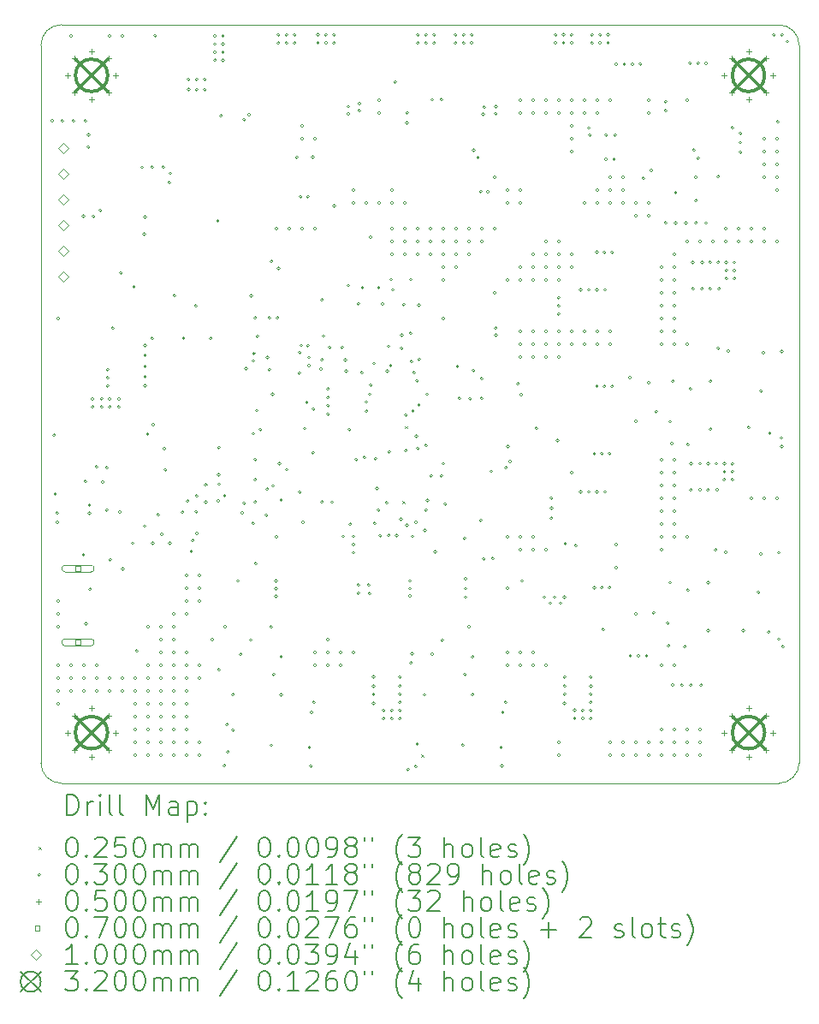
<source format=gbr>
%TF.GenerationSoftware,KiCad,Pcbnew,8.0.3*%
%TF.CreationDate,2024-09-23T16:56:14+02:00*%
%TF.ProjectId,USAN_r0,5553414e-5f72-4302-9e6b-696361645f70,rev?*%
%TF.SameCoordinates,Original*%
%TF.FileFunction,Drillmap*%
%TF.FilePolarity,Positive*%
%FSLAX45Y45*%
G04 Gerber Fmt 4.5, Leading zero omitted, Abs format (unit mm)*
G04 Created by KiCad (PCBNEW 8.0.3) date 2024-09-23 16:56:14*
%MOMM*%
%LPD*%
G01*
G04 APERTURE LIST*
%ADD10C,0.050000*%
%ADD11C,0.200000*%
%ADD12C,0.100000*%
%ADD13C,0.320000*%
G04 APERTURE END LIST*
D10*
X5000000Y-12300000D02*
X5000000Y-5200000D01*
X5000000Y-5200000D02*
G75*
G02*
X5200000Y-5000000I200000J0D01*
G01*
X5200000Y-5000000D02*
X12300000Y-5000000D01*
X5200000Y-12500000D02*
G75*
G02*
X5000000Y-12300000I0J200000D01*
G01*
X12500000Y-12300000D02*
G75*
G02*
X12300000Y-12500000I-200000J0D01*
G01*
X12300000Y-5000000D02*
G75*
G02*
X12500000Y-5200000I0J-200000D01*
G01*
X12300000Y-12500000D02*
X5200000Y-12500000D01*
X12500000Y-5200000D02*
X12500000Y-12300000D01*
D11*
D12*
X8577500Y-9707500D02*
X8602500Y-9732500D01*
X8602500Y-9707500D02*
X8577500Y-9732500D01*
X8602262Y-8967409D02*
X8627262Y-8992409D01*
X8627262Y-8967409D02*
X8602262Y-8992409D01*
X8756945Y-12216745D02*
X8781945Y-12241745D01*
X8781945Y-12216745D02*
X8756945Y-12241745D01*
X5125000Y-5950000D02*
G75*
G02*
X5095000Y-5950000I-15000J0D01*
G01*
X5095000Y-5950000D02*
G75*
G02*
X5125000Y-5950000I15000J0D01*
G01*
X5145000Y-9060000D02*
G75*
G02*
X5115000Y-9060000I-15000J0D01*
G01*
X5115000Y-9060000D02*
G75*
G02*
X5145000Y-9060000I15000J0D01*
G01*
X5155000Y-9640000D02*
G75*
G02*
X5125000Y-9640000I-15000J0D01*
G01*
X5125000Y-9640000D02*
G75*
G02*
X5155000Y-9640000I15000J0D01*
G01*
X5175000Y-9830000D02*
G75*
G02*
X5145000Y-9830000I-15000J0D01*
G01*
X5145000Y-9830000D02*
G75*
G02*
X5175000Y-9830000I15000J0D01*
G01*
X5175000Y-9920000D02*
G75*
G02*
X5145000Y-9920000I-15000J0D01*
G01*
X5145000Y-9920000D02*
G75*
G02*
X5175000Y-9920000I15000J0D01*
G01*
X5184425Y-7905950D02*
G75*
G02*
X5154425Y-7905950I-15000J0D01*
G01*
X5154425Y-7905950D02*
G75*
G02*
X5184425Y-7905950I15000J0D01*
G01*
X5184425Y-10699950D02*
G75*
G02*
X5154425Y-10699950I-15000J0D01*
G01*
X5154425Y-10699950D02*
G75*
G02*
X5184425Y-10699950I15000J0D01*
G01*
X5184425Y-10826950D02*
G75*
G02*
X5154425Y-10826950I-15000J0D01*
G01*
X5154425Y-10826950D02*
G75*
G02*
X5184425Y-10826950I15000J0D01*
G01*
X5184425Y-10953950D02*
G75*
G02*
X5154425Y-10953950I-15000J0D01*
G01*
X5154425Y-10953950D02*
G75*
G02*
X5184425Y-10953950I15000J0D01*
G01*
X5184425Y-11334950D02*
G75*
G02*
X5154425Y-11334950I-15000J0D01*
G01*
X5154425Y-11334950D02*
G75*
G02*
X5184425Y-11334950I15000J0D01*
G01*
X5184425Y-11461950D02*
G75*
G02*
X5154425Y-11461950I-15000J0D01*
G01*
X5154425Y-11461950D02*
G75*
G02*
X5184425Y-11461950I15000J0D01*
G01*
X5184425Y-11588950D02*
G75*
G02*
X5154425Y-11588950I-15000J0D01*
G01*
X5154425Y-11588950D02*
G75*
G02*
X5184425Y-11588950I15000J0D01*
G01*
X5184425Y-11715950D02*
G75*
G02*
X5154425Y-11715950I-15000J0D01*
G01*
X5154425Y-11715950D02*
G75*
G02*
X5184425Y-11715950I15000J0D01*
G01*
X5225000Y-5950000D02*
G75*
G02*
X5195000Y-5950000I-15000J0D01*
G01*
X5195000Y-5950000D02*
G75*
G02*
X5225000Y-5950000I15000J0D01*
G01*
X5311425Y-5111950D02*
G75*
G02*
X5281425Y-5111950I-15000J0D01*
G01*
X5281425Y-5111950D02*
G75*
G02*
X5311425Y-5111950I15000J0D01*
G01*
X5311425Y-11334950D02*
G75*
G02*
X5281425Y-11334950I-15000J0D01*
G01*
X5281425Y-11334950D02*
G75*
G02*
X5311425Y-11334950I15000J0D01*
G01*
X5311425Y-11461950D02*
G75*
G02*
X5281425Y-11461950I-15000J0D01*
G01*
X5281425Y-11461950D02*
G75*
G02*
X5311425Y-11461950I15000J0D01*
G01*
X5311425Y-11588950D02*
G75*
G02*
X5281425Y-11588950I-15000J0D01*
G01*
X5281425Y-11588950D02*
G75*
G02*
X5311425Y-11588950I15000J0D01*
G01*
X5335000Y-5950000D02*
G75*
G02*
X5305000Y-5950000I-15000J0D01*
G01*
X5305000Y-5950000D02*
G75*
G02*
X5335000Y-5950000I15000J0D01*
G01*
X5435000Y-6894000D02*
G75*
G02*
X5405000Y-6894000I-15000J0D01*
G01*
X5405000Y-6894000D02*
G75*
G02*
X5435000Y-6894000I15000J0D01*
G01*
X5435000Y-10240000D02*
G75*
G02*
X5405000Y-10240000I-15000J0D01*
G01*
X5405000Y-10240000D02*
G75*
G02*
X5435000Y-10240000I15000J0D01*
G01*
X5438425Y-11334950D02*
G75*
G02*
X5408425Y-11334950I-15000J0D01*
G01*
X5408425Y-11334950D02*
G75*
G02*
X5438425Y-11334950I15000J0D01*
G01*
X5438425Y-11461950D02*
G75*
G02*
X5408425Y-11461950I-15000J0D01*
G01*
X5408425Y-11461950D02*
G75*
G02*
X5438425Y-11461950I15000J0D01*
G01*
X5438425Y-11588950D02*
G75*
G02*
X5408425Y-11588950I-15000J0D01*
G01*
X5408425Y-11588950D02*
G75*
G02*
X5438425Y-11588950I15000J0D01*
G01*
X5455000Y-5950000D02*
G75*
G02*
X5425000Y-5950000I-15000J0D01*
G01*
X5425000Y-5950000D02*
G75*
G02*
X5455000Y-5950000I15000J0D01*
G01*
X5455000Y-9514600D02*
G75*
G02*
X5425000Y-9514600I-15000J0D01*
G01*
X5425000Y-9514600D02*
G75*
G02*
X5455000Y-9514600I15000J0D01*
G01*
X5461250Y-10922500D02*
G75*
G02*
X5431250Y-10922500I-15000J0D01*
G01*
X5431250Y-10922500D02*
G75*
G02*
X5461250Y-10922500I15000J0D01*
G01*
X5485000Y-6090000D02*
G75*
G02*
X5455000Y-6090000I-15000J0D01*
G01*
X5455000Y-6090000D02*
G75*
G02*
X5485000Y-6090000I15000J0D01*
G01*
X5485000Y-6210000D02*
G75*
G02*
X5455000Y-6210000I-15000J0D01*
G01*
X5455000Y-6210000D02*
G75*
G02*
X5485000Y-6210000I15000J0D01*
G01*
X5495000Y-9750000D02*
G75*
G02*
X5465000Y-9750000I-15000J0D01*
G01*
X5465000Y-9750000D02*
G75*
G02*
X5495000Y-9750000I15000J0D01*
G01*
X5495000Y-9830000D02*
G75*
G02*
X5465000Y-9830000I-15000J0D01*
G01*
X5465000Y-9830000D02*
G75*
G02*
X5495000Y-9830000I15000J0D01*
G01*
X5501250Y-10582500D02*
G75*
G02*
X5471250Y-10582500I-15000J0D01*
G01*
X5471250Y-10582500D02*
G75*
G02*
X5501250Y-10582500I15000J0D01*
G01*
X5525000Y-8700000D02*
G75*
G02*
X5495000Y-8700000I-15000J0D01*
G01*
X5495000Y-8700000D02*
G75*
G02*
X5525000Y-8700000I15000J0D01*
G01*
X5525000Y-8780000D02*
G75*
G02*
X5495000Y-8780000I-15000J0D01*
G01*
X5495000Y-8780000D02*
G75*
G02*
X5525000Y-8780000I15000J0D01*
G01*
X5535000Y-6894000D02*
G75*
G02*
X5505000Y-6894000I-15000J0D01*
G01*
X5505000Y-6894000D02*
G75*
G02*
X5535000Y-6894000I15000J0D01*
G01*
X5565000Y-9371000D02*
G75*
G02*
X5535000Y-9371000I-15000J0D01*
G01*
X5535000Y-9371000D02*
G75*
G02*
X5565000Y-9371000I15000J0D01*
G01*
X5565425Y-11334950D02*
G75*
G02*
X5535425Y-11334950I-15000J0D01*
G01*
X5535425Y-11334950D02*
G75*
G02*
X5565425Y-11334950I15000J0D01*
G01*
X5565425Y-11461950D02*
G75*
G02*
X5535425Y-11461950I-15000J0D01*
G01*
X5535425Y-11461950D02*
G75*
G02*
X5565425Y-11461950I15000J0D01*
G01*
X5565425Y-11588950D02*
G75*
G02*
X5535425Y-11588950I-15000J0D01*
G01*
X5535425Y-11588950D02*
G75*
G02*
X5565425Y-11588950I15000J0D01*
G01*
X5601529Y-6836192D02*
G75*
G02*
X5571529Y-6836192I-15000J0D01*
G01*
X5571529Y-6836192D02*
G75*
G02*
X5601529Y-6836192I15000J0D01*
G01*
X5615000Y-8700000D02*
G75*
G02*
X5585000Y-8700000I-15000J0D01*
G01*
X5585000Y-8700000D02*
G75*
G02*
X5615000Y-8700000I15000J0D01*
G01*
X5615000Y-8780000D02*
G75*
G02*
X5585000Y-8780000I-15000J0D01*
G01*
X5585000Y-8780000D02*
G75*
G02*
X5615000Y-8780000I15000J0D01*
G01*
X5625711Y-9520711D02*
G75*
G02*
X5595711Y-9520711I-15000J0D01*
G01*
X5595711Y-9520711D02*
G75*
G02*
X5625711Y-9520711I15000J0D01*
G01*
X5665000Y-9380000D02*
G75*
G02*
X5635000Y-9380000I-15000J0D01*
G01*
X5635000Y-9380000D02*
G75*
G02*
X5665000Y-9380000I15000J0D01*
G01*
X5665000Y-9800000D02*
G75*
G02*
X5635000Y-9800000I-15000J0D01*
G01*
X5635000Y-9800000D02*
G75*
G02*
X5665000Y-9800000I15000J0D01*
G01*
X5675000Y-8410000D02*
G75*
G02*
X5645000Y-8410000I-15000J0D01*
G01*
X5645000Y-8410000D02*
G75*
G02*
X5675000Y-8410000I15000J0D01*
G01*
X5675000Y-8490000D02*
G75*
G02*
X5645000Y-8490000I-15000J0D01*
G01*
X5645000Y-8490000D02*
G75*
G02*
X5675000Y-8490000I15000J0D01*
G01*
X5675000Y-8570000D02*
G75*
G02*
X5645000Y-8570000I-15000J0D01*
G01*
X5645000Y-8570000D02*
G75*
G02*
X5675000Y-8570000I15000J0D01*
G01*
X5692425Y-5111950D02*
G75*
G02*
X5662425Y-5111950I-15000J0D01*
G01*
X5662425Y-5111950D02*
G75*
G02*
X5692425Y-5111950I15000J0D01*
G01*
X5692425Y-11461950D02*
G75*
G02*
X5662425Y-11461950I-15000J0D01*
G01*
X5662425Y-11461950D02*
G75*
G02*
X5692425Y-11461950I15000J0D01*
G01*
X5692425Y-11588950D02*
G75*
G02*
X5662425Y-11588950I-15000J0D01*
G01*
X5662425Y-11588950D02*
G75*
G02*
X5692425Y-11588950I15000J0D01*
G01*
X5695000Y-8700000D02*
G75*
G02*
X5665000Y-8700000I-15000J0D01*
G01*
X5665000Y-8700000D02*
G75*
G02*
X5695000Y-8700000I15000J0D01*
G01*
X5695000Y-8780000D02*
G75*
G02*
X5665000Y-8780000I-15000J0D01*
G01*
X5665000Y-8780000D02*
G75*
G02*
X5695000Y-8780000I15000J0D01*
G01*
X5700000Y-10290000D02*
G75*
G02*
X5670000Y-10290000I-15000J0D01*
G01*
X5670000Y-10290000D02*
G75*
G02*
X5700000Y-10290000I15000J0D01*
G01*
X5725000Y-8000000D02*
G75*
G02*
X5695000Y-8000000I-15000J0D01*
G01*
X5695000Y-8000000D02*
G75*
G02*
X5725000Y-8000000I15000J0D01*
G01*
X5785000Y-8700000D02*
G75*
G02*
X5755000Y-8700000I-15000J0D01*
G01*
X5755000Y-8700000D02*
G75*
G02*
X5785000Y-8700000I15000J0D01*
G01*
X5785000Y-8780000D02*
G75*
G02*
X5755000Y-8780000I-15000J0D01*
G01*
X5755000Y-8780000D02*
G75*
G02*
X5785000Y-8780000I15000J0D01*
G01*
X5795000Y-9820000D02*
G75*
G02*
X5765000Y-9820000I-15000J0D01*
G01*
X5765000Y-9820000D02*
G75*
G02*
X5795000Y-9820000I15000J0D01*
G01*
X5805000Y-7455000D02*
G75*
G02*
X5775000Y-7455000I-15000J0D01*
G01*
X5775000Y-7455000D02*
G75*
G02*
X5805000Y-7455000I15000J0D01*
G01*
X5819425Y-5111950D02*
G75*
G02*
X5789425Y-5111950I-15000J0D01*
G01*
X5789425Y-5111950D02*
G75*
G02*
X5819425Y-5111950I15000J0D01*
G01*
X5819425Y-11461950D02*
G75*
G02*
X5789425Y-11461950I-15000J0D01*
G01*
X5789425Y-11461950D02*
G75*
G02*
X5819425Y-11461950I15000J0D01*
G01*
X5819425Y-11588950D02*
G75*
G02*
X5789425Y-11588950I-15000J0D01*
G01*
X5789425Y-11588950D02*
G75*
G02*
X5819425Y-11588950I15000J0D01*
G01*
X5825000Y-10380000D02*
G75*
G02*
X5795000Y-10380000I-15000J0D01*
G01*
X5795000Y-10380000D02*
G75*
G02*
X5825000Y-10380000I15000J0D01*
G01*
X5921250Y-10127500D02*
G75*
G02*
X5891250Y-10127500I-15000J0D01*
G01*
X5891250Y-10127500D02*
G75*
G02*
X5921250Y-10127500I15000J0D01*
G01*
X5935000Y-7590000D02*
G75*
G02*
X5905000Y-7590000I-15000J0D01*
G01*
X5905000Y-7590000D02*
G75*
G02*
X5935000Y-7590000I15000J0D01*
G01*
X5946425Y-11461950D02*
G75*
G02*
X5916425Y-11461950I-15000J0D01*
G01*
X5916425Y-11461950D02*
G75*
G02*
X5946425Y-11461950I15000J0D01*
G01*
X5946425Y-11588950D02*
G75*
G02*
X5916425Y-11588950I-15000J0D01*
G01*
X5916425Y-11588950D02*
G75*
G02*
X5946425Y-11588950I15000J0D01*
G01*
X5946425Y-11715950D02*
G75*
G02*
X5916425Y-11715950I-15000J0D01*
G01*
X5916425Y-11715950D02*
G75*
G02*
X5946425Y-11715950I15000J0D01*
G01*
X5946425Y-11842950D02*
G75*
G02*
X5916425Y-11842950I-15000J0D01*
G01*
X5916425Y-11842950D02*
G75*
G02*
X5946425Y-11842950I15000J0D01*
G01*
X5946425Y-11969950D02*
G75*
G02*
X5916425Y-11969950I-15000J0D01*
G01*
X5916425Y-11969950D02*
G75*
G02*
X5946425Y-11969950I15000J0D01*
G01*
X5946425Y-12096950D02*
G75*
G02*
X5916425Y-12096950I-15000J0D01*
G01*
X5916425Y-12096950D02*
G75*
G02*
X5946425Y-12096950I15000J0D01*
G01*
X5946425Y-12223950D02*
G75*
G02*
X5916425Y-12223950I-15000J0D01*
G01*
X5916425Y-12223950D02*
G75*
G02*
X5946425Y-12223950I15000J0D01*
G01*
X5961250Y-11192500D02*
G75*
G02*
X5931250Y-11192500I-15000J0D01*
G01*
X5931250Y-11192500D02*
G75*
G02*
X5961250Y-11192500I15000J0D01*
G01*
X6015000Y-6410000D02*
G75*
G02*
X5985000Y-6410000I-15000J0D01*
G01*
X5985000Y-6410000D02*
G75*
G02*
X6015000Y-6410000I15000J0D01*
G01*
X6035000Y-7070000D02*
G75*
G02*
X6005000Y-7070000I-15000J0D01*
G01*
X6005000Y-7070000D02*
G75*
G02*
X6035000Y-7070000I15000J0D01*
G01*
X6041250Y-9957500D02*
G75*
G02*
X6011250Y-9957500I-15000J0D01*
G01*
X6011250Y-9957500D02*
G75*
G02*
X6041250Y-9957500I15000J0D01*
G01*
X6045000Y-6900000D02*
G75*
G02*
X6015000Y-6900000I-15000J0D01*
G01*
X6015000Y-6900000D02*
G75*
G02*
X6045000Y-6900000I15000J0D01*
G01*
X6045000Y-8170000D02*
G75*
G02*
X6015000Y-8170000I-15000J0D01*
G01*
X6015000Y-8170000D02*
G75*
G02*
X6045000Y-8170000I15000J0D01*
G01*
X6045000Y-8270000D02*
G75*
G02*
X6015000Y-8270000I-15000J0D01*
G01*
X6015000Y-8270000D02*
G75*
G02*
X6045000Y-8270000I15000J0D01*
G01*
X6045000Y-8380000D02*
G75*
G02*
X6015000Y-8380000I-15000J0D01*
G01*
X6015000Y-8380000D02*
G75*
G02*
X6045000Y-8380000I15000J0D01*
G01*
X6045000Y-8480000D02*
G75*
G02*
X6015000Y-8480000I-15000J0D01*
G01*
X6015000Y-8480000D02*
G75*
G02*
X6045000Y-8480000I15000J0D01*
G01*
X6045000Y-8570000D02*
G75*
G02*
X6015000Y-8570000I-15000J0D01*
G01*
X6015000Y-8570000D02*
G75*
G02*
X6045000Y-8570000I15000J0D01*
G01*
X6070624Y-9046564D02*
G75*
G02*
X6040624Y-9046564I-15000J0D01*
G01*
X6040624Y-9046564D02*
G75*
G02*
X6070624Y-9046564I15000J0D01*
G01*
X6073425Y-10953950D02*
G75*
G02*
X6043425Y-10953950I-15000J0D01*
G01*
X6043425Y-10953950D02*
G75*
G02*
X6073425Y-10953950I15000J0D01*
G01*
X6073425Y-11334950D02*
G75*
G02*
X6043425Y-11334950I-15000J0D01*
G01*
X6043425Y-11334950D02*
G75*
G02*
X6073425Y-11334950I15000J0D01*
G01*
X6073425Y-11461950D02*
G75*
G02*
X6043425Y-11461950I-15000J0D01*
G01*
X6043425Y-11461950D02*
G75*
G02*
X6073425Y-11461950I15000J0D01*
G01*
X6073425Y-11588950D02*
G75*
G02*
X6043425Y-11588950I-15000J0D01*
G01*
X6043425Y-11588950D02*
G75*
G02*
X6073425Y-11588950I15000J0D01*
G01*
X6073425Y-11715950D02*
G75*
G02*
X6043425Y-11715950I-15000J0D01*
G01*
X6043425Y-11715950D02*
G75*
G02*
X6073425Y-11715950I15000J0D01*
G01*
X6073425Y-11842950D02*
G75*
G02*
X6043425Y-11842950I-15000J0D01*
G01*
X6043425Y-11842950D02*
G75*
G02*
X6073425Y-11842950I15000J0D01*
G01*
X6073425Y-11969950D02*
G75*
G02*
X6043425Y-11969950I-15000J0D01*
G01*
X6043425Y-11969950D02*
G75*
G02*
X6073425Y-11969950I15000J0D01*
G01*
X6073425Y-12096950D02*
G75*
G02*
X6043425Y-12096950I-15000J0D01*
G01*
X6043425Y-12096950D02*
G75*
G02*
X6073425Y-12096950I15000J0D01*
G01*
X6073425Y-12223950D02*
G75*
G02*
X6043425Y-12223950I-15000J0D01*
G01*
X6043425Y-12223950D02*
G75*
G02*
X6073425Y-12223950I15000J0D01*
G01*
X6115000Y-6410000D02*
G75*
G02*
X6085000Y-6410000I-15000J0D01*
G01*
X6085000Y-6410000D02*
G75*
G02*
X6115000Y-6410000I15000J0D01*
G01*
X6115000Y-8100242D02*
G75*
G02*
X6085000Y-8100242I-15000J0D01*
G01*
X6085000Y-8100242D02*
G75*
G02*
X6115000Y-8100242I15000J0D01*
G01*
X6121250Y-10127500D02*
G75*
G02*
X6091250Y-10127500I-15000J0D01*
G01*
X6091250Y-10127500D02*
G75*
G02*
X6121250Y-10127500I15000J0D01*
G01*
X6125000Y-8955000D02*
G75*
G02*
X6095000Y-8955000I-15000J0D01*
G01*
X6095000Y-8955000D02*
G75*
G02*
X6125000Y-8955000I15000J0D01*
G01*
X6145000Y-5110000D02*
G75*
G02*
X6115000Y-5110000I-15000J0D01*
G01*
X6115000Y-5110000D02*
G75*
G02*
X6145000Y-5110000I15000J0D01*
G01*
X6175000Y-9845000D02*
G75*
G02*
X6145000Y-9845000I-15000J0D01*
G01*
X6145000Y-9845000D02*
G75*
G02*
X6175000Y-9845000I15000J0D01*
G01*
X6200425Y-10953950D02*
G75*
G02*
X6170425Y-10953950I-15000J0D01*
G01*
X6170425Y-10953950D02*
G75*
G02*
X6200425Y-10953950I15000J0D01*
G01*
X6200425Y-11080950D02*
G75*
G02*
X6170425Y-11080950I-15000J0D01*
G01*
X6170425Y-11080950D02*
G75*
G02*
X6200425Y-11080950I15000J0D01*
G01*
X6200425Y-11207950D02*
G75*
G02*
X6170425Y-11207950I-15000J0D01*
G01*
X6170425Y-11207950D02*
G75*
G02*
X6200425Y-11207950I15000J0D01*
G01*
X6200425Y-11334950D02*
G75*
G02*
X6170425Y-11334950I-15000J0D01*
G01*
X6170425Y-11334950D02*
G75*
G02*
X6200425Y-11334950I15000J0D01*
G01*
X6200425Y-11461950D02*
G75*
G02*
X6170425Y-11461950I-15000J0D01*
G01*
X6170425Y-11461950D02*
G75*
G02*
X6200425Y-11461950I15000J0D01*
G01*
X6200425Y-11588950D02*
G75*
G02*
X6170425Y-11588950I-15000J0D01*
G01*
X6170425Y-11588950D02*
G75*
G02*
X6200425Y-11588950I15000J0D01*
G01*
X6200425Y-11715950D02*
G75*
G02*
X6170425Y-11715950I-15000J0D01*
G01*
X6170425Y-11715950D02*
G75*
G02*
X6200425Y-11715950I15000J0D01*
G01*
X6200425Y-11842950D02*
G75*
G02*
X6170425Y-11842950I-15000J0D01*
G01*
X6170425Y-11842950D02*
G75*
G02*
X6200425Y-11842950I15000J0D01*
G01*
X6200425Y-11969950D02*
G75*
G02*
X6170425Y-11969950I-15000J0D01*
G01*
X6170425Y-11969950D02*
G75*
G02*
X6200425Y-11969950I15000J0D01*
G01*
X6200425Y-12096950D02*
G75*
G02*
X6170425Y-12096950I-15000J0D01*
G01*
X6170425Y-12096950D02*
G75*
G02*
X6200425Y-12096950I15000J0D01*
G01*
X6200425Y-12223950D02*
G75*
G02*
X6170425Y-12223950I-15000J0D01*
G01*
X6170425Y-12223950D02*
G75*
G02*
X6200425Y-12223950I15000J0D01*
G01*
X6211250Y-10037500D02*
G75*
G02*
X6181250Y-10037500I-15000J0D01*
G01*
X6181250Y-10037500D02*
G75*
G02*
X6211250Y-10037500I15000J0D01*
G01*
X6225000Y-6410000D02*
G75*
G02*
X6195000Y-6410000I-15000J0D01*
G01*
X6195000Y-6410000D02*
G75*
G02*
X6225000Y-6410000I15000J0D01*
G01*
X6235000Y-9190000D02*
G75*
G02*
X6205000Y-9190000I-15000J0D01*
G01*
X6205000Y-9190000D02*
G75*
G02*
X6235000Y-9190000I15000J0D01*
G01*
X6245000Y-9400000D02*
G75*
G02*
X6215000Y-9400000I-15000J0D01*
G01*
X6215000Y-9400000D02*
G75*
G02*
X6245000Y-9400000I15000J0D01*
G01*
X6285000Y-6560000D02*
G75*
G02*
X6255000Y-6560000I-15000J0D01*
G01*
X6255000Y-6560000D02*
G75*
G02*
X6285000Y-6560000I15000J0D01*
G01*
X6291250Y-10127500D02*
G75*
G02*
X6261250Y-10127500I-15000J0D01*
G01*
X6261250Y-10127500D02*
G75*
G02*
X6291250Y-10127500I15000J0D01*
G01*
X6295000Y-6470000D02*
G75*
G02*
X6265000Y-6470000I-15000J0D01*
G01*
X6265000Y-6470000D02*
G75*
G02*
X6295000Y-6470000I15000J0D01*
G01*
X6327425Y-10826950D02*
G75*
G02*
X6297425Y-10826950I-15000J0D01*
G01*
X6297425Y-10826950D02*
G75*
G02*
X6327425Y-10826950I15000J0D01*
G01*
X6327425Y-10953950D02*
G75*
G02*
X6297425Y-10953950I-15000J0D01*
G01*
X6297425Y-10953950D02*
G75*
G02*
X6327425Y-10953950I15000J0D01*
G01*
X6327425Y-11080950D02*
G75*
G02*
X6297425Y-11080950I-15000J0D01*
G01*
X6297425Y-11080950D02*
G75*
G02*
X6327425Y-11080950I15000J0D01*
G01*
X6327425Y-11207950D02*
G75*
G02*
X6297425Y-11207950I-15000J0D01*
G01*
X6297425Y-11207950D02*
G75*
G02*
X6327425Y-11207950I15000J0D01*
G01*
X6327425Y-11334950D02*
G75*
G02*
X6297425Y-11334950I-15000J0D01*
G01*
X6297425Y-11334950D02*
G75*
G02*
X6327425Y-11334950I15000J0D01*
G01*
X6327425Y-11461950D02*
G75*
G02*
X6297425Y-11461950I-15000J0D01*
G01*
X6297425Y-11461950D02*
G75*
G02*
X6327425Y-11461950I15000J0D01*
G01*
X6327425Y-11588950D02*
G75*
G02*
X6297425Y-11588950I-15000J0D01*
G01*
X6297425Y-11588950D02*
G75*
G02*
X6327425Y-11588950I15000J0D01*
G01*
X6327425Y-11715950D02*
G75*
G02*
X6297425Y-11715950I-15000J0D01*
G01*
X6297425Y-11715950D02*
G75*
G02*
X6327425Y-11715950I15000J0D01*
G01*
X6327425Y-11842950D02*
G75*
G02*
X6297425Y-11842950I-15000J0D01*
G01*
X6297425Y-11842950D02*
G75*
G02*
X6327425Y-11842950I15000J0D01*
G01*
X6327425Y-11969950D02*
G75*
G02*
X6297425Y-11969950I-15000J0D01*
G01*
X6297425Y-11969950D02*
G75*
G02*
X6327425Y-11969950I15000J0D01*
G01*
X6327425Y-12096950D02*
G75*
G02*
X6297425Y-12096950I-15000J0D01*
G01*
X6297425Y-12096950D02*
G75*
G02*
X6327425Y-12096950I15000J0D01*
G01*
X6327425Y-12223950D02*
G75*
G02*
X6297425Y-12223950I-15000J0D01*
G01*
X6297425Y-12223950D02*
G75*
G02*
X6327425Y-12223950I15000J0D01*
G01*
X6335000Y-7680000D02*
G75*
G02*
X6305000Y-7680000I-15000J0D01*
G01*
X6305000Y-7680000D02*
G75*
G02*
X6335000Y-7680000I15000J0D01*
G01*
X6415000Y-9820000D02*
G75*
G02*
X6385000Y-9820000I-15000J0D01*
G01*
X6385000Y-9820000D02*
G75*
G02*
X6415000Y-9820000I15000J0D01*
G01*
X6425000Y-8100000D02*
G75*
G02*
X6395000Y-8100000I-15000J0D01*
G01*
X6395000Y-8100000D02*
G75*
G02*
X6425000Y-8100000I15000J0D01*
G01*
X6454425Y-10445950D02*
G75*
G02*
X6424425Y-10445950I-15000J0D01*
G01*
X6424425Y-10445950D02*
G75*
G02*
X6454425Y-10445950I15000J0D01*
G01*
X6454425Y-10572950D02*
G75*
G02*
X6424425Y-10572950I-15000J0D01*
G01*
X6424425Y-10572950D02*
G75*
G02*
X6454425Y-10572950I15000J0D01*
G01*
X6454425Y-10699950D02*
G75*
G02*
X6424425Y-10699950I-15000J0D01*
G01*
X6424425Y-10699950D02*
G75*
G02*
X6454425Y-10699950I15000J0D01*
G01*
X6454425Y-10826950D02*
G75*
G02*
X6424425Y-10826950I-15000J0D01*
G01*
X6424425Y-10826950D02*
G75*
G02*
X6454425Y-10826950I15000J0D01*
G01*
X6454425Y-11207950D02*
G75*
G02*
X6424425Y-11207950I-15000J0D01*
G01*
X6424425Y-11207950D02*
G75*
G02*
X6454425Y-11207950I15000J0D01*
G01*
X6454425Y-11334950D02*
G75*
G02*
X6424425Y-11334950I-15000J0D01*
G01*
X6424425Y-11334950D02*
G75*
G02*
X6454425Y-11334950I15000J0D01*
G01*
X6454425Y-11461950D02*
G75*
G02*
X6424425Y-11461950I-15000J0D01*
G01*
X6424425Y-11461950D02*
G75*
G02*
X6454425Y-11461950I15000J0D01*
G01*
X6454425Y-11588950D02*
G75*
G02*
X6424425Y-11588950I-15000J0D01*
G01*
X6424425Y-11588950D02*
G75*
G02*
X6454425Y-11588950I15000J0D01*
G01*
X6454425Y-11715950D02*
G75*
G02*
X6424425Y-11715950I-15000J0D01*
G01*
X6424425Y-11715950D02*
G75*
G02*
X6454425Y-11715950I15000J0D01*
G01*
X6454425Y-11842950D02*
G75*
G02*
X6424425Y-11842950I-15000J0D01*
G01*
X6424425Y-11842950D02*
G75*
G02*
X6454425Y-11842950I15000J0D01*
G01*
X6454425Y-11969950D02*
G75*
G02*
X6424425Y-11969950I-15000J0D01*
G01*
X6424425Y-11969950D02*
G75*
G02*
X6454425Y-11969950I15000J0D01*
G01*
X6454425Y-12096950D02*
G75*
G02*
X6424425Y-12096950I-15000J0D01*
G01*
X6424425Y-12096950D02*
G75*
G02*
X6454425Y-12096950I15000J0D01*
G01*
X6454425Y-12223950D02*
G75*
G02*
X6424425Y-12223950I-15000J0D01*
G01*
X6424425Y-12223950D02*
G75*
G02*
X6454425Y-12223950I15000J0D01*
G01*
X6465000Y-9710000D02*
G75*
G02*
X6435000Y-9710000I-15000J0D01*
G01*
X6435000Y-9710000D02*
G75*
G02*
X6465000Y-9710000I15000J0D01*
G01*
X6475000Y-5540000D02*
G75*
G02*
X6445000Y-5540000I-15000J0D01*
G01*
X6445000Y-5540000D02*
G75*
G02*
X6475000Y-5540000I15000J0D01*
G01*
X6475000Y-5640000D02*
G75*
G02*
X6445000Y-5640000I-15000J0D01*
G01*
X6445000Y-5640000D02*
G75*
G02*
X6475000Y-5640000I15000J0D01*
G01*
X6501250Y-10207500D02*
G75*
G02*
X6471250Y-10207500I-15000J0D01*
G01*
X6471250Y-10207500D02*
G75*
G02*
X6501250Y-10207500I15000J0D01*
G01*
X6515000Y-10100000D02*
G75*
G02*
X6485000Y-10100000I-15000J0D01*
G01*
X6485000Y-10100000D02*
G75*
G02*
X6515000Y-10100000I15000J0D01*
G01*
X6545000Y-7780000D02*
G75*
G02*
X6515000Y-7780000I-15000J0D01*
G01*
X6515000Y-7780000D02*
G75*
G02*
X6545000Y-7780000I15000J0D01*
G01*
X6550000Y-9815000D02*
G75*
G02*
X6520000Y-9815000I-15000J0D01*
G01*
X6520000Y-9815000D02*
G75*
G02*
X6550000Y-9815000I15000J0D01*
G01*
X6555000Y-5540000D02*
G75*
G02*
X6525000Y-5540000I-15000J0D01*
G01*
X6525000Y-5540000D02*
G75*
G02*
X6555000Y-5540000I15000J0D01*
G01*
X6555000Y-5640000D02*
G75*
G02*
X6525000Y-5640000I-15000J0D01*
G01*
X6525000Y-5640000D02*
G75*
G02*
X6555000Y-5640000I15000J0D01*
G01*
X6555000Y-9660000D02*
G75*
G02*
X6525000Y-9660000I-15000J0D01*
G01*
X6525000Y-9660000D02*
G75*
G02*
X6555000Y-9660000I15000J0D01*
G01*
X6555000Y-10030000D02*
G75*
G02*
X6525000Y-10030000I-15000J0D01*
G01*
X6525000Y-10030000D02*
G75*
G02*
X6555000Y-10030000I15000J0D01*
G01*
X6581425Y-10445950D02*
G75*
G02*
X6551425Y-10445950I-15000J0D01*
G01*
X6551425Y-10445950D02*
G75*
G02*
X6581425Y-10445950I15000J0D01*
G01*
X6581425Y-10572950D02*
G75*
G02*
X6551425Y-10572950I-15000J0D01*
G01*
X6551425Y-10572950D02*
G75*
G02*
X6581425Y-10572950I15000J0D01*
G01*
X6581425Y-10699950D02*
G75*
G02*
X6551425Y-10699950I-15000J0D01*
G01*
X6551425Y-10699950D02*
G75*
G02*
X6581425Y-10699950I15000J0D01*
G01*
X6581425Y-11334950D02*
G75*
G02*
X6551425Y-11334950I-15000J0D01*
G01*
X6551425Y-11334950D02*
G75*
G02*
X6581425Y-11334950I15000J0D01*
G01*
X6581425Y-11461950D02*
G75*
G02*
X6551425Y-11461950I-15000J0D01*
G01*
X6551425Y-11461950D02*
G75*
G02*
X6581425Y-11461950I15000J0D01*
G01*
X6581425Y-12096950D02*
G75*
G02*
X6551425Y-12096950I-15000J0D01*
G01*
X6551425Y-12096950D02*
G75*
G02*
X6581425Y-12096950I15000J0D01*
G01*
X6581425Y-12223950D02*
G75*
G02*
X6551425Y-12223950I-15000J0D01*
G01*
X6551425Y-12223950D02*
G75*
G02*
X6581425Y-12223950I15000J0D01*
G01*
X6635000Y-5540000D02*
G75*
G02*
X6605000Y-5540000I-15000J0D01*
G01*
X6605000Y-5540000D02*
G75*
G02*
X6635000Y-5540000I15000J0D01*
G01*
X6635000Y-5640000D02*
G75*
G02*
X6605000Y-5640000I-15000J0D01*
G01*
X6605000Y-5640000D02*
G75*
G02*
X6635000Y-5640000I15000J0D01*
G01*
X6645000Y-9550000D02*
G75*
G02*
X6615000Y-9550000I-15000J0D01*
G01*
X6615000Y-9550000D02*
G75*
G02*
X6645000Y-9550000I15000J0D01*
G01*
X6645147Y-9719853D02*
G75*
G02*
X6615147Y-9719853I-15000J0D01*
G01*
X6615147Y-9719853D02*
G75*
G02*
X6645147Y-9719853I15000J0D01*
G01*
X6695000Y-8100000D02*
G75*
G02*
X6665000Y-8100000I-15000J0D01*
G01*
X6665000Y-8100000D02*
G75*
G02*
X6695000Y-8100000I15000J0D01*
G01*
X6708425Y-11080950D02*
G75*
G02*
X6678425Y-11080950I-15000J0D01*
G01*
X6678425Y-11080950D02*
G75*
G02*
X6708425Y-11080950I15000J0D01*
G01*
X6735000Y-5110000D02*
G75*
G02*
X6705000Y-5110000I-15000J0D01*
G01*
X6705000Y-5110000D02*
G75*
G02*
X6735000Y-5110000I15000J0D01*
G01*
X6735000Y-5190000D02*
G75*
G02*
X6705000Y-5190000I-15000J0D01*
G01*
X6705000Y-5190000D02*
G75*
G02*
X6735000Y-5190000I15000J0D01*
G01*
X6735000Y-5270000D02*
G75*
G02*
X6705000Y-5270000I-15000J0D01*
G01*
X6705000Y-5270000D02*
G75*
G02*
X6735000Y-5270000I15000J0D01*
G01*
X6735000Y-5350000D02*
G75*
G02*
X6705000Y-5350000I-15000J0D01*
G01*
X6705000Y-5350000D02*
G75*
G02*
X6735000Y-5350000I15000J0D01*
G01*
X6765000Y-6940000D02*
G75*
G02*
X6735000Y-6940000I-15000J0D01*
G01*
X6735000Y-6940000D02*
G75*
G02*
X6765000Y-6940000I15000J0D01*
G01*
X6768535Y-9710000D02*
G75*
G02*
X6738535Y-9710000I-15000J0D01*
G01*
X6738535Y-9710000D02*
G75*
G02*
X6768535Y-9710000I15000J0D01*
G01*
X6775000Y-9180000D02*
G75*
G02*
X6745000Y-9180000I-15000J0D01*
G01*
X6745000Y-9180000D02*
G75*
G02*
X6775000Y-9180000I15000J0D01*
G01*
X6775000Y-9450000D02*
G75*
G02*
X6745000Y-9450000I-15000J0D01*
G01*
X6745000Y-9450000D02*
G75*
G02*
X6775000Y-9450000I15000J0D01*
G01*
X6775000Y-11380000D02*
G75*
G02*
X6745000Y-11380000I-15000J0D01*
G01*
X6745000Y-11380000D02*
G75*
G02*
X6775000Y-11380000I15000J0D01*
G01*
X6776223Y-9543924D02*
G75*
G02*
X6746223Y-9543924I-15000J0D01*
G01*
X6746223Y-9543924D02*
G75*
G02*
X6776223Y-9543924I15000J0D01*
G01*
X6795000Y-5900000D02*
G75*
G02*
X6765000Y-5900000I-15000J0D01*
G01*
X6765000Y-5900000D02*
G75*
G02*
X6795000Y-5900000I15000J0D01*
G01*
X6815000Y-5110000D02*
G75*
G02*
X6785000Y-5110000I-15000J0D01*
G01*
X6785000Y-5110000D02*
G75*
G02*
X6815000Y-5110000I15000J0D01*
G01*
X6815000Y-5190000D02*
G75*
G02*
X6785000Y-5190000I-15000J0D01*
G01*
X6785000Y-5190000D02*
G75*
G02*
X6815000Y-5190000I15000J0D01*
G01*
X6815000Y-5270000D02*
G75*
G02*
X6785000Y-5270000I-15000J0D01*
G01*
X6785000Y-5270000D02*
G75*
G02*
X6815000Y-5270000I15000J0D01*
G01*
X6815000Y-5350000D02*
G75*
G02*
X6785000Y-5350000I-15000J0D01*
G01*
X6785000Y-5350000D02*
G75*
G02*
X6815000Y-5350000I15000J0D01*
G01*
X6830000Y-12325000D02*
G75*
G02*
X6800000Y-12325000I-15000J0D01*
G01*
X6800000Y-12325000D02*
G75*
G02*
X6830000Y-12325000I15000J0D01*
G01*
X6832573Y-9657574D02*
G75*
G02*
X6802573Y-9657574I-15000J0D01*
G01*
X6802573Y-9657574D02*
G75*
G02*
X6832573Y-9657574I15000J0D01*
G01*
X6835425Y-10953950D02*
G75*
G02*
X6805425Y-10953950I-15000J0D01*
G01*
X6805425Y-10953950D02*
G75*
G02*
X6835425Y-10953950I15000J0D01*
G01*
X6855000Y-11920000D02*
G75*
G02*
X6825000Y-11920000I-15000J0D01*
G01*
X6825000Y-11920000D02*
G75*
G02*
X6855000Y-11920000I15000J0D01*
G01*
X6865000Y-12190000D02*
G75*
G02*
X6835000Y-12190000I-15000J0D01*
G01*
X6835000Y-12190000D02*
G75*
G02*
X6865000Y-12190000I15000J0D01*
G01*
X6915000Y-11625000D02*
G75*
G02*
X6885000Y-11625000I-15000J0D01*
G01*
X6885000Y-11625000D02*
G75*
G02*
X6915000Y-11625000I15000J0D01*
G01*
X6915000Y-11975000D02*
G75*
G02*
X6885000Y-11975000I-15000J0D01*
G01*
X6885000Y-11975000D02*
G75*
G02*
X6915000Y-11975000I15000J0D01*
G01*
X6965000Y-10500000D02*
G75*
G02*
X6935000Y-10500000I-15000J0D01*
G01*
X6935000Y-10500000D02*
G75*
G02*
X6965000Y-10500000I15000J0D01*
G01*
X6990000Y-11225000D02*
G75*
G02*
X6960000Y-11225000I-15000J0D01*
G01*
X6960000Y-11225000D02*
G75*
G02*
X6990000Y-11225000I15000J0D01*
G01*
X7005000Y-9828136D02*
G75*
G02*
X6975000Y-9828136I-15000J0D01*
G01*
X6975000Y-9828136D02*
G75*
G02*
X7005000Y-9828136I15000J0D01*
G01*
X7025000Y-5940000D02*
G75*
G02*
X6995000Y-5940000I-15000J0D01*
G01*
X6995000Y-5940000D02*
G75*
G02*
X7025000Y-5940000I15000J0D01*
G01*
X7025000Y-9730000D02*
G75*
G02*
X6995000Y-9730000I-15000J0D01*
G01*
X6995000Y-9730000D02*
G75*
G02*
X7025000Y-9730000I15000J0D01*
G01*
X7045000Y-8400000D02*
G75*
G02*
X7015000Y-8400000I-15000J0D01*
G01*
X7015000Y-8400000D02*
G75*
G02*
X7045000Y-8400000I15000J0D01*
G01*
X7075000Y-5890000D02*
G75*
G02*
X7045000Y-5890000I-15000J0D01*
G01*
X7045000Y-5890000D02*
G75*
G02*
X7075000Y-5890000I15000J0D01*
G01*
X7090000Y-11085000D02*
G75*
G02*
X7060000Y-11085000I-15000J0D01*
G01*
X7060000Y-11085000D02*
G75*
G02*
X7090000Y-11085000I15000J0D01*
G01*
X7095000Y-7680000D02*
G75*
G02*
X7065000Y-7680000I-15000J0D01*
G01*
X7065000Y-7680000D02*
G75*
G02*
X7095000Y-7680000I15000J0D01*
G01*
X7115000Y-8325000D02*
G75*
G02*
X7085000Y-8325000I-15000J0D01*
G01*
X7085000Y-8325000D02*
G75*
G02*
X7115000Y-8325000I15000J0D01*
G01*
X7115000Y-9044600D02*
G75*
G02*
X7085000Y-9044600I-15000J0D01*
G01*
X7085000Y-9044600D02*
G75*
G02*
X7115000Y-9044600I15000J0D01*
G01*
X7115000Y-9930000D02*
G75*
G02*
X7085000Y-9930000I-15000J0D01*
G01*
X7085000Y-9930000D02*
G75*
G02*
X7115000Y-9930000I15000J0D01*
G01*
X7120000Y-8250000D02*
G75*
G02*
X7090000Y-8250000I-15000J0D01*
G01*
X7090000Y-8250000D02*
G75*
G02*
X7120000Y-8250000I15000J0D01*
G01*
X7135000Y-7900000D02*
G75*
G02*
X7105000Y-7900000I-15000J0D01*
G01*
X7105000Y-7900000D02*
G75*
G02*
X7135000Y-7900000I15000J0D01*
G01*
X7135000Y-9300000D02*
G75*
G02*
X7105000Y-9300000I-15000J0D01*
G01*
X7105000Y-9300000D02*
G75*
G02*
X7135000Y-9300000I15000J0D01*
G01*
X7135000Y-9500000D02*
G75*
G02*
X7105000Y-9500000I-15000J0D01*
G01*
X7105000Y-9500000D02*
G75*
G02*
X7135000Y-9500000I15000J0D01*
G01*
X7135000Y-9720000D02*
G75*
G02*
X7105000Y-9720000I-15000J0D01*
G01*
X7105000Y-9720000D02*
G75*
G02*
X7135000Y-9720000I15000J0D01*
G01*
X7138796Y-10330000D02*
G75*
G02*
X7108796Y-10330000I-15000J0D01*
G01*
X7108796Y-10330000D02*
G75*
G02*
X7138796Y-10330000I15000J0D01*
G01*
X7150000Y-8815000D02*
G75*
G02*
X7120000Y-8815000I-15000J0D01*
G01*
X7120000Y-8815000D02*
G75*
G02*
X7150000Y-8815000I15000J0D01*
G01*
X7155000Y-8080000D02*
G75*
G02*
X7125000Y-8080000I-15000J0D01*
G01*
X7125000Y-8080000D02*
G75*
G02*
X7155000Y-8080000I15000J0D01*
G01*
X7185000Y-9002700D02*
G75*
G02*
X7155000Y-9002700I-15000J0D01*
G01*
X7155000Y-9002700D02*
G75*
G02*
X7185000Y-9002700I15000J0D01*
G01*
X7245000Y-9850000D02*
G75*
G02*
X7215000Y-9850000I-15000J0D01*
G01*
X7215000Y-9850000D02*
G75*
G02*
X7245000Y-9850000I15000J0D01*
G01*
X7253930Y-9590650D02*
G75*
G02*
X7223930Y-9590650I-15000J0D01*
G01*
X7223930Y-9590650D02*
G75*
G02*
X7253930Y-9590650I15000J0D01*
G01*
X7255000Y-8290000D02*
G75*
G02*
X7225000Y-8290000I-15000J0D01*
G01*
X7225000Y-8290000D02*
G75*
G02*
X7255000Y-8290000I15000J0D01*
G01*
X7275000Y-7900000D02*
G75*
G02*
X7245000Y-7900000I-15000J0D01*
G01*
X7245000Y-7900000D02*
G75*
G02*
X7275000Y-7900000I15000J0D01*
G01*
X7275000Y-8410000D02*
G75*
G02*
X7245000Y-8410000I-15000J0D01*
G01*
X7245000Y-8410000D02*
G75*
G02*
X7275000Y-8410000I15000J0D01*
G01*
X7290559Y-10955559D02*
G75*
G02*
X7260559Y-10955559I-15000J0D01*
G01*
X7260559Y-10955559D02*
G75*
G02*
X7290559Y-10955559I15000J0D01*
G01*
X7293793Y-12123942D02*
G75*
G02*
X7263793Y-12123942I-15000J0D01*
G01*
X7263793Y-12123942D02*
G75*
G02*
X7293793Y-12123942I15000J0D01*
G01*
X7295000Y-7340000D02*
G75*
G02*
X7265000Y-7340000I-15000J0D01*
G01*
X7265000Y-7340000D02*
G75*
G02*
X7295000Y-7340000I15000J0D01*
G01*
X7305585Y-8654132D02*
G75*
G02*
X7275585Y-8654132I-15000J0D01*
G01*
X7275585Y-8654132D02*
G75*
G02*
X7305585Y-8654132I15000J0D01*
G01*
X7309042Y-9559500D02*
G75*
G02*
X7279042Y-9559500I-15000J0D01*
G01*
X7279042Y-9559500D02*
G75*
G02*
X7309042Y-9559500I15000J0D01*
G01*
X7315000Y-11425000D02*
G75*
G02*
X7285000Y-11425000I-15000J0D01*
G01*
X7285000Y-11425000D02*
G75*
G02*
X7315000Y-11425000I15000J0D01*
G01*
X7340000Y-10500000D02*
G75*
G02*
X7310000Y-10500000I-15000J0D01*
G01*
X7310000Y-10500000D02*
G75*
G02*
X7340000Y-10500000I15000J0D01*
G01*
X7340000Y-10575000D02*
G75*
G02*
X7310000Y-10575000I-15000J0D01*
G01*
X7310000Y-10575000D02*
G75*
G02*
X7340000Y-10575000I15000J0D01*
G01*
X7340000Y-10650000D02*
G75*
G02*
X7310000Y-10650000I-15000J0D01*
G01*
X7310000Y-10650000D02*
G75*
G02*
X7340000Y-10650000I15000J0D01*
G01*
X7343425Y-7016950D02*
G75*
G02*
X7313425Y-7016950I-15000J0D01*
G01*
X7313425Y-7016950D02*
G75*
G02*
X7343425Y-7016950I15000J0D01*
G01*
X7343425Y-10064950D02*
G75*
G02*
X7313425Y-10064950I-15000J0D01*
G01*
X7313425Y-10064950D02*
G75*
G02*
X7343425Y-10064950I15000J0D01*
G01*
X7355000Y-7900000D02*
G75*
G02*
X7325000Y-7900000I-15000J0D01*
G01*
X7325000Y-7900000D02*
G75*
G02*
X7355000Y-7900000I15000J0D01*
G01*
X7365000Y-5100000D02*
G75*
G02*
X7335000Y-5100000I-15000J0D01*
G01*
X7335000Y-5100000D02*
G75*
G02*
X7365000Y-5100000I15000J0D01*
G01*
X7365000Y-5180000D02*
G75*
G02*
X7335000Y-5180000I-15000J0D01*
G01*
X7335000Y-5180000D02*
G75*
G02*
X7365000Y-5180000I15000J0D01*
G01*
X7365000Y-7410000D02*
G75*
G02*
X7335000Y-7410000I-15000J0D01*
G01*
X7335000Y-7410000D02*
G75*
G02*
X7365000Y-7410000I15000J0D01*
G01*
X7375000Y-9340000D02*
G75*
G02*
X7345000Y-9340000I-15000J0D01*
G01*
X7345000Y-9340000D02*
G75*
G02*
X7375000Y-9340000I15000J0D01*
G01*
X7390000Y-11250000D02*
G75*
G02*
X7360000Y-11250000I-15000J0D01*
G01*
X7360000Y-11250000D02*
G75*
G02*
X7390000Y-11250000I15000J0D01*
G01*
X7390000Y-11625000D02*
G75*
G02*
X7360000Y-11625000I-15000J0D01*
G01*
X7360000Y-11625000D02*
G75*
G02*
X7390000Y-11625000I15000J0D01*
G01*
X7390284Y-9699569D02*
G75*
G02*
X7360284Y-9699569I-15000J0D01*
G01*
X7360284Y-9699569D02*
G75*
G02*
X7390284Y-9699569I15000J0D01*
G01*
X7445000Y-5100000D02*
G75*
G02*
X7415000Y-5100000I-15000J0D01*
G01*
X7415000Y-5100000D02*
G75*
G02*
X7445000Y-5100000I15000J0D01*
G01*
X7445000Y-5180000D02*
G75*
G02*
X7415000Y-5180000I-15000J0D01*
G01*
X7415000Y-5180000D02*
G75*
G02*
X7445000Y-5180000I15000J0D01*
G01*
X7445000Y-9400000D02*
G75*
G02*
X7415000Y-9400000I-15000J0D01*
G01*
X7415000Y-9400000D02*
G75*
G02*
X7445000Y-9400000I15000J0D01*
G01*
X7470425Y-7016950D02*
G75*
G02*
X7440425Y-7016950I-15000J0D01*
G01*
X7440425Y-7016950D02*
G75*
G02*
X7470425Y-7016950I15000J0D01*
G01*
X7525000Y-5100000D02*
G75*
G02*
X7495000Y-5100000I-15000J0D01*
G01*
X7495000Y-5100000D02*
G75*
G02*
X7525000Y-5100000I15000J0D01*
G01*
X7525000Y-5180000D02*
G75*
G02*
X7495000Y-5180000I-15000J0D01*
G01*
X7495000Y-5180000D02*
G75*
G02*
X7525000Y-5180000I15000J0D01*
G01*
X7545000Y-6310000D02*
G75*
G02*
X7515000Y-6310000I-15000J0D01*
G01*
X7515000Y-6310000D02*
G75*
G02*
X7545000Y-6310000I15000J0D01*
G01*
X7570000Y-8445000D02*
G75*
G02*
X7540000Y-8445000I-15000J0D01*
G01*
X7540000Y-8445000D02*
G75*
G02*
X7570000Y-8445000I15000J0D01*
G01*
X7575000Y-8240000D02*
G75*
G02*
X7545000Y-8240000I-15000J0D01*
G01*
X7545000Y-8240000D02*
G75*
G02*
X7575000Y-8240000I15000J0D01*
G01*
X7575000Y-9620000D02*
G75*
G02*
X7545000Y-9620000I-15000J0D01*
G01*
X7545000Y-9620000D02*
G75*
G02*
X7575000Y-9620000I15000J0D01*
G01*
X7585000Y-6700000D02*
G75*
G02*
X7555000Y-6700000I-15000J0D01*
G01*
X7555000Y-6700000D02*
G75*
G02*
X7585000Y-6700000I15000J0D01*
G01*
X7590000Y-8170000D02*
G75*
G02*
X7560000Y-8170000I-15000J0D01*
G01*
X7560000Y-8170000D02*
G75*
G02*
X7590000Y-8170000I15000J0D01*
G01*
X7597425Y-6000950D02*
G75*
G02*
X7567425Y-6000950I-15000J0D01*
G01*
X7567425Y-6000950D02*
G75*
G02*
X7597425Y-6000950I15000J0D01*
G01*
X7597425Y-6127950D02*
G75*
G02*
X7567425Y-6127950I-15000J0D01*
G01*
X7567425Y-6127950D02*
G75*
G02*
X7597425Y-6127950I15000J0D01*
G01*
X7597425Y-7016950D02*
G75*
G02*
X7567425Y-7016950I-15000J0D01*
G01*
X7567425Y-7016950D02*
G75*
G02*
X7597425Y-7016950I15000J0D01*
G01*
X7605000Y-9920000D02*
G75*
G02*
X7575000Y-9920000I-15000J0D01*
G01*
X7575000Y-9920000D02*
G75*
G02*
X7605000Y-9920000I15000J0D01*
G01*
X7625000Y-8992700D02*
G75*
G02*
X7595000Y-8992700I-15000J0D01*
G01*
X7595000Y-8992700D02*
G75*
G02*
X7625000Y-8992700I15000J0D01*
G01*
X7645000Y-8735000D02*
G75*
G02*
X7615000Y-8735000I-15000J0D01*
G01*
X7615000Y-8735000D02*
G75*
G02*
X7645000Y-8735000I15000J0D01*
G01*
X7655000Y-6700000D02*
G75*
G02*
X7625000Y-6700000I-15000J0D01*
G01*
X7625000Y-6700000D02*
G75*
G02*
X7655000Y-6700000I15000J0D01*
G01*
X7655000Y-8175000D02*
G75*
G02*
X7625000Y-8175000I-15000J0D01*
G01*
X7625000Y-8175000D02*
G75*
G02*
X7655000Y-8175000I15000J0D01*
G01*
X7665000Y-8290000D02*
G75*
G02*
X7635000Y-8290000I-15000J0D01*
G01*
X7635000Y-8290000D02*
G75*
G02*
X7665000Y-8290000I15000J0D01*
G01*
X7665000Y-8370000D02*
G75*
G02*
X7635000Y-8370000I-15000J0D01*
G01*
X7635000Y-8370000D02*
G75*
G02*
X7665000Y-8370000I15000J0D01*
G01*
X7671378Y-12146512D02*
G75*
G02*
X7641378Y-12146512I-15000J0D01*
G01*
X7641378Y-12146512D02*
G75*
G02*
X7671378Y-12146512I15000J0D01*
G01*
X7685000Y-12330000D02*
G75*
G02*
X7655000Y-12330000I-15000J0D01*
G01*
X7655000Y-12330000D02*
G75*
G02*
X7685000Y-12330000I15000J0D01*
G01*
X7690000Y-11800000D02*
G75*
G02*
X7660000Y-11800000I-15000J0D01*
G01*
X7660000Y-11800000D02*
G75*
G02*
X7690000Y-11800000I15000J0D01*
G01*
X7705000Y-6310000D02*
G75*
G02*
X7675000Y-6310000I-15000J0D01*
G01*
X7675000Y-6310000D02*
G75*
G02*
X7705000Y-6310000I15000J0D01*
G01*
X7706076Y-9233777D02*
G75*
G02*
X7676076Y-9233777I-15000J0D01*
G01*
X7676076Y-9233777D02*
G75*
G02*
X7706076Y-9233777I15000J0D01*
G01*
X7710000Y-8800000D02*
G75*
G02*
X7680000Y-8800000I-15000J0D01*
G01*
X7680000Y-8800000D02*
G75*
G02*
X7710000Y-8800000I15000J0D01*
G01*
X7715000Y-11700000D02*
G75*
G02*
X7685000Y-11700000I-15000J0D01*
G01*
X7685000Y-11700000D02*
G75*
G02*
X7715000Y-11700000I15000J0D01*
G01*
X7724425Y-6127950D02*
G75*
G02*
X7694425Y-6127950I-15000J0D01*
G01*
X7694425Y-6127950D02*
G75*
G02*
X7724425Y-6127950I15000J0D01*
G01*
X7724425Y-7016950D02*
G75*
G02*
X7694425Y-7016950I-15000J0D01*
G01*
X7694425Y-7016950D02*
G75*
G02*
X7724425Y-7016950I15000J0D01*
G01*
X7724425Y-11207950D02*
G75*
G02*
X7694425Y-11207950I-15000J0D01*
G01*
X7694425Y-11207950D02*
G75*
G02*
X7724425Y-11207950I15000J0D01*
G01*
X7724425Y-11334950D02*
G75*
G02*
X7694425Y-11334950I-15000J0D01*
G01*
X7694425Y-11334950D02*
G75*
G02*
X7724425Y-11334950I15000J0D01*
G01*
X7755000Y-5100000D02*
G75*
G02*
X7725000Y-5100000I-15000J0D01*
G01*
X7725000Y-5100000D02*
G75*
G02*
X7755000Y-5100000I15000J0D01*
G01*
X7755000Y-5180000D02*
G75*
G02*
X7725000Y-5180000I-15000J0D01*
G01*
X7725000Y-5180000D02*
G75*
G02*
X7755000Y-5180000I15000J0D01*
G01*
X7785000Y-8405000D02*
G75*
G02*
X7755000Y-8405000I-15000J0D01*
G01*
X7755000Y-8405000D02*
G75*
G02*
X7785000Y-8405000I15000J0D01*
G01*
X7795000Y-7720000D02*
G75*
G02*
X7765000Y-7720000I-15000J0D01*
G01*
X7765000Y-7720000D02*
G75*
G02*
X7795000Y-7720000I15000J0D01*
G01*
X7795000Y-8315000D02*
G75*
G02*
X7765000Y-8315000I-15000J0D01*
G01*
X7765000Y-8315000D02*
G75*
G02*
X7795000Y-8315000I15000J0D01*
G01*
X7795000Y-9720000D02*
G75*
G02*
X7765000Y-9720000I-15000J0D01*
G01*
X7765000Y-9720000D02*
G75*
G02*
X7795000Y-9720000I15000J0D01*
G01*
X7810000Y-8080000D02*
G75*
G02*
X7780000Y-8080000I-15000J0D01*
G01*
X7780000Y-8080000D02*
G75*
G02*
X7810000Y-8080000I15000J0D01*
G01*
X7835000Y-5100000D02*
G75*
G02*
X7805000Y-5100000I-15000J0D01*
G01*
X7805000Y-5100000D02*
G75*
G02*
X7835000Y-5100000I15000J0D01*
G01*
X7835000Y-5180000D02*
G75*
G02*
X7805000Y-5180000I-15000J0D01*
G01*
X7805000Y-5180000D02*
G75*
G02*
X7835000Y-5180000I15000J0D01*
G01*
X7851425Y-11080950D02*
G75*
G02*
X7821425Y-11080950I-15000J0D01*
G01*
X7821425Y-11080950D02*
G75*
G02*
X7851425Y-11080950I15000J0D01*
G01*
X7851425Y-11207950D02*
G75*
G02*
X7821425Y-11207950I-15000J0D01*
G01*
X7821425Y-11207950D02*
G75*
G02*
X7851425Y-11207950I15000J0D01*
G01*
X7851425Y-11334950D02*
G75*
G02*
X7821425Y-11334950I-15000J0D01*
G01*
X7821425Y-11334950D02*
G75*
G02*
X7851425Y-11334950I15000J0D01*
G01*
X7854995Y-8685223D02*
G75*
G02*
X7824995Y-8685223I-15000J0D01*
G01*
X7824995Y-8685223D02*
G75*
G02*
X7854995Y-8685223I15000J0D01*
G01*
X7855000Y-8600000D02*
G75*
G02*
X7825000Y-8600000I-15000J0D01*
G01*
X7825000Y-8600000D02*
G75*
G02*
X7855000Y-8600000I15000J0D01*
G01*
X7855000Y-8850000D02*
G75*
G02*
X7825000Y-8850000I-15000J0D01*
G01*
X7825000Y-8850000D02*
G75*
G02*
X7855000Y-8850000I15000J0D01*
G01*
X7855076Y-8765223D02*
G75*
G02*
X7825076Y-8765223I-15000J0D01*
G01*
X7825076Y-8765223D02*
G75*
G02*
X7855076Y-8765223I15000J0D01*
G01*
X7870000Y-8190000D02*
G75*
G02*
X7840000Y-8190000I-15000J0D01*
G01*
X7840000Y-8190000D02*
G75*
G02*
X7870000Y-8190000I15000J0D01*
G01*
X7895000Y-9720000D02*
G75*
G02*
X7865000Y-9720000I-15000J0D01*
G01*
X7865000Y-9720000D02*
G75*
G02*
X7895000Y-9720000I15000J0D01*
G01*
X7915000Y-5100000D02*
G75*
G02*
X7885000Y-5100000I-15000J0D01*
G01*
X7885000Y-5100000D02*
G75*
G02*
X7915000Y-5100000I15000J0D01*
G01*
X7915000Y-5180000D02*
G75*
G02*
X7885000Y-5180000I-15000J0D01*
G01*
X7885000Y-5180000D02*
G75*
G02*
X7915000Y-5180000I15000J0D01*
G01*
X7915000Y-6790000D02*
G75*
G02*
X7885000Y-6790000I-15000J0D01*
G01*
X7885000Y-6790000D02*
G75*
G02*
X7915000Y-6790000I15000J0D01*
G01*
X7978425Y-11207950D02*
G75*
G02*
X7948425Y-11207950I-15000J0D01*
G01*
X7948425Y-11207950D02*
G75*
G02*
X7978425Y-11207950I15000J0D01*
G01*
X7978425Y-11334950D02*
G75*
G02*
X7948425Y-11334950I-15000J0D01*
G01*
X7948425Y-11334950D02*
G75*
G02*
X7978425Y-11334950I15000J0D01*
G01*
X7995000Y-8190000D02*
G75*
G02*
X7965000Y-8190000I-15000J0D01*
G01*
X7965000Y-8190000D02*
G75*
G02*
X7995000Y-8190000I15000J0D01*
G01*
X8005000Y-10060000D02*
G75*
G02*
X7975000Y-10060000I-15000J0D01*
G01*
X7975000Y-10060000D02*
G75*
G02*
X8005000Y-10060000I15000J0D01*
G01*
X8025000Y-8315000D02*
G75*
G02*
X7995000Y-8315000I-15000J0D01*
G01*
X7995000Y-8315000D02*
G75*
G02*
X8025000Y-8315000I15000J0D01*
G01*
X8035000Y-8425000D02*
G75*
G02*
X8005000Y-8425000I-15000J0D01*
G01*
X8005000Y-8425000D02*
G75*
G02*
X8035000Y-8425000I15000J0D01*
G01*
X8055000Y-5810000D02*
G75*
G02*
X8025000Y-5810000I-15000J0D01*
G01*
X8025000Y-5810000D02*
G75*
G02*
X8055000Y-5810000I15000J0D01*
G01*
X8055000Y-5880000D02*
G75*
G02*
X8025000Y-5880000I-15000J0D01*
G01*
X8025000Y-5880000D02*
G75*
G02*
X8055000Y-5880000I15000J0D01*
G01*
X8055000Y-7580000D02*
G75*
G02*
X8025000Y-7580000I-15000J0D01*
G01*
X8025000Y-7580000D02*
G75*
G02*
X8055000Y-7580000I15000J0D01*
G01*
X8065000Y-9002700D02*
G75*
G02*
X8035000Y-9002700I-15000J0D01*
G01*
X8035000Y-9002700D02*
G75*
G02*
X8065000Y-9002700I15000J0D01*
G01*
X8075000Y-9940000D02*
G75*
G02*
X8045000Y-9940000I-15000J0D01*
G01*
X8045000Y-9940000D02*
G75*
G02*
X8075000Y-9940000I15000J0D01*
G01*
X8105000Y-10060000D02*
G75*
G02*
X8075000Y-10060000I-15000J0D01*
G01*
X8075000Y-10060000D02*
G75*
G02*
X8105000Y-10060000I15000J0D01*
G01*
X8105000Y-10140000D02*
G75*
G02*
X8075000Y-10140000I-15000J0D01*
G01*
X8075000Y-10140000D02*
G75*
G02*
X8105000Y-10140000I15000J0D01*
G01*
X8105000Y-10220000D02*
G75*
G02*
X8075000Y-10220000I-15000J0D01*
G01*
X8075000Y-10220000D02*
G75*
G02*
X8105000Y-10220000I15000J0D01*
G01*
X8105425Y-6635950D02*
G75*
G02*
X8075425Y-6635950I-15000J0D01*
G01*
X8075425Y-6635950D02*
G75*
G02*
X8105425Y-6635950I15000J0D01*
G01*
X8105425Y-6762950D02*
G75*
G02*
X8075425Y-6762950I-15000J0D01*
G01*
X8075425Y-6762950D02*
G75*
G02*
X8105425Y-6762950I15000J0D01*
G01*
X8105425Y-11207950D02*
G75*
G02*
X8075425Y-11207950I-15000J0D01*
G01*
X8075425Y-11207950D02*
G75*
G02*
X8105425Y-11207950I15000J0D01*
G01*
X8135000Y-9300000D02*
G75*
G02*
X8105000Y-9300000I-15000J0D01*
G01*
X8105000Y-9300000D02*
G75*
G02*
X8135000Y-9300000I15000J0D01*
G01*
X8155000Y-7760000D02*
G75*
G02*
X8125000Y-7760000I-15000J0D01*
G01*
X8125000Y-7760000D02*
G75*
G02*
X8155000Y-7760000I15000J0D01*
G01*
X8155000Y-10540000D02*
G75*
G02*
X8125000Y-10540000I-15000J0D01*
G01*
X8125000Y-10540000D02*
G75*
G02*
X8155000Y-10540000I15000J0D01*
G01*
X8155000Y-10620000D02*
G75*
G02*
X8125000Y-10620000I-15000J0D01*
G01*
X8125000Y-10620000D02*
G75*
G02*
X8155000Y-10620000I15000J0D01*
G01*
X8165000Y-5780000D02*
G75*
G02*
X8135000Y-5780000I-15000J0D01*
G01*
X8135000Y-5780000D02*
G75*
G02*
X8165000Y-5780000I15000J0D01*
G01*
X8165000Y-5850000D02*
G75*
G02*
X8135000Y-5850000I-15000J0D01*
G01*
X8135000Y-5850000D02*
G75*
G02*
X8165000Y-5850000I15000J0D01*
G01*
X8190000Y-8440000D02*
G75*
G02*
X8160000Y-8440000I-15000J0D01*
G01*
X8160000Y-8440000D02*
G75*
G02*
X8190000Y-8440000I15000J0D01*
G01*
X8195000Y-7600000D02*
G75*
G02*
X8165000Y-7600000I-15000J0D01*
G01*
X8165000Y-7600000D02*
G75*
G02*
X8195000Y-7600000I15000J0D01*
G01*
X8215000Y-9280000D02*
G75*
G02*
X8185000Y-9280000I-15000J0D01*
G01*
X8185000Y-9280000D02*
G75*
G02*
X8215000Y-9280000I15000J0D01*
G01*
X8232425Y-6762950D02*
G75*
G02*
X8202425Y-6762950I-15000J0D01*
G01*
X8202425Y-6762950D02*
G75*
G02*
X8232425Y-6762950I15000J0D01*
G01*
X8235000Y-8730000D02*
G75*
G02*
X8205000Y-8730000I-15000J0D01*
G01*
X8205000Y-8730000D02*
G75*
G02*
X8235000Y-8730000I15000J0D01*
G01*
X8235000Y-8820000D02*
G75*
G02*
X8205000Y-8820000I-15000J0D01*
G01*
X8205000Y-8820000D02*
G75*
G02*
X8235000Y-8820000I15000J0D01*
G01*
X8255000Y-10540000D02*
G75*
G02*
X8225000Y-10540000I-15000J0D01*
G01*
X8225000Y-10540000D02*
G75*
G02*
X8255000Y-10540000I15000J0D01*
G01*
X8265000Y-10625000D02*
G75*
G02*
X8235000Y-10625000I-15000J0D01*
G01*
X8235000Y-10625000D02*
G75*
G02*
X8265000Y-10625000I15000J0D01*
G01*
X8266812Y-8653603D02*
G75*
G02*
X8236812Y-8653603I-15000J0D01*
G01*
X8236812Y-8653603D02*
G75*
G02*
X8266812Y-8653603I15000J0D01*
G01*
X8275000Y-7100000D02*
G75*
G02*
X8245000Y-7100000I-15000J0D01*
G01*
X8245000Y-7100000D02*
G75*
G02*
X8275000Y-7100000I15000J0D01*
G01*
X8277426Y-8562427D02*
G75*
G02*
X8247426Y-8562427I-15000J0D01*
G01*
X8247426Y-8562427D02*
G75*
G02*
X8277426Y-8562427I15000J0D01*
G01*
X8305000Y-11450000D02*
G75*
G02*
X8275000Y-11450000I-15000J0D01*
G01*
X8275000Y-11450000D02*
G75*
G02*
X8305000Y-11450000I15000J0D01*
G01*
X8305000Y-11540000D02*
G75*
G02*
X8275000Y-11540000I-15000J0D01*
G01*
X8275000Y-11540000D02*
G75*
G02*
X8305000Y-11540000I15000J0D01*
G01*
X8305000Y-11620000D02*
G75*
G02*
X8275000Y-11620000I-15000J0D01*
G01*
X8275000Y-11620000D02*
G75*
G02*
X8305000Y-11620000I15000J0D01*
G01*
X8305000Y-11710000D02*
G75*
G02*
X8275000Y-11710000I-15000J0D01*
G01*
X8275000Y-11710000D02*
G75*
G02*
X8305000Y-11710000I15000J0D01*
G01*
X8310000Y-8350000D02*
G75*
G02*
X8280000Y-8350000I-15000J0D01*
G01*
X8280000Y-8350000D02*
G75*
G02*
X8310000Y-8350000I15000J0D01*
G01*
X8315000Y-9930000D02*
G75*
G02*
X8285000Y-9930000I-15000J0D01*
G01*
X8285000Y-9930000D02*
G75*
G02*
X8315000Y-9930000I15000J0D01*
G01*
X8325000Y-9290000D02*
G75*
G02*
X8295000Y-9290000I-15000J0D01*
G01*
X8295000Y-9290000D02*
G75*
G02*
X8325000Y-9290000I15000J0D01*
G01*
X8338240Y-9585056D02*
G75*
G02*
X8308240Y-9585056I-15000J0D01*
G01*
X8308240Y-9585056D02*
G75*
G02*
X8338240Y-9585056I15000J0D01*
G01*
X8355000Y-7600000D02*
G75*
G02*
X8325000Y-7600000I-15000J0D01*
G01*
X8325000Y-7600000D02*
G75*
G02*
X8355000Y-7600000I15000J0D01*
G01*
X8355000Y-9800000D02*
G75*
G02*
X8325000Y-9800000I-15000J0D01*
G01*
X8325000Y-9800000D02*
G75*
G02*
X8355000Y-9800000I15000J0D01*
G01*
X8359425Y-5746950D02*
G75*
G02*
X8329425Y-5746950I-15000J0D01*
G01*
X8329425Y-5746950D02*
G75*
G02*
X8359425Y-5746950I15000J0D01*
G01*
X8359425Y-5873950D02*
G75*
G02*
X8329425Y-5873950I-15000J0D01*
G01*
X8329425Y-5873950D02*
G75*
G02*
X8359425Y-5873950I15000J0D01*
G01*
X8359425Y-6762950D02*
G75*
G02*
X8329425Y-6762950I-15000J0D01*
G01*
X8329425Y-6762950D02*
G75*
G02*
X8359425Y-6762950I15000J0D01*
G01*
X8371000Y-10052000D02*
G75*
G02*
X8341000Y-10052000I-15000J0D01*
G01*
X8341000Y-10052000D02*
G75*
G02*
X8371000Y-10052000I15000J0D01*
G01*
X8395000Y-7760000D02*
G75*
G02*
X8365000Y-7760000I-15000J0D01*
G01*
X8365000Y-7760000D02*
G75*
G02*
X8395000Y-7760000I15000J0D01*
G01*
X8405000Y-11780000D02*
G75*
G02*
X8375000Y-11780000I-15000J0D01*
G01*
X8375000Y-11780000D02*
G75*
G02*
X8405000Y-11780000I15000J0D01*
G01*
X8405000Y-11860000D02*
G75*
G02*
X8375000Y-11860000I-15000J0D01*
G01*
X8375000Y-11860000D02*
G75*
G02*
X8405000Y-11860000I15000J0D01*
G01*
X8435000Y-9726937D02*
G75*
G02*
X8405000Y-9726937I-15000J0D01*
G01*
X8405000Y-9726937D02*
G75*
G02*
X8435000Y-9726937I15000J0D01*
G01*
X8440000Y-8425000D02*
G75*
G02*
X8410000Y-8425000I-15000J0D01*
G01*
X8410000Y-8425000D02*
G75*
G02*
X8440000Y-8425000I15000J0D01*
G01*
X8455000Y-8180000D02*
G75*
G02*
X8425000Y-8180000I-15000J0D01*
G01*
X8425000Y-8180000D02*
G75*
G02*
X8455000Y-8180000I15000J0D01*
G01*
X8455000Y-10050000D02*
G75*
G02*
X8425000Y-10050000I-15000J0D01*
G01*
X8425000Y-10050000D02*
G75*
G02*
X8455000Y-10050000I15000J0D01*
G01*
X8460000Y-9225000D02*
G75*
G02*
X8430000Y-9225000I-15000J0D01*
G01*
X8430000Y-9225000D02*
G75*
G02*
X8460000Y-9225000I15000J0D01*
G01*
X8475000Y-8370000D02*
G75*
G02*
X8445000Y-8370000I-15000J0D01*
G01*
X8445000Y-8370000D02*
G75*
G02*
X8475000Y-8370000I15000J0D01*
G01*
X8480000Y-7520000D02*
G75*
G02*
X8450000Y-7520000I-15000J0D01*
G01*
X8450000Y-7520000D02*
G75*
G02*
X8480000Y-7520000I15000J0D01*
G01*
X8485000Y-11780000D02*
G75*
G02*
X8455000Y-11780000I-15000J0D01*
G01*
X8455000Y-11780000D02*
G75*
G02*
X8485000Y-11780000I15000J0D01*
G01*
X8485000Y-11860000D02*
G75*
G02*
X8455000Y-11860000I-15000J0D01*
G01*
X8455000Y-11860000D02*
G75*
G02*
X8485000Y-11860000I15000J0D01*
G01*
X8486425Y-6635950D02*
G75*
G02*
X8456425Y-6635950I-15000J0D01*
G01*
X8456425Y-6635950D02*
G75*
G02*
X8486425Y-6635950I15000J0D01*
G01*
X8486425Y-6762950D02*
G75*
G02*
X8456425Y-6762950I-15000J0D01*
G01*
X8456425Y-6762950D02*
G75*
G02*
X8486425Y-6762950I15000J0D01*
G01*
X8486425Y-7016950D02*
G75*
G02*
X8456425Y-7016950I-15000J0D01*
G01*
X8456425Y-7016950D02*
G75*
G02*
X8486425Y-7016950I15000J0D01*
G01*
X8486425Y-7143950D02*
G75*
G02*
X8456425Y-7143950I-15000J0D01*
G01*
X8456425Y-7143950D02*
G75*
G02*
X8486425Y-7143950I15000J0D01*
G01*
X8486425Y-7270950D02*
G75*
G02*
X8456425Y-7270950I-15000J0D01*
G01*
X8456425Y-7270950D02*
G75*
G02*
X8486425Y-7270950I15000J0D01*
G01*
X8495000Y-7620000D02*
G75*
G02*
X8465000Y-7620000I-15000J0D01*
G01*
X8465000Y-7620000D02*
G75*
G02*
X8495000Y-7620000I15000J0D01*
G01*
X8520000Y-5565000D02*
G75*
G02*
X8490000Y-5565000I-15000J0D01*
G01*
X8490000Y-5565000D02*
G75*
G02*
X8520000Y-5565000I15000J0D01*
G01*
X8535000Y-10050000D02*
G75*
G02*
X8505000Y-10050000I-15000J0D01*
G01*
X8505000Y-10050000D02*
G75*
G02*
X8535000Y-10050000I15000J0D01*
G01*
X8565000Y-11450000D02*
G75*
G02*
X8535000Y-11450000I-15000J0D01*
G01*
X8535000Y-11450000D02*
G75*
G02*
X8565000Y-11450000I15000J0D01*
G01*
X8565000Y-11540000D02*
G75*
G02*
X8535000Y-11540000I-15000J0D01*
G01*
X8535000Y-11540000D02*
G75*
G02*
X8565000Y-11540000I15000J0D01*
G01*
X8565000Y-11620000D02*
G75*
G02*
X8535000Y-11620000I-15000J0D01*
G01*
X8535000Y-11620000D02*
G75*
G02*
X8565000Y-11620000I15000J0D01*
G01*
X8565000Y-11700000D02*
G75*
G02*
X8535000Y-11700000I-15000J0D01*
G01*
X8535000Y-11700000D02*
G75*
G02*
X8565000Y-11700000I15000J0D01*
G01*
X8565000Y-11780000D02*
G75*
G02*
X8535000Y-11780000I-15000J0D01*
G01*
X8535000Y-11780000D02*
G75*
G02*
X8565000Y-11780000I15000J0D01*
G01*
X8565000Y-11860000D02*
G75*
G02*
X8535000Y-11860000I-15000J0D01*
G01*
X8535000Y-11860000D02*
G75*
G02*
X8565000Y-11860000I15000J0D01*
G01*
X8575739Y-9890739D02*
G75*
G02*
X8545739Y-9890739I-15000J0D01*
G01*
X8545739Y-9890739D02*
G75*
G02*
X8575739Y-9890739I15000J0D01*
G01*
X8582574Y-8197573D02*
G75*
G02*
X8552574Y-8197573I-15000J0D01*
G01*
X8552574Y-8197573D02*
G75*
G02*
X8582574Y-8197573I15000J0D01*
G01*
X8585000Y-8070000D02*
G75*
G02*
X8555000Y-8070000I-15000J0D01*
G01*
X8555000Y-8070000D02*
G75*
G02*
X8585000Y-8070000I15000J0D01*
G01*
X8602500Y-7767500D02*
G75*
G02*
X8572500Y-7767500I-15000J0D01*
G01*
X8572500Y-7767500D02*
G75*
G02*
X8602500Y-7767500I15000J0D01*
G01*
X8613425Y-6762950D02*
G75*
G02*
X8583425Y-6762950I-15000J0D01*
G01*
X8583425Y-6762950D02*
G75*
G02*
X8613425Y-6762950I15000J0D01*
G01*
X8613425Y-7016950D02*
G75*
G02*
X8583425Y-7016950I-15000J0D01*
G01*
X8583425Y-7016950D02*
G75*
G02*
X8613425Y-7016950I15000J0D01*
G01*
X8613425Y-7143950D02*
G75*
G02*
X8583425Y-7143950I-15000J0D01*
G01*
X8583425Y-7143950D02*
G75*
G02*
X8613425Y-7143950I15000J0D01*
G01*
X8613425Y-7270950D02*
G75*
G02*
X8583425Y-7270950I-15000J0D01*
G01*
X8583425Y-7270950D02*
G75*
G02*
X8613425Y-7270950I15000J0D01*
G01*
X8625000Y-8860000D02*
G75*
G02*
X8595000Y-8860000I-15000J0D01*
G01*
X8595000Y-8860000D02*
G75*
G02*
X8625000Y-8860000I15000J0D01*
G01*
X8625000Y-9210000D02*
G75*
G02*
X8595000Y-9210000I-15000J0D01*
G01*
X8595000Y-9210000D02*
G75*
G02*
X8625000Y-9210000I15000J0D01*
G01*
X8635000Y-5970000D02*
G75*
G02*
X8605000Y-5970000I-15000J0D01*
G01*
X8605000Y-5970000D02*
G75*
G02*
X8635000Y-5970000I15000J0D01*
G01*
X8635000Y-9950000D02*
G75*
G02*
X8605000Y-9950000I-15000J0D01*
G01*
X8605000Y-9950000D02*
G75*
G02*
X8635000Y-9950000I15000J0D01*
G01*
X8636500Y-5871500D02*
G75*
G02*
X8606500Y-5871500I-15000J0D01*
G01*
X8606500Y-5871500D02*
G75*
G02*
X8636500Y-5871500I15000J0D01*
G01*
X8645000Y-12365000D02*
G75*
G02*
X8615000Y-12365000I-15000J0D01*
G01*
X8615000Y-12365000D02*
G75*
G02*
X8645000Y-12365000I15000J0D01*
G01*
X8665000Y-10500000D02*
G75*
G02*
X8635000Y-10500000I-15000J0D01*
G01*
X8635000Y-10500000D02*
G75*
G02*
X8665000Y-10500000I15000J0D01*
G01*
X8665000Y-10575000D02*
G75*
G02*
X8635000Y-10575000I-15000J0D01*
G01*
X8635000Y-10575000D02*
G75*
G02*
X8665000Y-10575000I15000J0D01*
G01*
X8665000Y-10650000D02*
G75*
G02*
X8635000Y-10650000I-15000J0D01*
G01*
X8635000Y-10650000D02*
G75*
G02*
X8665000Y-10650000I15000J0D01*
G01*
X8671474Y-8051620D02*
G75*
G02*
X8641474Y-8051620I-15000J0D01*
G01*
X8641474Y-8051620D02*
G75*
G02*
X8671474Y-8051620I15000J0D01*
G01*
X8675000Y-7520000D02*
G75*
G02*
X8645000Y-7520000I-15000J0D01*
G01*
X8645000Y-7520000D02*
G75*
G02*
X8675000Y-7520000I15000J0D01*
G01*
X8675000Y-11310000D02*
G75*
G02*
X8645000Y-11310000I-15000J0D01*
G01*
X8645000Y-11310000D02*
G75*
G02*
X8675000Y-11310000I15000J0D01*
G01*
X8680000Y-8330000D02*
G75*
G02*
X8650000Y-8330000I-15000J0D01*
G01*
X8650000Y-8330000D02*
G75*
G02*
X8680000Y-8330000I15000J0D01*
G01*
X8685000Y-11220000D02*
G75*
G02*
X8655000Y-11220000I-15000J0D01*
G01*
X8655000Y-11220000D02*
G75*
G02*
X8685000Y-11220000I15000J0D01*
G01*
X8689853Y-10060000D02*
G75*
G02*
X8659853Y-10060000I-15000J0D01*
G01*
X8659853Y-10060000D02*
G75*
G02*
X8689853Y-10060000I15000J0D01*
G01*
X8695000Y-8820000D02*
G75*
G02*
X8665000Y-8820000I-15000J0D01*
G01*
X8665000Y-8820000D02*
G75*
G02*
X8695000Y-8820000I15000J0D01*
G01*
X8705000Y-8440000D02*
G75*
G02*
X8675000Y-8440000I-15000J0D01*
G01*
X8675000Y-8440000D02*
G75*
G02*
X8705000Y-8440000I15000J0D01*
G01*
X8722370Y-12336304D02*
G75*
G02*
X8692370Y-12336304I-15000J0D01*
G01*
X8692370Y-12336304D02*
G75*
G02*
X8722370Y-12336304I15000J0D01*
G01*
X8725000Y-9920000D02*
G75*
G02*
X8695000Y-9920000I-15000J0D01*
G01*
X8695000Y-9920000D02*
G75*
G02*
X8725000Y-9920000I15000J0D01*
G01*
X8727700Y-9070000D02*
G75*
G02*
X8697700Y-9070000I-15000J0D01*
G01*
X8697700Y-9070000D02*
G75*
G02*
X8727700Y-9070000I15000J0D01*
G01*
X8735000Y-8520000D02*
G75*
G02*
X8705000Y-8520000I-15000J0D01*
G01*
X8705000Y-8520000D02*
G75*
G02*
X8735000Y-8520000I15000J0D01*
G01*
X8736712Y-12113887D02*
G75*
G02*
X8706712Y-12113887I-15000J0D01*
G01*
X8706712Y-12113887D02*
G75*
G02*
X8736712Y-12113887I15000J0D01*
G01*
X8740425Y-7016950D02*
G75*
G02*
X8710425Y-7016950I-15000J0D01*
G01*
X8710425Y-7016950D02*
G75*
G02*
X8740425Y-7016950I15000J0D01*
G01*
X8740425Y-7143950D02*
G75*
G02*
X8710425Y-7143950I-15000J0D01*
G01*
X8710425Y-7143950D02*
G75*
G02*
X8740425Y-7143950I15000J0D01*
G01*
X8740425Y-7270950D02*
G75*
G02*
X8710425Y-7270950I-15000J0D01*
G01*
X8710425Y-7270950D02*
G75*
G02*
X8740425Y-7270950I15000J0D01*
G01*
X8745000Y-5100000D02*
G75*
G02*
X8715000Y-5100000I-15000J0D01*
G01*
X8715000Y-5100000D02*
G75*
G02*
X8745000Y-5100000I15000J0D01*
G01*
X8745000Y-5180000D02*
G75*
G02*
X8715000Y-5180000I-15000J0D01*
G01*
X8715000Y-5180000D02*
G75*
G02*
X8745000Y-5180000I15000J0D01*
G01*
X8745000Y-9190000D02*
G75*
G02*
X8715000Y-9190000I-15000J0D01*
G01*
X8715000Y-9190000D02*
G75*
G02*
X8745000Y-9190000I15000J0D01*
G01*
X8755000Y-7772500D02*
G75*
G02*
X8725000Y-7772500I-15000J0D01*
G01*
X8725000Y-7772500D02*
G75*
G02*
X8755000Y-7772500I15000J0D01*
G01*
X8755000Y-8310000D02*
G75*
G02*
X8725000Y-8310000I-15000J0D01*
G01*
X8725000Y-8310000D02*
G75*
G02*
X8755000Y-8310000I15000J0D01*
G01*
X8755000Y-8760000D02*
G75*
G02*
X8725000Y-8760000I-15000J0D01*
G01*
X8725000Y-8760000D02*
G75*
G02*
X8755000Y-8760000I15000J0D01*
G01*
X8810000Y-11625000D02*
G75*
G02*
X8780000Y-11625000I-15000J0D01*
G01*
X8780000Y-11625000D02*
G75*
G02*
X8810000Y-11625000I15000J0D01*
G01*
X8815000Y-10000000D02*
G75*
G02*
X8785000Y-10000000I-15000J0D01*
G01*
X8785000Y-10000000D02*
G75*
G02*
X8815000Y-10000000I15000J0D01*
G01*
X8822500Y-9800000D02*
G75*
G02*
X8792500Y-9800000I-15000J0D01*
G01*
X8792500Y-9800000D02*
G75*
G02*
X8822500Y-9800000I15000J0D01*
G01*
X8825000Y-5100000D02*
G75*
G02*
X8795000Y-5100000I-15000J0D01*
G01*
X8795000Y-5100000D02*
G75*
G02*
X8825000Y-5100000I15000J0D01*
G01*
X8825000Y-5180000D02*
G75*
G02*
X8795000Y-5180000I-15000J0D01*
G01*
X8795000Y-5180000D02*
G75*
G02*
X8825000Y-5180000I15000J0D01*
G01*
X8825000Y-9160000D02*
G75*
G02*
X8795000Y-9160000I-15000J0D01*
G01*
X8795000Y-9160000D02*
G75*
G02*
X8825000Y-9160000I15000J0D01*
G01*
X8835000Y-8655000D02*
G75*
G02*
X8805000Y-8655000I-15000J0D01*
G01*
X8805000Y-8655000D02*
G75*
G02*
X8835000Y-8655000I15000J0D01*
G01*
X8838750Y-9702500D02*
G75*
G02*
X8808750Y-9702500I-15000J0D01*
G01*
X8808750Y-9702500D02*
G75*
G02*
X8838750Y-9702500I15000J0D01*
G01*
X8867425Y-7016950D02*
G75*
G02*
X8837425Y-7016950I-15000J0D01*
G01*
X8837425Y-7016950D02*
G75*
G02*
X8867425Y-7016950I15000J0D01*
G01*
X8867425Y-7143950D02*
G75*
G02*
X8837425Y-7143950I-15000J0D01*
G01*
X8837425Y-7143950D02*
G75*
G02*
X8867425Y-7143950I15000J0D01*
G01*
X8867425Y-7270950D02*
G75*
G02*
X8837425Y-7270950I-15000J0D01*
G01*
X8837425Y-7270950D02*
G75*
G02*
X8867425Y-7270950I15000J0D01*
G01*
X8875000Y-9460000D02*
G75*
G02*
X8845000Y-9460000I-15000J0D01*
G01*
X8845000Y-9460000D02*
G75*
G02*
X8875000Y-9460000I15000J0D01*
G01*
X8885000Y-5740000D02*
G75*
G02*
X8855000Y-5740000I-15000J0D01*
G01*
X8855000Y-5740000D02*
G75*
G02*
X8885000Y-5740000I15000J0D01*
G01*
X8885000Y-11225000D02*
G75*
G02*
X8855000Y-11225000I-15000J0D01*
G01*
X8855000Y-11225000D02*
G75*
G02*
X8885000Y-11225000I15000J0D01*
G01*
X8905000Y-5100000D02*
G75*
G02*
X8875000Y-5100000I-15000J0D01*
G01*
X8875000Y-5100000D02*
G75*
G02*
X8905000Y-5100000I15000J0D01*
G01*
X8905000Y-5180000D02*
G75*
G02*
X8875000Y-5180000I-15000J0D01*
G01*
X8875000Y-5180000D02*
G75*
G02*
X8905000Y-5180000I15000J0D01*
G01*
X8915000Y-10210000D02*
G75*
G02*
X8885000Y-10210000I-15000J0D01*
G01*
X8885000Y-10210000D02*
G75*
G02*
X8915000Y-10210000I15000J0D01*
G01*
X8975000Y-5740000D02*
G75*
G02*
X8945000Y-5740000I-15000J0D01*
G01*
X8945000Y-5740000D02*
G75*
G02*
X8975000Y-5740000I15000J0D01*
G01*
X8975000Y-9460000D02*
G75*
G02*
X8945000Y-9460000I-15000J0D01*
G01*
X8945000Y-9460000D02*
G75*
G02*
X8975000Y-9460000I15000J0D01*
G01*
X8985000Y-11085000D02*
G75*
G02*
X8955000Y-11085000I-15000J0D01*
G01*
X8955000Y-11085000D02*
G75*
G02*
X8985000Y-11085000I15000J0D01*
G01*
X8994425Y-7016950D02*
G75*
G02*
X8964425Y-7016950I-15000J0D01*
G01*
X8964425Y-7016950D02*
G75*
G02*
X8994425Y-7016950I15000J0D01*
G01*
X8994425Y-7143950D02*
G75*
G02*
X8964425Y-7143950I-15000J0D01*
G01*
X8964425Y-7143950D02*
G75*
G02*
X8994425Y-7143950I15000J0D01*
G01*
X8994425Y-7270950D02*
G75*
G02*
X8964425Y-7270950I-15000J0D01*
G01*
X8964425Y-7270950D02*
G75*
G02*
X8994425Y-7270950I15000J0D01*
G01*
X8994425Y-7397950D02*
G75*
G02*
X8964425Y-7397950I-15000J0D01*
G01*
X8964425Y-7397950D02*
G75*
G02*
X8994425Y-7397950I15000J0D01*
G01*
X8994425Y-7524950D02*
G75*
G02*
X8964425Y-7524950I-15000J0D01*
G01*
X8964425Y-7524950D02*
G75*
G02*
X8994425Y-7524950I15000J0D01*
G01*
X8994425Y-7905950D02*
G75*
G02*
X8964425Y-7905950I-15000J0D01*
G01*
X8964425Y-7905950D02*
G75*
G02*
X8994425Y-7905950I15000J0D01*
G01*
X8995000Y-9340000D02*
G75*
G02*
X8965000Y-9340000I-15000J0D01*
G01*
X8965000Y-9340000D02*
G75*
G02*
X8995000Y-9340000I15000J0D01*
G01*
X9015000Y-9740000D02*
G75*
G02*
X8985000Y-9740000I-15000J0D01*
G01*
X8985000Y-9740000D02*
G75*
G02*
X9015000Y-9740000I15000J0D01*
G01*
X9115000Y-5100000D02*
G75*
G02*
X9085000Y-5100000I-15000J0D01*
G01*
X9085000Y-5100000D02*
G75*
G02*
X9115000Y-5100000I15000J0D01*
G01*
X9115000Y-5180000D02*
G75*
G02*
X9085000Y-5180000I-15000J0D01*
G01*
X9085000Y-5180000D02*
G75*
G02*
X9115000Y-5180000I15000J0D01*
G01*
X9121425Y-7016950D02*
G75*
G02*
X9091425Y-7016950I-15000J0D01*
G01*
X9091425Y-7016950D02*
G75*
G02*
X9121425Y-7016950I15000J0D01*
G01*
X9121425Y-7143950D02*
G75*
G02*
X9091425Y-7143950I-15000J0D01*
G01*
X9091425Y-7143950D02*
G75*
G02*
X9121425Y-7143950I15000J0D01*
G01*
X9121425Y-7270950D02*
G75*
G02*
X9091425Y-7270950I-15000J0D01*
G01*
X9091425Y-7270950D02*
G75*
G02*
X9121425Y-7270950I15000J0D01*
G01*
X9121425Y-7397950D02*
G75*
G02*
X9091425Y-7397950I-15000J0D01*
G01*
X9091425Y-7397950D02*
G75*
G02*
X9121425Y-7397950I15000J0D01*
G01*
X9135000Y-8380000D02*
G75*
G02*
X9105000Y-8380000I-15000J0D01*
G01*
X9105000Y-8380000D02*
G75*
G02*
X9135000Y-8380000I15000J0D01*
G01*
X9155000Y-8695000D02*
G75*
G02*
X9125000Y-8695000I-15000J0D01*
G01*
X9125000Y-8695000D02*
G75*
G02*
X9155000Y-8695000I15000J0D01*
G01*
X9188793Y-12123942D02*
G75*
G02*
X9158793Y-12123942I-15000J0D01*
G01*
X9158793Y-12123942D02*
G75*
G02*
X9188793Y-12123942I15000J0D01*
G01*
X9195000Y-5100000D02*
G75*
G02*
X9165000Y-5100000I-15000J0D01*
G01*
X9165000Y-5100000D02*
G75*
G02*
X9195000Y-5100000I15000J0D01*
G01*
X9195000Y-5180000D02*
G75*
G02*
X9165000Y-5180000I-15000J0D01*
G01*
X9165000Y-5180000D02*
G75*
G02*
X9195000Y-5180000I15000J0D01*
G01*
X9205000Y-10080000D02*
G75*
G02*
X9175000Y-10080000I-15000J0D01*
G01*
X9175000Y-10080000D02*
G75*
G02*
X9205000Y-10080000I15000J0D01*
G01*
X9210000Y-11425000D02*
G75*
G02*
X9180000Y-11425000I-15000J0D01*
G01*
X9180000Y-11425000D02*
G75*
G02*
X9210000Y-11425000I15000J0D01*
G01*
X9215000Y-10480000D02*
G75*
G02*
X9185000Y-10480000I-15000J0D01*
G01*
X9185000Y-10480000D02*
G75*
G02*
X9215000Y-10480000I15000J0D01*
G01*
X9215000Y-10575000D02*
G75*
G02*
X9185000Y-10575000I-15000J0D01*
G01*
X9185000Y-10575000D02*
G75*
G02*
X9215000Y-10575000I15000J0D01*
G01*
X9215000Y-10660000D02*
G75*
G02*
X9185000Y-10660000I-15000J0D01*
G01*
X9185000Y-10660000D02*
G75*
G02*
X9215000Y-10660000I15000J0D01*
G01*
X9248425Y-7016950D02*
G75*
G02*
X9218425Y-7016950I-15000J0D01*
G01*
X9218425Y-7016950D02*
G75*
G02*
X9248425Y-7016950I15000J0D01*
G01*
X9248425Y-7143950D02*
G75*
G02*
X9218425Y-7143950I-15000J0D01*
G01*
X9218425Y-7143950D02*
G75*
G02*
X9248425Y-7143950I15000J0D01*
G01*
X9248425Y-7270950D02*
G75*
G02*
X9218425Y-7270950I-15000J0D01*
G01*
X9218425Y-7270950D02*
G75*
G02*
X9248425Y-7270950I15000J0D01*
G01*
X9248425Y-10953950D02*
G75*
G02*
X9218425Y-10953950I-15000J0D01*
G01*
X9218425Y-10953950D02*
G75*
G02*
X9248425Y-10953950I15000J0D01*
G01*
X9260000Y-8700000D02*
G75*
G02*
X9230000Y-8700000I-15000J0D01*
G01*
X9230000Y-8700000D02*
G75*
G02*
X9260000Y-8700000I15000J0D01*
G01*
X9275000Y-5100000D02*
G75*
G02*
X9245000Y-5100000I-15000J0D01*
G01*
X9245000Y-5100000D02*
G75*
G02*
X9275000Y-5100000I15000J0D01*
G01*
X9275000Y-5180000D02*
G75*
G02*
X9245000Y-5180000I-15000J0D01*
G01*
X9245000Y-5180000D02*
G75*
G02*
X9275000Y-5180000I15000J0D01*
G01*
X9285000Y-11250000D02*
G75*
G02*
X9255000Y-11250000I-15000J0D01*
G01*
X9255000Y-11250000D02*
G75*
G02*
X9285000Y-11250000I15000J0D01*
G01*
X9285000Y-11625000D02*
G75*
G02*
X9255000Y-11625000I-15000J0D01*
G01*
X9255000Y-11625000D02*
G75*
G02*
X9285000Y-11625000I15000J0D01*
G01*
X9295000Y-6240000D02*
G75*
G02*
X9265000Y-6240000I-15000J0D01*
G01*
X9265000Y-6240000D02*
G75*
G02*
X9295000Y-6240000I15000J0D01*
G01*
X9295000Y-8420000D02*
G75*
G02*
X9265000Y-8420000I-15000J0D01*
G01*
X9265000Y-8420000D02*
G75*
G02*
X9295000Y-8420000I15000J0D01*
G01*
X9338500Y-6313500D02*
G75*
G02*
X9308500Y-6313500I-15000J0D01*
G01*
X9308500Y-6313500D02*
G75*
G02*
X9338500Y-6313500I15000J0D01*
G01*
X9365000Y-6650000D02*
G75*
G02*
X9335000Y-6650000I-15000J0D01*
G01*
X9335000Y-6650000D02*
G75*
G02*
X9365000Y-6650000I15000J0D01*
G01*
X9365000Y-9900000D02*
G75*
G02*
X9335000Y-9900000I-15000J0D01*
G01*
X9335000Y-9900000D02*
G75*
G02*
X9365000Y-9900000I15000J0D01*
G01*
X9375000Y-8500000D02*
G75*
G02*
X9345000Y-8500000I-15000J0D01*
G01*
X9345000Y-8500000D02*
G75*
G02*
X9375000Y-8500000I15000J0D01*
G01*
X9375000Y-8695000D02*
G75*
G02*
X9345000Y-8695000I-15000J0D01*
G01*
X9345000Y-8695000D02*
G75*
G02*
X9375000Y-8695000I15000J0D01*
G01*
X9375425Y-7016950D02*
G75*
G02*
X9345425Y-7016950I-15000J0D01*
G01*
X9345425Y-7016950D02*
G75*
G02*
X9375425Y-7016950I15000J0D01*
G01*
X9375425Y-7143950D02*
G75*
G02*
X9345425Y-7143950I-15000J0D01*
G01*
X9345425Y-7143950D02*
G75*
G02*
X9375425Y-7143950I15000J0D01*
G01*
X9390000Y-5885000D02*
G75*
G02*
X9360000Y-5885000I-15000J0D01*
G01*
X9360000Y-5885000D02*
G75*
G02*
X9390000Y-5885000I15000J0D01*
G01*
X9395000Y-10280000D02*
G75*
G02*
X9365000Y-10280000I-15000J0D01*
G01*
X9365000Y-10280000D02*
G75*
G02*
X9395000Y-10280000I15000J0D01*
G01*
X9400000Y-5815000D02*
G75*
G02*
X9370000Y-5815000I-15000J0D01*
G01*
X9370000Y-5815000D02*
G75*
G02*
X9400000Y-5815000I15000J0D01*
G01*
X9435000Y-6650000D02*
G75*
G02*
X9405000Y-6650000I-15000J0D01*
G01*
X9405000Y-6650000D02*
G75*
G02*
X9435000Y-6650000I15000J0D01*
G01*
X9470000Y-9415000D02*
G75*
G02*
X9440000Y-9415000I-15000J0D01*
G01*
X9440000Y-9415000D02*
G75*
G02*
X9470000Y-9415000I15000J0D01*
G01*
X9483650Y-10276203D02*
G75*
G02*
X9453650Y-10276203I-15000J0D01*
G01*
X9453650Y-10276203D02*
G75*
G02*
X9483650Y-10276203I15000J0D01*
G01*
X9502425Y-6508950D02*
G75*
G02*
X9472425Y-6508950I-15000J0D01*
G01*
X9472425Y-6508950D02*
G75*
G02*
X9502425Y-6508950I15000J0D01*
G01*
X9502425Y-7016950D02*
G75*
G02*
X9472425Y-7016950I-15000J0D01*
G01*
X9472425Y-7016950D02*
G75*
G02*
X9502425Y-7016950I15000J0D01*
G01*
X9502425Y-7651950D02*
G75*
G02*
X9472425Y-7651950I-15000J0D01*
G01*
X9472425Y-7651950D02*
G75*
G02*
X9502425Y-7651950I15000J0D01*
G01*
X9515000Y-5810000D02*
G75*
G02*
X9485000Y-5810000I-15000J0D01*
G01*
X9485000Y-5810000D02*
G75*
G02*
X9515000Y-5810000I15000J0D01*
G01*
X9515000Y-5880000D02*
G75*
G02*
X9485000Y-5880000I-15000J0D01*
G01*
X9485000Y-5880000D02*
G75*
G02*
X9515000Y-5880000I15000J0D01*
G01*
X9515000Y-8000000D02*
G75*
G02*
X9485000Y-8000000I-15000J0D01*
G01*
X9485000Y-8000000D02*
G75*
G02*
X9515000Y-8000000I15000J0D01*
G01*
X9515000Y-8070000D02*
G75*
G02*
X9485000Y-8070000I-15000J0D01*
G01*
X9485000Y-8070000D02*
G75*
G02*
X9515000Y-8070000I15000J0D01*
G01*
X9566379Y-12146512D02*
G75*
G02*
X9536379Y-12146512I-15000J0D01*
G01*
X9536379Y-12146512D02*
G75*
G02*
X9566379Y-12146512I15000J0D01*
G01*
X9575000Y-12330000D02*
G75*
G02*
X9545000Y-12330000I-15000J0D01*
G01*
X9545000Y-12330000D02*
G75*
G02*
X9575000Y-12330000I15000J0D01*
G01*
X9585000Y-11800000D02*
G75*
G02*
X9555000Y-11800000I-15000J0D01*
G01*
X9555000Y-11800000D02*
G75*
G02*
X9585000Y-11800000I15000J0D01*
G01*
X9610000Y-11700000D02*
G75*
G02*
X9580000Y-11700000I-15000J0D01*
G01*
X9580000Y-11700000D02*
G75*
G02*
X9610000Y-11700000I15000J0D01*
G01*
X9615000Y-9380000D02*
G75*
G02*
X9585000Y-9380000I-15000J0D01*
G01*
X9585000Y-9380000D02*
G75*
G02*
X9615000Y-9380000I15000J0D01*
G01*
X9629425Y-6635950D02*
G75*
G02*
X9599425Y-6635950I-15000J0D01*
G01*
X9599425Y-6635950D02*
G75*
G02*
X9629425Y-6635950I15000J0D01*
G01*
X9629425Y-6762950D02*
G75*
G02*
X9599425Y-6762950I-15000J0D01*
G01*
X9599425Y-6762950D02*
G75*
G02*
X9629425Y-6762950I15000J0D01*
G01*
X9629425Y-7524950D02*
G75*
G02*
X9599425Y-7524950I-15000J0D01*
G01*
X9599425Y-7524950D02*
G75*
G02*
X9629425Y-7524950I15000J0D01*
G01*
X9629425Y-10064950D02*
G75*
G02*
X9599425Y-10064950I-15000J0D01*
G01*
X9599425Y-10064950D02*
G75*
G02*
X9629425Y-10064950I15000J0D01*
G01*
X9629425Y-10572950D02*
G75*
G02*
X9599425Y-10572950I-15000J0D01*
G01*
X9599425Y-10572950D02*
G75*
G02*
X9629425Y-10572950I15000J0D01*
G01*
X9629425Y-11207950D02*
G75*
G02*
X9599425Y-11207950I-15000J0D01*
G01*
X9599425Y-11207950D02*
G75*
G02*
X9629425Y-11207950I15000J0D01*
G01*
X9629425Y-11334950D02*
G75*
G02*
X9599425Y-11334950I-15000J0D01*
G01*
X9599425Y-11334950D02*
G75*
G02*
X9629425Y-11334950I15000J0D01*
G01*
X9635000Y-9170000D02*
G75*
G02*
X9605000Y-9170000I-15000J0D01*
G01*
X9605000Y-9170000D02*
G75*
G02*
X9635000Y-9170000I15000J0D01*
G01*
X9655000Y-9320000D02*
G75*
G02*
X9625000Y-9320000I-15000J0D01*
G01*
X9625000Y-9320000D02*
G75*
G02*
X9655000Y-9320000I15000J0D01*
G01*
X9735000Y-8550000D02*
G75*
G02*
X9705000Y-8550000I-15000J0D01*
G01*
X9705000Y-8550000D02*
G75*
G02*
X9735000Y-8550000I15000J0D01*
G01*
X9756425Y-5746950D02*
G75*
G02*
X9726425Y-5746950I-15000J0D01*
G01*
X9726425Y-5746950D02*
G75*
G02*
X9756425Y-5746950I15000J0D01*
G01*
X9756425Y-5873950D02*
G75*
G02*
X9726425Y-5873950I-15000J0D01*
G01*
X9726425Y-5873950D02*
G75*
G02*
X9756425Y-5873950I15000J0D01*
G01*
X9756425Y-6635950D02*
G75*
G02*
X9726425Y-6635950I-15000J0D01*
G01*
X9726425Y-6635950D02*
G75*
G02*
X9756425Y-6635950I15000J0D01*
G01*
X9756425Y-6762950D02*
G75*
G02*
X9726425Y-6762950I-15000J0D01*
G01*
X9726425Y-6762950D02*
G75*
G02*
X9756425Y-6762950I15000J0D01*
G01*
X9756425Y-7397950D02*
G75*
G02*
X9726425Y-7397950I-15000J0D01*
G01*
X9726425Y-7397950D02*
G75*
G02*
X9756425Y-7397950I15000J0D01*
G01*
X9756425Y-7524950D02*
G75*
G02*
X9726425Y-7524950I-15000J0D01*
G01*
X9726425Y-7524950D02*
G75*
G02*
X9756425Y-7524950I15000J0D01*
G01*
X9756425Y-8032950D02*
G75*
G02*
X9726425Y-8032950I-15000J0D01*
G01*
X9726425Y-8032950D02*
G75*
G02*
X9756425Y-8032950I15000J0D01*
G01*
X9756425Y-8159950D02*
G75*
G02*
X9726425Y-8159950I-15000J0D01*
G01*
X9726425Y-8159950D02*
G75*
G02*
X9756425Y-8159950I15000J0D01*
G01*
X9756425Y-8286950D02*
G75*
G02*
X9726425Y-8286950I-15000J0D01*
G01*
X9726425Y-8286950D02*
G75*
G02*
X9756425Y-8286950I15000J0D01*
G01*
X9756425Y-10064950D02*
G75*
G02*
X9726425Y-10064950I-15000J0D01*
G01*
X9726425Y-10064950D02*
G75*
G02*
X9756425Y-10064950I15000J0D01*
G01*
X9756425Y-10191950D02*
G75*
G02*
X9726425Y-10191950I-15000J0D01*
G01*
X9726425Y-10191950D02*
G75*
G02*
X9756425Y-10191950I15000J0D01*
G01*
X9756425Y-11207950D02*
G75*
G02*
X9726425Y-11207950I-15000J0D01*
G01*
X9726425Y-11207950D02*
G75*
G02*
X9756425Y-11207950I15000J0D01*
G01*
X9756425Y-11334950D02*
G75*
G02*
X9726425Y-11334950I-15000J0D01*
G01*
X9726425Y-11334950D02*
G75*
G02*
X9756425Y-11334950I15000J0D01*
G01*
X9765000Y-8657500D02*
G75*
G02*
X9735000Y-8657500I-15000J0D01*
G01*
X9735000Y-8657500D02*
G75*
G02*
X9765000Y-8657500I15000J0D01*
G01*
X9775000Y-10500000D02*
G75*
G02*
X9745000Y-10500000I-15000J0D01*
G01*
X9745000Y-10500000D02*
G75*
G02*
X9775000Y-10500000I15000J0D01*
G01*
X9883425Y-5746950D02*
G75*
G02*
X9853425Y-5746950I-15000J0D01*
G01*
X9853425Y-5746950D02*
G75*
G02*
X9883425Y-5746950I15000J0D01*
G01*
X9883425Y-5873950D02*
G75*
G02*
X9853425Y-5873950I-15000J0D01*
G01*
X9853425Y-5873950D02*
G75*
G02*
X9883425Y-5873950I15000J0D01*
G01*
X9883425Y-7270950D02*
G75*
G02*
X9853425Y-7270950I-15000J0D01*
G01*
X9853425Y-7270950D02*
G75*
G02*
X9883425Y-7270950I15000J0D01*
G01*
X9883425Y-7397950D02*
G75*
G02*
X9853425Y-7397950I-15000J0D01*
G01*
X9853425Y-7397950D02*
G75*
G02*
X9883425Y-7397950I15000J0D01*
G01*
X9883425Y-7524950D02*
G75*
G02*
X9853425Y-7524950I-15000J0D01*
G01*
X9853425Y-7524950D02*
G75*
G02*
X9883425Y-7524950I15000J0D01*
G01*
X9883425Y-8032950D02*
G75*
G02*
X9853425Y-8032950I-15000J0D01*
G01*
X9853425Y-8032950D02*
G75*
G02*
X9883425Y-8032950I15000J0D01*
G01*
X9883425Y-8159950D02*
G75*
G02*
X9853425Y-8159950I-15000J0D01*
G01*
X9853425Y-8159950D02*
G75*
G02*
X9883425Y-8159950I15000J0D01*
G01*
X9883425Y-8286950D02*
G75*
G02*
X9853425Y-8286950I-15000J0D01*
G01*
X9853425Y-8286950D02*
G75*
G02*
X9883425Y-8286950I15000J0D01*
G01*
X9883425Y-10064950D02*
G75*
G02*
X9853425Y-10064950I-15000J0D01*
G01*
X9853425Y-10064950D02*
G75*
G02*
X9883425Y-10064950I15000J0D01*
G01*
X9883425Y-10191950D02*
G75*
G02*
X9853425Y-10191950I-15000J0D01*
G01*
X9853425Y-10191950D02*
G75*
G02*
X9883425Y-10191950I15000J0D01*
G01*
X9883425Y-11207950D02*
G75*
G02*
X9853425Y-11207950I-15000J0D01*
G01*
X9853425Y-11207950D02*
G75*
G02*
X9883425Y-11207950I15000J0D01*
G01*
X9883425Y-11334950D02*
G75*
G02*
X9853425Y-11334950I-15000J0D01*
G01*
X9853425Y-11334950D02*
G75*
G02*
X9883425Y-11334950I15000J0D01*
G01*
X9915000Y-8990000D02*
G75*
G02*
X9885000Y-8990000I-15000J0D01*
G01*
X9885000Y-8990000D02*
G75*
G02*
X9915000Y-8990000I15000J0D01*
G01*
X9995000Y-10660000D02*
G75*
G02*
X9965000Y-10660000I-15000J0D01*
G01*
X9965000Y-10660000D02*
G75*
G02*
X9995000Y-10660000I15000J0D01*
G01*
X10010425Y-5746950D02*
G75*
G02*
X9980425Y-5746950I-15000J0D01*
G01*
X9980425Y-5746950D02*
G75*
G02*
X10010425Y-5746950I15000J0D01*
G01*
X10010425Y-5873950D02*
G75*
G02*
X9980425Y-5873950I-15000J0D01*
G01*
X9980425Y-5873950D02*
G75*
G02*
X10010425Y-5873950I15000J0D01*
G01*
X10010425Y-7143950D02*
G75*
G02*
X9980425Y-7143950I-15000J0D01*
G01*
X9980425Y-7143950D02*
G75*
G02*
X10010425Y-7143950I15000J0D01*
G01*
X10010425Y-7270950D02*
G75*
G02*
X9980425Y-7270950I-15000J0D01*
G01*
X9980425Y-7270950D02*
G75*
G02*
X10010425Y-7270950I15000J0D01*
G01*
X10010425Y-7397950D02*
G75*
G02*
X9980425Y-7397950I-15000J0D01*
G01*
X9980425Y-7397950D02*
G75*
G02*
X10010425Y-7397950I15000J0D01*
G01*
X10010425Y-7524950D02*
G75*
G02*
X9980425Y-7524950I-15000J0D01*
G01*
X9980425Y-7524950D02*
G75*
G02*
X10010425Y-7524950I15000J0D01*
G01*
X10010425Y-8032950D02*
G75*
G02*
X9980425Y-8032950I-15000J0D01*
G01*
X9980425Y-8032950D02*
G75*
G02*
X10010425Y-8032950I15000J0D01*
G01*
X10010425Y-8159950D02*
G75*
G02*
X9980425Y-8159950I-15000J0D01*
G01*
X9980425Y-8159950D02*
G75*
G02*
X10010425Y-8159950I15000J0D01*
G01*
X10010425Y-8286950D02*
G75*
G02*
X9980425Y-8286950I-15000J0D01*
G01*
X9980425Y-8286950D02*
G75*
G02*
X10010425Y-8286950I15000J0D01*
G01*
X10010425Y-10191950D02*
G75*
G02*
X9980425Y-10191950I-15000J0D01*
G01*
X9980425Y-10191950D02*
G75*
G02*
X10010425Y-10191950I15000J0D01*
G01*
X10010425Y-11334950D02*
G75*
G02*
X9980425Y-11334950I-15000J0D01*
G01*
X9980425Y-11334950D02*
G75*
G02*
X10010425Y-11334950I15000J0D01*
G01*
X10055000Y-10720000D02*
G75*
G02*
X10025000Y-10720000I-15000J0D01*
G01*
X10025000Y-10720000D02*
G75*
G02*
X10055000Y-10720000I15000J0D01*
G01*
X10065000Y-9680000D02*
G75*
G02*
X10035000Y-9680000I-15000J0D01*
G01*
X10035000Y-9680000D02*
G75*
G02*
X10065000Y-9680000I15000J0D01*
G01*
X10065000Y-9780000D02*
G75*
G02*
X10035000Y-9780000I-15000J0D01*
G01*
X10035000Y-9780000D02*
G75*
G02*
X10065000Y-9780000I15000J0D01*
G01*
X10065000Y-9880000D02*
G75*
G02*
X10035000Y-9880000I-15000J0D01*
G01*
X10035000Y-9880000D02*
G75*
G02*
X10065000Y-9880000I15000J0D01*
G01*
X10095000Y-10660000D02*
G75*
G02*
X10065000Y-10660000I-15000J0D01*
G01*
X10065000Y-10660000D02*
G75*
G02*
X10095000Y-10660000I15000J0D01*
G01*
X10105000Y-5100000D02*
G75*
G02*
X10075000Y-5100000I-15000J0D01*
G01*
X10075000Y-5100000D02*
G75*
G02*
X10105000Y-5100000I15000J0D01*
G01*
X10105000Y-5180000D02*
G75*
G02*
X10075000Y-5180000I-15000J0D01*
G01*
X10075000Y-5180000D02*
G75*
G02*
X10105000Y-5180000I15000J0D01*
G01*
X10125000Y-9110000D02*
G75*
G02*
X10095000Y-9110000I-15000J0D01*
G01*
X10095000Y-9110000D02*
G75*
G02*
X10125000Y-9110000I15000J0D01*
G01*
X10135000Y-7700000D02*
G75*
G02*
X10105000Y-7700000I-15000J0D01*
G01*
X10105000Y-7700000D02*
G75*
G02*
X10135000Y-7700000I15000J0D01*
G01*
X10135000Y-7779735D02*
G75*
G02*
X10105000Y-7779735I-15000J0D01*
G01*
X10105000Y-7779735D02*
G75*
G02*
X10135000Y-7779735I15000J0D01*
G01*
X10135000Y-7860000D02*
G75*
G02*
X10105000Y-7860000I-15000J0D01*
G01*
X10105000Y-7860000D02*
G75*
G02*
X10135000Y-7860000I15000J0D01*
G01*
X10137425Y-5746950D02*
G75*
G02*
X10107425Y-5746950I-15000J0D01*
G01*
X10107425Y-5746950D02*
G75*
G02*
X10137425Y-5746950I15000J0D01*
G01*
X10137425Y-5873950D02*
G75*
G02*
X10107425Y-5873950I-15000J0D01*
G01*
X10107425Y-5873950D02*
G75*
G02*
X10137425Y-5873950I15000J0D01*
G01*
X10137425Y-7143950D02*
G75*
G02*
X10107425Y-7143950I-15000J0D01*
G01*
X10107425Y-7143950D02*
G75*
G02*
X10137425Y-7143950I15000J0D01*
G01*
X10137425Y-7270950D02*
G75*
G02*
X10107425Y-7270950I-15000J0D01*
G01*
X10107425Y-7270950D02*
G75*
G02*
X10137425Y-7270950I15000J0D01*
G01*
X10137425Y-7397950D02*
G75*
G02*
X10107425Y-7397950I-15000J0D01*
G01*
X10107425Y-7397950D02*
G75*
G02*
X10137425Y-7397950I15000J0D01*
G01*
X10137425Y-7524950D02*
G75*
G02*
X10107425Y-7524950I-15000J0D01*
G01*
X10107425Y-7524950D02*
G75*
G02*
X10137425Y-7524950I15000J0D01*
G01*
X10137425Y-8032950D02*
G75*
G02*
X10107425Y-8032950I-15000J0D01*
G01*
X10107425Y-8032950D02*
G75*
G02*
X10137425Y-8032950I15000J0D01*
G01*
X10137425Y-8159950D02*
G75*
G02*
X10107425Y-8159950I-15000J0D01*
G01*
X10107425Y-8159950D02*
G75*
G02*
X10137425Y-8159950I15000J0D01*
G01*
X10137425Y-8286950D02*
G75*
G02*
X10107425Y-8286950I-15000J0D01*
G01*
X10107425Y-8286950D02*
G75*
G02*
X10137425Y-8286950I15000J0D01*
G01*
X10137425Y-12096950D02*
G75*
G02*
X10107425Y-12096950I-15000J0D01*
G01*
X10107425Y-12096950D02*
G75*
G02*
X10137425Y-12096950I15000J0D01*
G01*
X10137425Y-12223950D02*
G75*
G02*
X10107425Y-12223950I-15000J0D01*
G01*
X10107425Y-12223950D02*
G75*
G02*
X10137425Y-12223950I15000J0D01*
G01*
X10155000Y-10720000D02*
G75*
G02*
X10125000Y-10720000I-15000J0D01*
G01*
X10125000Y-10720000D02*
G75*
G02*
X10155000Y-10720000I15000J0D01*
G01*
X10185000Y-5100000D02*
G75*
G02*
X10155000Y-5100000I-15000J0D01*
G01*
X10155000Y-5100000D02*
G75*
G02*
X10185000Y-5100000I15000J0D01*
G01*
X10185000Y-5180000D02*
G75*
G02*
X10155000Y-5180000I-15000J0D01*
G01*
X10155000Y-5180000D02*
G75*
G02*
X10185000Y-5180000I15000J0D01*
G01*
X10195000Y-10660000D02*
G75*
G02*
X10165000Y-10660000I-15000J0D01*
G01*
X10165000Y-10660000D02*
G75*
G02*
X10195000Y-10660000I15000J0D01*
G01*
X10195000Y-11450000D02*
G75*
G02*
X10165000Y-11450000I-15000J0D01*
G01*
X10165000Y-11450000D02*
G75*
G02*
X10195000Y-11450000I15000J0D01*
G01*
X10195000Y-11540000D02*
G75*
G02*
X10165000Y-11540000I-15000J0D01*
G01*
X10165000Y-11540000D02*
G75*
G02*
X10195000Y-11540000I15000J0D01*
G01*
X10195000Y-11620000D02*
G75*
G02*
X10165000Y-11620000I-15000J0D01*
G01*
X10165000Y-11620000D02*
G75*
G02*
X10195000Y-11620000I15000J0D01*
G01*
X10195000Y-11710000D02*
G75*
G02*
X10165000Y-11710000I-15000J0D01*
G01*
X10165000Y-11710000D02*
G75*
G02*
X10195000Y-11710000I15000J0D01*
G01*
X10202574Y-10132427D02*
G75*
G02*
X10172574Y-10132427I-15000J0D01*
G01*
X10172574Y-10132427D02*
G75*
G02*
X10202574Y-10132427I15000J0D01*
G01*
X10264425Y-5746950D02*
G75*
G02*
X10234425Y-5746950I-15000J0D01*
G01*
X10234425Y-5746950D02*
G75*
G02*
X10264425Y-5746950I15000J0D01*
G01*
X10264425Y-5873950D02*
G75*
G02*
X10234425Y-5873950I-15000J0D01*
G01*
X10234425Y-5873950D02*
G75*
G02*
X10264425Y-5873950I15000J0D01*
G01*
X10264425Y-6000950D02*
G75*
G02*
X10234425Y-6000950I-15000J0D01*
G01*
X10234425Y-6000950D02*
G75*
G02*
X10264425Y-6000950I15000J0D01*
G01*
X10264425Y-6127950D02*
G75*
G02*
X10234425Y-6127950I-15000J0D01*
G01*
X10234425Y-6127950D02*
G75*
G02*
X10264425Y-6127950I15000J0D01*
G01*
X10264425Y-6254950D02*
G75*
G02*
X10234425Y-6254950I-15000J0D01*
G01*
X10234425Y-6254950D02*
G75*
G02*
X10264425Y-6254950I15000J0D01*
G01*
X10264425Y-7270950D02*
G75*
G02*
X10234425Y-7270950I-15000J0D01*
G01*
X10234425Y-7270950D02*
G75*
G02*
X10264425Y-7270950I15000J0D01*
G01*
X10264425Y-7397950D02*
G75*
G02*
X10234425Y-7397950I-15000J0D01*
G01*
X10234425Y-7397950D02*
G75*
G02*
X10264425Y-7397950I15000J0D01*
G01*
X10264425Y-8032950D02*
G75*
G02*
X10234425Y-8032950I-15000J0D01*
G01*
X10234425Y-8032950D02*
G75*
G02*
X10264425Y-8032950I15000J0D01*
G01*
X10264425Y-8159950D02*
G75*
G02*
X10234425Y-8159950I-15000J0D01*
G01*
X10234425Y-8159950D02*
G75*
G02*
X10264425Y-8159950I15000J0D01*
G01*
X10264425Y-9429950D02*
G75*
G02*
X10234425Y-9429950I-15000J0D01*
G01*
X10234425Y-9429950D02*
G75*
G02*
X10264425Y-9429950I15000J0D01*
G01*
X10265000Y-5100000D02*
G75*
G02*
X10235000Y-5100000I-15000J0D01*
G01*
X10235000Y-5100000D02*
G75*
G02*
X10265000Y-5100000I15000J0D01*
G01*
X10265000Y-5180000D02*
G75*
G02*
X10235000Y-5180000I-15000J0D01*
G01*
X10235000Y-5180000D02*
G75*
G02*
X10265000Y-5180000I15000J0D01*
G01*
X10295000Y-11780000D02*
G75*
G02*
X10265000Y-11780000I-15000J0D01*
G01*
X10265000Y-11780000D02*
G75*
G02*
X10295000Y-11780000I15000J0D01*
G01*
X10295000Y-11860000D02*
G75*
G02*
X10265000Y-11860000I-15000J0D01*
G01*
X10265000Y-11860000D02*
G75*
G02*
X10295000Y-11860000I15000J0D01*
G01*
X10305000Y-10150000D02*
G75*
G02*
X10275000Y-10150000I-15000J0D01*
G01*
X10275000Y-10150000D02*
G75*
G02*
X10305000Y-10150000I15000J0D01*
G01*
X10355000Y-7620000D02*
G75*
G02*
X10325000Y-7620000I-15000J0D01*
G01*
X10325000Y-7620000D02*
G75*
G02*
X10355000Y-7620000I15000J0D01*
G01*
X10355000Y-9620000D02*
G75*
G02*
X10325000Y-9620000I-15000J0D01*
G01*
X10325000Y-9620000D02*
G75*
G02*
X10355000Y-9620000I15000J0D01*
G01*
X10375000Y-11780000D02*
G75*
G02*
X10345000Y-11780000I-15000J0D01*
G01*
X10345000Y-11780000D02*
G75*
G02*
X10375000Y-11780000I15000J0D01*
G01*
X10375000Y-11860000D02*
G75*
G02*
X10345000Y-11860000I-15000J0D01*
G01*
X10345000Y-11860000D02*
G75*
G02*
X10375000Y-11860000I15000J0D01*
G01*
X10391425Y-5746950D02*
G75*
G02*
X10361425Y-5746950I-15000J0D01*
G01*
X10361425Y-5746950D02*
G75*
G02*
X10391425Y-5746950I15000J0D01*
G01*
X10391425Y-5873950D02*
G75*
G02*
X10361425Y-5873950I-15000J0D01*
G01*
X10361425Y-5873950D02*
G75*
G02*
X10391425Y-5873950I15000J0D01*
G01*
X10391425Y-6762950D02*
G75*
G02*
X10361425Y-6762950I-15000J0D01*
G01*
X10361425Y-6762950D02*
G75*
G02*
X10391425Y-6762950I15000J0D01*
G01*
X10391425Y-8032950D02*
G75*
G02*
X10361425Y-8032950I-15000J0D01*
G01*
X10361425Y-8032950D02*
G75*
G02*
X10391425Y-8032950I15000J0D01*
G01*
X10391425Y-8159950D02*
G75*
G02*
X10361425Y-8159950I-15000J0D01*
G01*
X10361425Y-8159950D02*
G75*
G02*
X10391425Y-8159950I15000J0D01*
G01*
X10435000Y-6020000D02*
G75*
G02*
X10405000Y-6020000I-15000J0D01*
G01*
X10405000Y-6020000D02*
G75*
G02*
X10435000Y-6020000I15000J0D01*
G01*
X10435000Y-7620000D02*
G75*
G02*
X10405000Y-7620000I-15000J0D01*
G01*
X10405000Y-7620000D02*
G75*
G02*
X10435000Y-7620000I15000J0D01*
G01*
X10435000Y-9620000D02*
G75*
G02*
X10405000Y-9620000I-15000J0D01*
G01*
X10405000Y-9620000D02*
G75*
G02*
X10435000Y-9620000I15000J0D01*
G01*
X10445000Y-6090000D02*
G75*
G02*
X10415000Y-6090000I-15000J0D01*
G01*
X10415000Y-6090000D02*
G75*
G02*
X10445000Y-6090000I15000J0D01*
G01*
X10455000Y-11450000D02*
G75*
G02*
X10425000Y-11450000I-15000J0D01*
G01*
X10425000Y-11450000D02*
G75*
G02*
X10455000Y-11450000I15000J0D01*
G01*
X10455000Y-11540000D02*
G75*
G02*
X10425000Y-11540000I-15000J0D01*
G01*
X10425000Y-11540000D02*
G75*
G02*
X10455000Y-11540000I15000J0D01*
G01*
X10455000Y-11620000D02*
G75*
G02*
X10425000Y-11620000I-15000J0D01*
G01*
X10425000Y-11620000D02*
G75*
G02*
X10455000Y-11620000I15000J0D01*
G01*
X10455000Y-11700000D02*
G75*
G02*
X10425000Y-11700000I-15000J0D01*
G01*
X10425000Y-11700000D02*
G75*
G02*
X10455000Y-11700000I15000J0D01*
G01*
X10455000Y-11780000D02*
G75*
G02*
X10425000Y-11780000I-15000J0D01*
G01*
X10425000Y-11780000D02*
G75*
G02*
X10455000Y-11780000I15000J0D01*
G01*
X10455000Y-11860000D02*
G75*
G02*
X10425000Y-11860000I-15000J0D01*
G01*
X10425000Y-11860000D02*
G75*
G02*
X10455000Y-11860000I15000J0D01*
G01*
X10465000Y-5100000D02*
G75*
G02*
X10435000Y-5100000I-15000J0D01*
G01*
X10435000Y-5100000D02*
G75*
G02*
X10465000Y-5100000I15000J0D01*
G01*
X10465000Y-5180000D02*
G75*
G02*
X10435000Y-5180000I-15000J0D01*
G01*
X10435000Y-5180000D02*
G75*
G02*
X10465000Y-5180000I15000J0D01*
G01*
X10490000Y-9241000D02*
G75*
G02*
X10460000Y-9241000I-15000J0D01*
G01*
X10460000Y-9241000D02*
G75*
G02*
X10490000Y-9241000I15000J0D01*
G01*
X10490000Y-10566000D02*
G75*
G02*
X10460000Y-10566000I-15000J0D01*
G01*
X10460000Y-10566000D02*
G75*
G02*
X10490000Y-10566000I15000J0D01*
G01*
X10515000Y-7250000D02*
G75*
G02*
X10485000Y-7250000I-15000J0D01*
G01*
X10485000Y-7250000D02*
G75*
G02*
X10515000Y-7250000I15000J0D01*
G01*
X10515000Y-7620000D02*
G75*
G02*
X10485000Y-7620000I-15000J0D01*
G01*
X10485000Y-7620000D02*
G75*
G02*
X10515000Y-7620000I15000J0D01*
G01*
X10515000Y-8575000D02*
G75*
G02*
X10485000Y-8575000I-15000J0D01*
G01*
X10485000Y-8575000D02*
G75*
G02*
X10515000Y-8575000I15000J0D01*
G01*
X10515000Y-9620000D02*
G75*
G02*
X10485000Y-9620000I-15000J0D01*
G01*
X10485000Y-9620000D02*
G75*
G02*
X10515000Y-9620000I15000J0D01*
G01*
X10518425Y-5746950D02*
G75*
G02*
X10488425Y-5746950I-15000J0D01*
G01*
X10488425Y-5746950D02*
G75*
G02*
X10518425Y-5746950I15000J0D01*
G01*
X10518425Y-5873950D02*
G75*
G02*
X10488425Y-5873950I-15000J0D01*
G01*
X10488425Y-5873950D02*
G75*
G02*
X10518425Y-5873950I15000J0D01*
G01*
X10518425Y-6635950D02*
G75*
G02*
X10488425Y-6635950I-15000J0D01*
G01*
X10488425Y-6635950D02*
G75*
G02*
X10518425Y-6635950I15000J0D01*
G01*
X10518425Y-6762950D02*
G75*
G02*
X10488425Y-6762950I-15000J0D01*
G01*
X10488425Y-6762950D02*
G75*
G02*
X10518425Y-6762950I15000J0D01*
G01*
X10518425Y-8032950D02*
G75*
G02*
X10488425Y-8032950I-15000J0D01*
G01*
X10488425Y-8032950D02*
G75*
G02*
X10518425Y-8032950I15000J0D01*
G01*
X10518425Y-8159950D02*
G75*
G02*
X10488425Y-8159950I-15000J0D01*
G01*
X10488425Y-8159950D02*
G75*
G02*
X10518425Y-8159950I15000J0D01*
G01*
X10545000Y-5100000D02*
G75*
G02*
X10515000Y-5100000I-15000J0D01*
G01*
X10515000Y-5100000D02*
G75*
G02*
X10545000Y-5100000I15000J0D01*
G01*
X10545000Y-5180000D02*
G75*
G02*
X10515000Y-5180000I-15000J0D01*
G01*
X10515000Y-5180000D02*
G75*
G02*
X10545000Y-5180000I15000J0D01*
G01*
X10565000Y-9241000D02*
G75*
G02*
X10535000Y-9241000I-15000J0D01*
G01*
X10535000Y-9241000D02*
G75*
G02*
X10565000Y-9241000I15000J0D01*
G01*
X10565000Y-10566000D02*
G75*
G02*
X10535000Y-10566000I-15000J0D01*
G01*
X10535000Y-10566000D02*
G75*
G02*
X10565000Y-10566000I15000J0D01*
G01*
X10575000Y-10980000D02*
G75*
G02*
X10545000Y-10980000I-15000J0D01*
G01*
X10545000Y-10980000D02*
G75*
G02*
X10575000Y-10980000I15000J0D01*
G01*
X10590000Y-7250000D02*
G75*
G02*
X10560000Y-7250000I-15000J0D01*
G01*
X10560000Y-7250000D02*
G75*
G02*
X10590000Y-7250000I15000J0D01*
G01*
X10590000Y-8575000D02*
G75*
G02*
X10560000Y-8575000I-15000J0D01*
G01*
X10560000Y-8575000D02*
G75*
G02*
X10590000Y-8575000I15000J0D01*
G01*
X10595000Y-7620000D02*
G75*
G02*
X10565000Y-7620000I-15000J0D01*
G01*
X10565000Y-7620000D02*
G75*
G02*
X10595000Y-7620000I15000J0D01*
G01*
X10595000Y-9620000D02*
G75*
G02*
X10565000Y-9620000I-15000J0D01*
G01*
X10565000Y-9620000D02*
G75*
G02*
X10595000Y-9620000I15000J0D01*
G01*
X10605000Y-6090000D02*
G75*
G02*
X10575000Y-6090000I-15000J0D01*
G01*
X10575000Y-6090000D02*
G75*
G02*
X10605000Y-6090000I15000J0D01*
G01*
X10605000Y-6330000D02*
G75*
G02*
X10575000Y-6330000I-15000J0D01*
G01*
X10575000Y-6330000D02*
G75*
G02*
X10605000Y-6330000I15000J0D01*
G01*
X10625000Y-5100000D02*
G75*
G02*
X10595000Y-5100000I-15000J0D01*
G01*
X10595000Y-5100000D02*
G75*
G02*
X10625000Y-5100000I15000J0D01*
G01*
X10625000Y-5180000D02*
G75*
G02*
X10595000Y-5180000I-15000J0D01*
G01*
X10595000Y-5180000D02*
G75*
G02*
X10625000Y-5180000I15000J0D01*
G01*
X10640000Y-9241000D02*
G75*
G02*
X10610000Y-9241000I-15000J0D01*
G01*
X10610000Y-9241000D02*
G75*
G02*
X10640000Y-9241000I15000J0D01*
G01*
X10640000Y-10566000D02*
G75*
G02*
X10610000Y-10566000I-15000J0D01*
G01*
X10610000Y-10566000D02*
G75*
G02*
X10640000Y-10566000I15000J0D01*
G01*
X10645425Y-5746950D02*
G75*
G02*
X10615425Y-5746950I-15000J0D01*
G01*
X10615425Y-5746950D02*
G75*
G02*
X10645425Y-5746950I15000J0D01*
G01*
X10645425Y-6508950D02*
G75*
G02*
X10615425Y-6508950I-15000J0D01*
G01*
X10615425Y-6508950D02*
G75*
G02*
X10645425Y-6508950I15000J0D01*
G01*
X10645425Y-6635950D02*
G75*
G02*
X10615425Y-6635950I-15000J0D01*
G01*
X10615425Y-6635950D02*
G75*
G02*
X10645425Y-6635950I15000J0D01*
G01*
X10645425Y-6762950D02*
G75*
G02*
X10615425Y-6762950I-15000J0D01*
G01*
X10615425Y-6762950D02*
G75*
G02*
X10645425Y-6762950I15000J0D01*
G01*
X10645425Y-8032950D02*
G75*
G02*
X10615425Y-8032950I-15000J0D01*
G01*
X10615425Y-8032950D02*
G75*
G02*
X10645425Y-8032950I15000J0D01*
G01*
X10645425Y-8159950D02*
G75*
G02*
X10615425Y-8159950I-15000J0D01*
G01*
X10615425Y-8159950D02*
G75*
G02*
X10645425Y-8159950I15000J0D01*
G01*
X10645425Y-12096950D02*
G75*
G02*
X10615425Y-12096950I-15000J0D01*
G01*
X10615425Y-12096950D02*
G75*
G02*
X10645425Y-12096950I15000J0D01*
G01*
X10645425Y-12223950D02*
G75*
G02*
X10615425Y-12223950I-15000J0D01*
G01*
X10615425Y-12223950D02*
G75*
G02*
X10645425Y-12223950I15000J0D01*
G01*
X10665000Y-7250000D02*
G75*
G02*
X10635000Y-7250000I-15000J0D01*
G01*
X10635000Y-7250000D02*
G75*
G02*
X10665000Y-7250000I15000J0D01*
G01*
X10665000Y-8575000D02*
G75*
G02*
X10635000Y-8575000I-15000J0D01*
G01*
X10635000Y-8575000D02*
G75*
G02*
X10665000Y-8575000I15000J0D01*
G01*
X10685000Y-6330000D02*
G75*
G02*
X10655000Y-6330000I-15000J0D01*
G01*
X10655000Y-6330000D02*
G75*
G02*
X10685000Y-6330000I15000J0D01*
G01*
X10695000Y-6090000D02*
G75*
G02*
X10665000Y-6090000I-15000J0D01*
G01*
X10665000Y-6090000D02*
G75*
G02*
X10695000Y-6090000I15000J0D01*
G01*
X10705000Y-5390000D02*
G75*
G02*
X10675000Y-5390000I-15000J0D01*
G01*
X10675000Y-5390000D02*
G75*
G02*
X10705000Y-5390000I15000J0D01*
G01*
X10705000Y-10140000D02*
G75*
G02*
X10675000Y-10140000I-15000J0D01*
G01*
X10675000Y-10140000D02*
G75*
G02*
X10705000Y-10140000I15000J0D01*
G01*
X10705000Y-10370000D02*
G75*
G02*
X10675000Y-10370000I-15000J0D01*
G01*
X10675000Y-10370000D02*
G75*
G02*
X10705000Y-10370000I15000J0D01*
G01*
X10772425Y-6508950D02*
G75*
G02*
X10742425Y-6508950I-15000J0D01*
G01*
X10742425Y-6508950D02*
G75*
G02*
X10772425Y-6508950I15000J0D01*
G01*
X10772425Y-6635950D02*
G75*
G02*
X10742425Y-6635950I-15000J0D01*
G01*
X10742425Y-6635950D02*
G75*
G02*
X10772425Y-6635950I15000J0D01*
G01*
X10772425Y-6762950D02*
G75*
G02*
X10742425Y-6762950I-15000J0D01*
G01*
X10742425Y-6762950D02*
G75*
G02*
X10772425Y-6762950I15000J0D01*
G01*
X10772425Y-12096950D02*
G75*
G02*
X10742425Y-12096950I-15000J0D01*
G01*
X10742425Y-12096950D02*
G75*
G02*
X10772425Y-12096950I15000J0D01*
G01*
X10772425Y-12223950D02*
G75*
G02*
X10742425Y-12223950I-15000J0D01*
G01*
X10742425Y-12223950D02*
G75*
G02*
X10772425Y-12223950I15000J0D01*
G01*
X10785000Y-5390000D02*
G75*
G02*
X10755000Y-5390000I-15000J0D01*
G01*
X10755000Y-5390000D02*
G75*
G02*
X10785000Y-5390000I15000J0D01*
G01*
X10840000Y-8490000D02*
G75*
G02*
X10810000Y-8490000I-15000J0D01*
G01*
X10810000Y-8490000D02*
G75*
G02*
X10840000Y-8490000I15000J0D01*
G01*
X10845000Y-11240000D02*
G75*
G02*
X10815000Y-11240000I-15000J0D01*
G01*
X10815000Y-11240000D02*
G75*
G02*
X10845000Y-11240000I15000J0D01*
G01*
X10865000Y-5390000D02*
G75*
G02*
X10835000Y-5390000I-15000J0D01*
G01*
X10835000Y-5390000D02*
G75*
G02*
X10865000Y-5390000I15000J0D01*
G01*
X10899425Y-6762950D02*
G75*
G02*
X10869425Y-6762950I-15000J0D01*
G01*
X10869425Y-6762950D02*
G75*
G02*
X10899425Y-6762950I15000J0D01*
G01*
X10899425Y-6889950D02*
G75*
G02*
X10869425Y-6889950I-15000J0D01*
G01*
X10869425Y-6889950D02*
G75*
G02*
X10899425Y-6889950I15000J0D01*
G01*
X10899425Y-8921950D02*
G75*
G02*
X10869425Y-8921950I-15000J0D01*
G01*
X10869425Y-8921950D02*
G75*
G02*
X10899425Y-8921950I15000J0D01*
G01*
X10899425Y-10826950D02*
G75*
G02*
X10869425Y-10826950I-15000J0D01*
G01*
X10869425Y-10826950D02*
G75*
G02*
X10899425Y-10826950I15000J0D01*
G01*
X10899425Y-12096950D02*
G75*
G02*
X10869425Y-12096950I-15000J0D01*
G01*
X10869425Y-12096950D02*
G75*
G02*
X10899425Y-12096950I15000J0D01*
G01*
X10899425Y-12223950D02*
G75*
G02*
X10869425Y-12223950I-15000J0D01*
G01*
X10869425Y-12223950D02*
G75*
G02*
X10899425Y-12223950I15000J0D01*
G01*
X10925000Y-11240000D02*
G75*
G02*
X10895000Y-11240000I-15000J0D01*
G01*
X10895000Y-11240000D02*
G75*
G02*
X10925000Y-11240000I15000J0D01*
G01*
X10945000Y-5390000D02*
G75*
G02*
X10915000Y-5390000I-15000J0D01*
G01*
X10915000Y-5390000D02*
G75*
G02*
X10945000Y-5390000I15000J0D01*
G01*
X10975000Y-6520000D02*
G75*
G02*
X10945000Y-6520000I-15000J0D01*
G01*
X10945000Y-6520000D02*
G75*
G02*
X10975000Y-6520000I15000J0D01*
G01*
X11005000Y-11240000D02*
G75*
G02*
X10975000Y-11240000I-15000J0D01*
G01*
X10975000Y-11240000D02*
G75*
G02*
X11005000Y-11240000I15000J0D01*
G01*
X11026425Y-5746950D02*
G75*
G02*
X10996425Y-5746950I-15000J0D01*
G01*
X10996425Y-5746950D02*
G75*
G02*
X11026425Y-5746950I15000J0D01*
G01*
X11026425Y-5873950D02*
G75*
G02*
X10996425Y-5873950I-15000J0D01*
G01*
X10996425Y-5873950D02*
G75*
G02*
X11026425Y-5873950I15000J0D01*
G01*
X11026425Y-6762950D02*
G75*
G02*
X10996425Y-6762950I-15000J0D01*
G01*
X10996425Y-6762950D02*
G75*
G02*
X11026425Y-6762950I15000J0D01*
G01*
X11026425Y-6889950D02*
G75*
G02*
X10996425Y-6889950I-15000J0D01*
G01*
X10996425Y-6889950D02*
G75*
G02*
X11026425Y-6889950I15000J0D01*
G01*
X11026425Y-8540950D02*
G75*
G02*
X10996425Y-8540950I-15000J0D01*
G01*
X10996425Y-8540950D02*
G75*
G02*
X11026425Y-8540950I15000J0D01*
G01*
X11026425Y-12096950D02*
G75*
G02*
X10996425Y-12096950I-15000J0D01*
G01*
X10996425Y-12096950D02*
G75*
G02*
X11026425Y-12096950I15000J0D01*
G01*
X11026425Y-12223950D02*
G75*
G02*
X10996425Y-12223950I-15000J0D01*
G01*
X10996425Y-12223950D02*
G75*
G02*
X11026425Y-12223950I15000J0D01*
G01*
X11055000Y-6440000D02*
G75*
G02*
X11025000Y-6440000I-15000J0D01*
G01*
X11025000Y-6440000D02*
G75*
G02*
X11055000Y-6440000I15000J0D01*
G01*
X11075000Y-10816000D02*
G75*
G02*
X11045000Y-10816000I-15000J0D01*
G01*
X11045000Y-10816000D02*
G75*
G02*
X11075000Y-10816000I15000J0D01*
G01*
X11100000Y-8825000D02*
G75*
G02*
X11070000Y-8825000I-15000J0D01*
G01*
X11070000Y-8825000D02*
G75*
G02*
X11100000Y-8825000I15000J0D01*
G01*
X11153425Y-7397950D02*
G75*
G02*
X11123425Y-7397950I-15000J0D01*
G01*
X11123425Y-7397950D02*
G75*
G02*
X11153425Y-7397950I15000J0D01*
G01*
X11153425Y-7524950D02*
G75*
G02*
X11123425Y-7524950I-15000J0D01*
G01*
X11123425Y-7524950D02*
G75*
G02*
X11153425Y-7524950I15000J0D01*
G01*
X11153425Y-7651950D02*
G75*
G02*
X11123425Y-7651950I-15000J0D01*
G01*
X11123425Y-7651950D02*
G75*
G02*
X11153425Y-7651950I15000J0D01*
G01*
X11153425Y-7778950D02*
G75*
G02*
X11123425Y-7778950I-15000J0D01*
G01*
X11123425Y-7778950D02*
G75*
G02*
X11153425Y-7778950I15000J0D01*
G01*
X11153425Y-7905950D02*
G75*
G02*
X11123425Y-7905950I-15000J0D01*
G01*
X11123425Y-7905950D02*
G75*
G02*
X11153425Y-7905950I15000J0D01*
G01*
X11153425Y-8032950D02*
G75*
G02*
X11123425Y-8032950I-15000J0D01*
G01*
X11123425Y-8032950D02*
G75*
G02*
X11153425Y-8032950I15000J0D01*
G01*
X11153425Y-8159950D02*
G75*
G02*
X11123425Y-8159950I-15000J0D01*
G01*
X11123425Y-8159950D02*
G75*
G02*
X11153425Y-8159950I15000J0D01*
G01*
X11153425Y-9302950D02*
G75*
G02*
X11123425Y-9302950I-15000J0D01*
G01*
X11123425Y-9302950D02*
G75*
G02*
X11153425Y-9302950I15000J0D01*
G01*
X11153425Y-9429950D02*
G75*
G02*
X11123425Y-9429950I-15000J0D01*
G01*
X11123425Y-9429950D02*
G75*
G02*
X11153425Y-9429950I15000J0D01*
G01*
X11153425Y-9556950D02*
G75*
G02*
X11123425Y-9556950I-15000J0D01*
G01*
X11123425Y-9556950D02*
G75*
G02*
X11153425Y-9556950I15000J0D01*
G01*
X11153425Y-9683950D02*
G75*
G02*
X11123425Y-9683950I-15000J0D01*
G01*
X11123425Y-9683950D02*
G75*
G02*
X11153425Y-9683950I15000J0D01*
G01*
X11153425Y-9810950D02*
G75*
G02*
X11123425Y-9810950I-15000J0D01*
G01*
X11123425Y-9810950D02*
G75*
G02*
X11153425Y-9810950I15000J0D01*
G01*
X11153425Y-9937950D02*
G75*
G02*
X11123425Y-9937950I-15000J0D01*
G01*
X11123425Y-9937950D02*
G75*
G02*
X11153425Y-9937950I15000J0D01*
G01*
X11153425Y-10064950D02*
G75*
G02*
X11123425Y-10064950I-15000J0D01*
G01*
X11123425Y-10064950D02*
G75*
G02*
X11153425Y-10064950I15000J0D01*
G01*
X11153425Y-10191950D02*
G75*
G02*
X11123425Y-10191950I-15000J0D01*
G01*
X11123425Y-10191950D02*
G75*
G02*
X11153425Y-10191950I15000J0D01*
G01*
X11153425Y-11334950D02*
G75*
G02*
X11123425Y-11334950I-15000J0D01*
G01*
X11123425Y-11334950D02*
G75*
G02*
X11153425Y-11334950I15000J0D01*
G01*
X11153425Y-11969950D02*
G75*
G02*
X11123425Y-11969950I-15000J0D01*
G01*
X11123425Y-11969950D02*
G75*
G02*
X11153425Y-11969950I15000J0D01*
G01*
X11153425Y-12096950D02*
G75*
G02*
X11123425Y-12096950I-15000J0D01*
G01*
X11123425Y-12096950D02*
G75*
G02*
X11153425Y-12096950I15000J0D01*
G01*
X11153425Y-12223950D02*
G75*
G02*
X11123425Y-12223950I-15000J0D01*
G01*
X11123425Y-12223950D02*
G75*
G02*
X11153425Y-12223950I15000J0D01*
G01*
X11195000Y-5760000D02*
G75*
G02*
X11165000Y-5760000I-15000J0D01*
G01*
X11165000Y-5760000D02*
G75*
G02*
X11195000Y-5760000I15000J0D01*
G01*
X11195000Y-5850000D02*
G75*
G02*
X11165000Y-5850000I-15000J0D01*
G01*
X11165000Y-5850000D02*
G75*
G02*
X11195000Y-5850000I15000J0D01*
G01*
X11195000Y-6960000D02*
G75*
G02*
X11165000Y-6960000I-15000J0D01*
G01*
X11165000Y-6960000D02*
G75*
G02*
X11195000Y-6960000I15000J0D01*
G01*
X11215000Y-10916000D02*
G75*
G02*
X11185000Y-10916000I-15000J0D01*
G01*
X11185000Y-10916000D02*
G75*
G02*
X11215000Y-10916000I15000J0D01*
G01*
X11225000Y-11140000D02*
G75*
G02*
X11195000Y-11140000I-15000J0D01*
G01*
X11195000Y-11140000D02*
G75*
G02*
X11225000Y-11140000I15000J0D01*
G01*
X11240000Y-8925000D02*
G75*
G02*
X11210000Y-8925000I-15000J0D01*
G01*
X11210000Y-8925000D02*
G75*
G02*
X11240000Y-8925000I15000J0D01*
G01*
X11240000Y-10516000D02*
G75*
G02*
X11210000Y-10516000I-15000J0D01*
G01*
X11210000Y-10516000D02*
G75*
G02*
X11240000Y-10516000I15000J0D01*
G01*
X11255000Y-9140000D02*
G75*
G02*
X11225000Y-9140000I-15000J0D01*
G01*
X11225000Y-9140000D02*
G75*
G02*
X11255000Y-9140000I15000J0D01*
G01*
X11265000Y-8525000D02*
G75*
G02*
X11235000Y-8525000I-15000J0D01*
G01*
X11235000Y-8525000D02*
G75*
G02*
X11265000Y-8525000I15000J0D01*
G01*
X11265000Y-11530000D02*
G75*
G02*
X11235000Y-11530000I-15000J0D01*
G01*
X11235000Y-11530000D02*
G75*
G02*
X11265000Y-11530000I15000J0D01*
G01*
X11280425Y-7270950D02*
G75*
G02*
X11250425Y-7270950I-15000J0D01*
G01*
X11250425Y-7270950D02*
G75*
G02*
X11280425Y-7270950I15000J0D01*
G01*
X11280425Y-7397950D02*
G75*
G02*
X11250425Y-7397950I-15000J0D01*
G01*
X11250425Y-7397950D02*
G75*
G02*
X11280425Y-7397950I15000J0D01*
G01*
X11280425Y-7524950D02*
G75*
G02*
X11250425Y-7524950I-15000J0D01*
G01*
X11250425Y-7524950D02*
G75*
G02*
X11280425Y-7524950I15000J0D01*
G01*
X11280425Y-7651950D02*
G75*
G02*
X11250425Y-7651950I-15000J0D01*
G01*
X11250425Y-7651950D02*
G75*
G02*
X11280425Y-7651950I15000J0D01*
G01*
X11280425Y-7778950D02*
G75*
G02*
X11250425Y-7778950I-15000J0D01*
G01*
X11250425Y-7778950D02*
G75*
G02*
X11280425Y-7778950I15000J0D01*
G01*
X11280425Y-7905950D02*
G75*
G02*
X11250425Y-7905950I-15000J0D01*
G01*
X11250425Y-7905950D02*
G75*
G02*
X11280425Y-7905950I15000J0D01*
G01*
X11280425Y-8032950D02*
G75*
G02*
X11250425Y-8032950I-15000J0D01*
G01*
X11250425Y-8032950D02*
G75*
G02*
X11280425Y-8032950I15000J0D01*
G01*
X11280425Y-8159950D02*
G75*
G02*
X11250425Y-8159950I-15000J0D01*
G01*
X11250425Y-8159950D02*
G75*
G02*
X11280425Y-8159950I15000J0D01*
G01*
X11280425Y-9302950D02*
G75*
G02*
X11250425Y-9302950I-15000J0D01*
G01*
X11250425Y-9302950D02*
G75*
G02*
X11280425Y-9302950I15000J0D01*
G01*
X11280425Y-9429950D02*
G75*
G02*
X11250425Y-9429950I-15000J0D01*
G01*
X11250425Y-9429950D02*
G75*
G02*
X11280425Y-9429950I15000J0D01*
G01*
X11280425Y-9556950D02*
G75*
G02*
X11250425Y-9556950I-15000J0D01*
G01*
X11250425Y-9556950D02*
G75*
G02*
X11280425Y-9556950I15000J0D01*
G01*
X11280425Y-9683950D02*
G75*
G02*
X11250425Y-9683950I-15000J0D01*
G01*
X11250425Y-9683950D02*
G75*
G02*
X11280425Y-9683950I15000J0D01*
G01*
X11280425Y-9810950D02*
G75*
G02*
X11250425Y-9810950I-15000J0D01*
G01*
X11250425Y-9810950D02*
G75*
G02*
X11280425Y-9810950I15000J0D01*
G01*
X11280425Y-9937950D02*
G75*
G02*
X11250425Y-9937950I-15000J0D01*
G01*
X11250425Y-9937950D02*
G75*
G02*
X11280425Y-9937950I15000J0D01*
G01*
X11280425Y-10064950D02*
G75*
G02*
X11250425Y-10064950I-15000J0D01*
G01*
X11250425Y-10064950D02*
G75*
G02*
X11280425Y-10064950I15000J0D01*
G01*
X11280425Y-11334950D02*
G75*
G02*
X11250425Y-11334950I-15000J0D01*
G01*
X11250425Y-11334950D02*
G75*
G02*
X11280425Y-11334950I15000J0D01*
G01*
X11280425Y-11969950D02*
G75*
G02*
X11250425Y-11969950I-15000J0D01*
G01*
X11250425Y-11969950D02*
G75*
G02*
X11280425Y-11969950I15000J0D01*
G01*
X11280425Y-12096950D02*
G75*
G02*
X11250425Y-12096950I-15000J0D01*
G01*
X11250425Y-12096950D02*
G75*
G02*
X11280425Y-12096950I15000J0D01*
G01*
X11280425Y-12223950D02*
G75*
G02*
X11250425Y-12223950I-15000J0D01*
G01*
X11250425Y-12223950D02*
G75*
G02*
X11280425Y-12223950I15000J0D01*
G01*
X11295000Y-6660000D02*
G75*
G02*
X11265000Y-6660000I-15000J0D01*
G01*
X11265000Y-6660000D02*
G75*
G02*
X11295000Y-6660000I15000J0D01*
G01*
X11295000Y-6960000D02*
G75*
G02*
X11265000Y-6960000I-15000J0D01*
G01*
X11265000Y-6960000D02*
G75*
G02*
X11295000Y-6960000I15000J0D01*
G01*
X11355000Y-11530000D02*
G75*
G02*
X11325000Y-11530000I-15000J0D01*
G01*
X11325000Y-11530000D02*
G75*
G02*
X11355000Y-11530000I15000J0D01*
G01*
X11385000Y-11150000D02*
G75*
G02*
X11355000Y-11150000I-15000J0D01*
G01*
X11355000Y-11150000D02*
G75*
G02*
X11385000Y-11150000I15000J0D01*
G01*
X11395000Y-6960000D02*
G75*
G02*
X11365000Y-6960000I-15000J0D01*
G01*
X11365000Y-6960000D02*
G75*
G02*
X11395000Y-6960000I15000J0D01*
G01*
X11407425Y-5746950D02*
G75*
G02*
X11377425Y-5746950I-15000J0D01*
G01*
X11377425Y-5746950D02*
G75*
G02*
X11407425Y-5746950I15000J0D01*
G01*
X11407425Y-7143950D02*
G75*
G02*
X11377425Y-7143950I-15000J0D01*
G01*
X11377425Y-7143950D02*
G75*
G02*
X11407425Y-7143950I15000J0D01*
G01*
X11407425Y-8159950D02*
G75*
G02*
X11377425Y-8159950I-15000J0D01*
G01*
X11377425Y-8159950D02*
G75*
G02*
X11407425Y-8159950I15000J0D01*
G01*
X11407425Y-10064950D02*
G75*
G02*
X11377425Y-10064950I-15000J0D01*
G01*
X11377425Y-10064950D02*
G75*
G02*
X11407425Y-10064950I15000J0D01*
G01*
X11407425Y-11969950D02*
G75*
G02*
X11377425Y-11969950I-15000J0D01*
G01*
X11377425Y-11969950D02*
G75*
G02*
X11407425Y-11969950I15000J0D01*
G01*
X11407425Y-12096950D02*
G75*
G02*
X11377425Y-12096950I-15000J0D01*
G01*
X11377425Y-12096950D02*
G75*
G02*
X11407425Y-12096950I15000J0D01*
G01*
X11407425Y-12223950D02*
G75*
G02*
X11377425Y-12223950I-15000J0D01*
G01*
X11377425Y-12223950D02*
G75*
G02*
X11407425Y-12223950I15000J0D01*
G01*
X11415000Y-9150000D02*
G75*
G02*
X11385000Y-9150000I-15000J0D01*
G01*
X11385000Y-9150000D02*
G75*
G02*
X11415000Y-9150000I15000J0D01*
G01*
X11415000Y-10591000D02*
G75*
G02*
X11385000Y-10591000I-15000J0D01*
G01*
X11385000Y-10591000D02*
G75*
G02*
X11415000Y-10591000I15000J0D01*
G01*
X11435000Y-5380000D02*
G75*
G02*
X11405000Y-5380000I-15000J0D01*
G01*
X11405000Y-5380000D02*
G75*
G02*
X11435000Y-5380000I15000J0D01*
G01*
X11440000Y-8600000D02*
G75*
G02*
X11410000Y-8600000I-15000J0D01*
G01*
X11410000Y-8600000D02*
G75*
G02*
X11440000Y-8600000I15000J0D01*
G01*
X11445000Y-9340000D02*
G75*
G02*
X11415000Y-9340000I-15000J0D01*
G01*
X11415000Y-9340000D02*
G75*
G02*
X11445000Y-9340000I15000J0D01*
G01*
X11445000Y-9600000D02*
G75*
G02*
X11415000Y-9600000I-15000J0D01*
G01*
X11415000Y-9600000D02*
G75*
G02*
X11445000Y-9600000I15000J0D01*
G01*
X11445000Y-11530000D02*
G75*
G02*
X11415000Y-11530000I-15000J0D01*
G01*
X11415000Y-11530000D02*
G75*
G02*
X11445000Y-11530000I15000J0D01*
G01*
X11465000Y-7350000D02*
G75*
G02*
X11435000Y-7350000I-15000J0D01*
G01*
X11435000Y-7350000D02*
G75*
G02*
X11465000Y-7350000I15000J0D01*
G01*
X11465000Y-7610000D02*
G75*
G02*
X11435000Y-7610000I-15000J0D01*
G01*
X11435000Y-7610000D02*
G75*
G02*
X11465000Y-7610000I15000J0D01*
G01*
X11475000Y-6240000D02*
G75*
G02*
X11445000Y-6240000I-15000J0D01*
G01*
X11445000Y-6240000D02*
G75*
G02*
X11475000Y-6240000I15000J0D01*
G01*
X11492099Y-6507877D02*
G75*
G02*
X11462099Y-6507877I-15000J0D01*
G01*
X11462099Y-6507877D02*
G75*
G02*
X11492099Y-6507877I15000J0D01*
G01*
X11495000Y-6740000D02*
G75*
G02*
X11465000Y-6740000I-15000J0D01*
G01*
X11465000Y-6740000D02*
G75*
G02*
X11495000Y-6740000I15000J0D01*
G01*
X11495000Y-6960000D02*
G75*
G02*
X11465000Y-6960000I-15000J0D01*
G01*
X11465000Y-6960000D02*
G75*
G02*
X11495000Y-6960000I15000J0D01*
G01*
X11515000Y-5380000D02*
G75*
G02*
X11485000Y-5380000I-15000J0D01*
G01*
X11485000Y-5380000D02*
G75*
G02*
X11515000Y-5380000I15000J0D01*
G01*
X11515000Y-6320000D02*
G75*
G02*
X11485000Y-6320000I-15000J0D01*
G01*
X11485000Y-6320000D02*
G75*
G02*
X11515000Y-6320000I15000J0D01*
G01*
X11534425Y-7143950D02*
G75*
G02*
X11504425Y-7143950I-15000J0D01*
G01*
X11504425Y-7143950D02*
G75*
G02*
X11534425Y-7143950I15000J0D01*
G01*
X11534425Y-11969950D02*
G75*
G02*
X11504425Y-11969950I-15000J0D01*
G01*
X11504425Y-11969950D02*
G75*
G02*
X11534425Y-11969950I15000J0D01*
G01*
X11534425Y-12096950D02*
G75*
G02*
X11504425Y-12096950I-15000J0D01*
G01*
X11504425Y-12096950D02*
G75*
G02*
X11534425Y-12096950I15000J0D01*
G01*
X11534425Y-12223950D02*
G75*
G02*
X11504425Y-12223950I-15000J0D01*
G01*
X11504425Y-12223950D02*
G75*
G02*
X11534425Y-12223950I15000J0D01*
G01*
X11535000Y-9340000D02*
G75*
G02*
X11505000Y-9340000I-15000J0D01*
G01*
X11505000Y-9340000D02*
G75*
G02*
X11535000Y-9340000I15000J0D01*
G01*
X11535000Y-9600000D02*
G75*
G02*
X11505000Y-9600000I-15000J0D01*
G01*
X11505000Y-9600000D02*
G75*
G02*
X11535000Y-9600000I15000J0D01*
G01*
X11545000Y-11530000D02*
G75*
G02*
X11515000Y-11530000I-15000J0D01*
G01*
X11515000Y-11530000D02*
G75*
G02*
X11545000Y-11530000I15000J0D01*
G01*
X11555000Y-7350000D02*
G75*
G02*
X11525000Y-7350000I-15000J0D01*
G01*
X11525000Y-7350000D02*
G75*
G02*
X11555000Y-7350000I15000J0D01*
G01*
X11555000Y-7610000D02*
G75*
G02*
X11525000Y-7610000I-15000J0D01*
G01*
X11525000Y-7610000D02*
G75*
G02*
X11555000Y-7610000I15000J0D01*
G01*
X11595000Y-5380000D02*
G75*
G02*
X11565000Y-5380000I-15000J0D01*
G01*
X11565000Y-5380000D02*
G75*
G02*
X11595000Y-5380000I15000J0D01*
G01*
X11595000Y-6960000D02*
G75*
G02*
X11565000Y-6960000I-15000J0D01*
G01*
X11565000Y-6960000D02*
G75*
G02*
X11595000Y-6960000I15000J0D01*
G01*
X11615000Y-9340000D02*
G75*
G02*
X11585000Y-9340000I-15000J0D01*
G01*
X11585000Y-9340000D02*
G75*
G02*
X11615000Y-9340000I15000J0D01*
G01*
X11615000Y-9600000D02*
G75*
G02*
X11585000Y-9600000I-15000J0D01*
G01*
X11585000Y-9600000D02*
G75*
G02*
X11615000Y-9600000I15000J0D01*
G01*
X11615000Y-10516000D02*
G75*
G02*
X11585000Y-10516000I-15000J0D01*
G01*
X11585000Y-10516000D02*
G75*
G02*
X11615000Y-10516000I15000J0D01*
G01*
X11615000Y-10991000D02*
G75*
G02*
X11585000Y-10991000I-15000J0D01*
G01*
X11585000Y-10991000D02*
G75*
G02*
X11615000Y-10991000I15000J0D01*
G01*
X11635000Y-7350000D02*
G75*
G02*
X11605000Y-7350000I-15000J0D01*
G01*
X11605000Y-7350000D02*
G75*
G02*
X11635000Y-7350000I15000J0D01*
G01*
X11635000Y-7610000D02*
G75*
G02*
X11605000Y-7610000I-15000J0D01*
G01*
X11605000Y-7610000D02*
G75*
G02*
X11635000Y-7610000I15000J0D01*
G01*
X11640000Y-8525000D02*
G75*
G02*
X11610000Y-8525000I-15000J0D01*
G01*
X11610000Y-8525000D02*
G75*
G02*
X11640000Y-8525000I15000J0D01*
G01*
X11640000Y-9000000D02*
G75*
G02*
X11610000Y-9000000I-15000J0D01*
G01*
X11610000Y-9000000D02*
G75*
G02*
X11640000Y-9000000I15000J0D01*
G01*
X11661425Y-7143950D02*
G75*
G02*
X11631425Y-7143950I-15000J0D01*
G01*
X11631425Y-7143950D02*
G75*
G02*
X11661425Y-7143950I15000J0D01*
G01*
X11690000Y-10191000D02*
G75*
G02*
X11660000Y-10191000I-15000J0D01*
G01*
X11660000Y-10191000D02*
G75*
G02*
X11690000Y-10191000I15000J0D01*
G01*
X11695000Y-9340000D02*
G75*
G02*
X11665000Y-9340000I-15000J0D01*
G01*
X11665000Y-9340000D02*
G75*
G02*
X11695000Y-9340000I15000J0D01*
G01*
X11705000Y-9600000D02*
G75*
G02*
X11675000Y-9600000I-15000J0D01*
G01*
X11675000Y-9600000D02*
G75*
G02*
X11705000Y-9600000I15000J0D01*
G01*
X11715000Y-6500000D02*
G75*
G02*
X11685000Y-6500000I-15000J0D01*
G01*
X11685000Y-6500000D02*
G75*
G02*
X11715000Y-6500000I15000J0D01*
G01*
X11715000Y-7350000D02*
G75*
G02*
X11685000Y-7350000I-15000J0D01*
G01*
X11685000Y-7350000D02*
G75*
G02*
X11715000Y-7350000I15000J0D01*
G01*
X11715000Y-8200000D02*
G75*
G02*
X11685000Y-8200000I-15000J0D01*
G01*
X11685000Y-8200000D02*
G75*
G02*
X11715000Y-8200000I15000J0D01*
G01*
X11725000Y-7610000D02*
G75*
G02*
X11695000Y-7610000I-15000J0D01*
G01*
X11695000Y-7610000D02*
G75*
G02*
X11725000Y-7610000I15000J0D01*
G01*
X11775000Y-9340000D02*
G75*
G02*
X11745000Y-9340000I-15000J0D01*
G01*
X11745000Y-9340000D02*
G75*
G02*
X11775000Y-9340000I15000J0D01*
G01*
X11775000Y-9420000D02*
G75*
G02*
X11745000Y-9420000I-15000J0D01*
G01*
X11745000Y-9420000D02*
G75*
G02*
X11775000Y-9420000I15000J0D01*
G01*
X11775000Y-9500000D02*
G75*
G02*
X11745000Y-9500000I-15000J0D01*
G01*
X11745000Y-9500000D02*
G75*
G02*
X11775000Y-9500000I15000J0D01*
G01*
X11788425Y-7016950D02*
G75*
G02*
X11758425Y-7016950I-15000J0D01*
G01*
X11758425Y-7016950D02*
G75*
G02*
X11788425Y-7016950I15000J0D01*
G01*
X11788425Y-7143950D02*
G75*
G02*
X11758425Y-7143950I-15000J0D01*
G01*
X11758425Y-7143950D02*
G75*
G02*
X11788425Y-7143950I15000J0D01*
G01*
X11790000Y-10216000D02*
G75*
G02*
X11760000Y-10216000I-15000J0D01*
G01*
X11760000Y-10216000D02*
G75*
G02*
X11790000Y-10216000I15000J0D01*
G01*
X11795000Y-7350000D02*
G75*
G02*
X11765000Y-7350000I-15000J0D01*
G01*
X11765000Y-7350000D02*
G75*
G02*
X11795000Y-7350000I15000J0D01*
G01*
X11795000Y-7430000D02*
G75*
G02*
X11765000Y-7430000I-15000J0D01*
G01*
X11765000Y-7430000D02*
G75*
G02*
X11795000Y-7430000I15000J0D01*
G01*
X11795000Y-7510000D02*
G75*
G02*
X11765000Y-7510000I-15000J0D01*
G01*
X11765000Y-7510000D02*
G75*
G02*
X11795000Y-7510000I15000J0D01*
G01*
X11815000Y-8225000D02*
G75*
G02*
X11785000Y-8225000I-15000J0D01*
G01*
X11785000Y-8225000D02*
G75*
G02*
X11815000Y-8225000I15000J0D01*
G01*
X11855000Y-6020000D02*
G75*
G02*
X11825000Y-6020000I-15000J0D01*
G01*
X11825000Y-6020000D02*
G75*
G02*
X11855000Y-6020000I15000J0D01*
G01*
X11855000Y-9340000D02*
G75*
G02*
X11825000Y-9340000I-15000J0D01*
G01*
X11825000Y-9340000D02*
G75*
G02*
X11855000Y-9340000I15000J0D01*
G01*
X11855000Y-9420000D02*
G75*
G02*
X11825000Y-9420000I-15000J0D01*
G01*
X11825000Y-9420000D02*
G75*
G02*
X11855000Y-9420000I15000J0D01*
G01*
X11855000Y-9500000D02*
G75*
G02*
X11825000Y-9500000I-15000J0D01*
G01*
X11825000Y-9500000D02*
G75*
G02*
X11855000Y-9500000I15000J0D01*
G01*
X11875000Y-7350000D02*
G75*
G02*
X11845000Y-7350000I-15000J0D01*
G01*
X11845000Y-7350000D02*
G75*
G02*
X11875000Y-7350000I15000J0D01*
G01*
X11875000Y-7430000D02*
G75*
G02*
X11845000Y-7430000I-15000J0D01*
G01*
X11845000Y-7430000D02*
G75*
G02*
X11875000Y-7430000I15000J0D01*
G01*
X11875000Y-7510000D02*
G75*
G02*
X11845000Y-7510000I-15000J0D01*
G01*
X11845000Y-7510000D02*
G75*
G02*
X11875000Y-7510000I15000J0D01*
G01*
X11915425Y-7016950D02*
G75*
G02*
X11885425Y-7016950I-15000J0D01*
G01*
X11885425Y-7016950D02*
G75*
G02*
X11915425Y-7016950I15000J0D01*
G01*
X11915425Y-7143950D02*
G75*
G02*
X11885425Y-7143950I-15000J0D01*
G01*
X11885425Y-7143950D02*
G75*
G02*
X11915425Y-7143950I15000J0D01*
G01*
X11935000Y-6075000D02*
G75*
G02*
X11905000Y-6075000I-15000J0D01*
G01*
X11905000Y-6075000D02*
G75*
G02*
X11935000Y-6075000I15000J0D01*
G01*
X11935000Y-6165000D02*
G75*
G02*
X11905000Y-6165000I-15000J0D01*
G01*
X11905000Y-6165000D02*
G75*
G02*
X11935000Y-6165000I15000J0D01*
G01*
X11935000Y-6260000D02*
G75*
G02*
X11905000Y-6260000I-15000J0D01*
G01*
X11905000Y-6260000D02*
G75*
G02*
X11935000Y-6260000I15000J0D01*
G01*
X11965000Y-10991000D02*
G75*
G02*
X11935000Y-10991000I-15000J0D01*
G01*
X11935000Y-10991000D02*
G75*
G02*
X11965000Y-10991000I15000J0D01*
G01*
X12016252Y-8983730D02*
G75*
G02*
X11986252Y-8983730I-15000J0D01*
G01*
X11986252Y-8983730D02*
G75*
G02*
X12016252Y-8983730I15000J0D01*
G01*
X12042425Y-7016950D02*
G75*
G02*
X12012425Y-7016950I-15000J0D01*
G01*
X12012425Y-7016950D02*
G75*
G02*
X12042425Y-7016950I15000J0D01*
G01*
X12042425Y-7143950D02*
G75*
G02*
X12012425Y-7143950I-15000J0D01*
G01*
X12012425Y-7143950D02*
G75*
G02*
X12042425Y-7143950I15000J0D01*
G01*
X12042425Y-9683950D02*
G75*
G02*
X12012425Y-9683950I-15000J0D01*
G01*
X12012425Y-9683950D02*
G75*
G02*
X12042425Y-9683950I15000J0D01*
G01*
X12113942Y-10612207D02*
G75*
G02*
X12083942Y-10612207I-15000J0D01*
G01*
X12083942Y-10612207D02*
G75*
G02*
X12113942Y-10612207I15000J0D01*
G01*
X12136512Y-10234622D02*
G75*
G02*
X12106512Y-10234622I-15000J0D01*
G01*
X12106512Y-10234622D02*
G75*
G02*
X12136512Y-10234622I15000J0D01*
G01*
X12138942Y-8621207D02*
G75*
G02*
X12108942Y-8621207I-15000J0D01*
G01*
X12108942Y-8621207D02*
G75*
G02*
X12138942Y-8621207I15000J0D01*
G01*
X12161512Y-8243621D02*
G75*
G02*
X12131512Y-8243621I-15000J0D01*
G01*
X12131512Y-8243621D02*
G75*
G02*
X12161512Y-8243621I15000J0D01*
G01*
X12169425Y-6127950D02*
G75*
G02*
X12139425Y-6127950I-15000J0D01*
G01*
X12139425Y-6127950D02*
G75*
G02*
X12169425Y-6127950I15000J0D01*
G01*
X12169425Y-6254950D02*
G75*
G02*
X12139425Y-6254950I-15000J0D01*
G01*
X12139425Y-6254950D02*
G75*
G02*
X12169425Y-6254950I15000J0D01*
G01*
X12169425Y-6381950D02*
G75*
G02*
X12139425Y-6381950I-15000J0D01*
G01*
X12139425Y-6381950D02*
G75*
G02*
X12169425Y-6381950I15000J0D01*
G01*
X12169425Y-6508950D02*
G75*
G02*
X12139425Y-6508950I-15000J0D01*
G01*
X12139425Y-6508950D02*
G75*
G02*
X12169425Y-6508950I15000J0D01*
G01*
X12169425Y-7016950D02*
G75*
G02*
X12139425Y-7016950I-15000J0D01*
G01*
X12139425Y-7016950D02*
G75*
G02*
X12169425Y-7016950I15000J0D01*
G01*
X12169425Y-7143950D02*
G75*
G02*
X12139425Y-7143950I-15000J0D01*
G01*
X12139425Y-7143950D02*
G75*
G02*
X12169425Y-7143950I15000J0D01*
G01*
X12169425Y-9683950D02*
G75*
G02*
X12139425Y-9683950I-15000J0D01*
G01*
X12139425Y-9683950D02*
G75*
G02*
X12169425Y-9683950I15000J0D01*
G01*
X12214823Y-11006471D02*
G75*
G02*
X12184823Y-11006471I-15000J0D01*
G01*
X12184823Y-11006471D02*
G75*
G02*
X12214823Y-11006471I15000J0D01*
G01*
X12223661Y-9039510D02*
G75*
G02*
X12193661Y-9039510I-15000J0D01*
G01*
X12193661Y-9039510D02*
G75*
G02*
X12223661Y-9039510I15000J0D01*
G01*
X12265000Y-5100000D02*
G75*
G02*
X12235000Y-5100000I-15000J0D01*
G01*
X12235000Y-5100000D02*
G75*
G02*
X12265000Y-5100000I15000J0D01*
G01*
X12296425Y-6127950D02*
G75*
G02*
X12266425Y-6127950I-15000J0D01*
G01*
X12266425Y-6127950D02*
G75*
G02*
X12296425Y-6127950I15000J0D01*
G01*
X12296425Y-6254950D02*
G75*
G02*
X12266425Y-6254950I-15000J0D01*
G01*
X12266425Y-6254950D02*
G75*
G02*
X12296425Y-6254950I15000J0D01*
G01*
X12296425Y-6381950D02*
G75*
G02*
X12266425Y-6381950I-15000J0D01*
G01*
X12266425Y-6381950D02*
G75*
G02*
X12296425Y-6381950I15000J0D01*
G01*
X12296425Y-6508950D02*
G75*
G02*
X12266425Y-6508950I-15000J0D01*
G01*
X12266425Y-6508950D02*
G75*
G02*
X12296425Y-6508950I15000J0D01*
G01*
X12296425Y-6635950D02*
G75*
G02*
X12266425Y-6635950I-15000J0D01*
G01*
X12266425Y-6635950D02*
G75*
G02*
X12296425Y-6635950I15000J0D01*
G01*
X12296425Y-7143950D02*
G75*
G02*
X12266425Y-7143950I-15000J0D01*
G01*
X12266425Y-7143950D02*
G75*
G02*
X12296425Y-7143950I15000J0D01*
G01*
X12296425Y-9683950D02*
G75*
G02*
X12266425Y-9683950I-15000J0D01*
G01*
X12266425Y-9683950D02*
G75*
G02*
X12296425Y-9683950I15000J0D01*
G01*
X12305000Y-5960000D02*
G75*
G02*
X12275000Y-5960000I-15000J0D01*
G01*
X12275000Y-5960000D02*
G75*
G02*
X12305000Y-5960000I15000J0D01*
G01*
X12315000Y-10220000D02*
G75*
G02*
X12285000Y-10220000I-15000J0D01*
G01*
X12285000Y-10220000D02*
G75*
G02*
X12315000Y-10220000I15000J0D01*
G01*
X12315000Y-11076000D02*
G75*
G02*
X12285000Y-11076000I-15000J0D01*
G01*
X12285000Y-11076000D02*
G75*
G02*
X12315000Y-11076000I15000J0D01*
G01*
X12340000Y-9085000D02*
G75*
G02*
X12310000Y-9085000I-15000J0D01*
G01*
X12310000Y-9085000D02*
G75*
G02*
X12340000Y-9085000I15000J0D01*
G01*
X12345000Y-5100000D02*
G75*
G02*
X12315000Y-5100000I-15000J0D01*
G01*
X12315000Y-5100000D02*
G75*
G02*
X12345000Y-5100000I15000J0D01*
G01*
X12345000Y-8230000D02*
G75*
G02*
X12315000Y-8230000I-15000J0D01*
G01*
X12315000Y-8230000D02*
G75*
G02*
X12345000Y-8230000I15000J0D01*
G01*
X12345000Y-9170000D02*
G75*
G02*
X12315000Y-9170000I-15000J0D01*
G01*
X12315000Y-9170000D02*
G75*
G02*
X12345000Y-9170000I15000J0D01*
G01*
X12355000Y-11150000D02*
G75*
G02*
X12325000Y-11150000I-15000J0D01*
G01*
X12325000Y-11150000D02*
G75*
G02*
X12355000Y-11150000I15000J0D01*
G01*
X12400000Y-5165000D02*
G75*
G02*
X12370000Y-5165000I-15000J0D01*
G01*
X12370000Y-5165000D02*
G75*
G02*
X12400000Y-5165000I15000J0D01*
G01*
X5260000Y-5475000D02*
X5260000Y-5525000D01*
X5235000Y-5500000D02*
X5285000Y-5500000D01*
X5260000Y-11975000D02*
X5260000Y-12025000D01*
X5235000Y-12000000D02*
X5285000Y-12000000D01*
X5330294Y-5305294D02*
X5330294Y-5355294D01*
X5305294Y-5330294D02*
X5355294Y-5330294D01*
X5330294Y-5644706D02*
X5330294Y-5694706D01*
X5305294Y-5669706D02*
X5355294Y-5669706D01*
X5330294Y-11805294D02*
X5330294Y-11855294D01*
X5305294Y-11830294D02*
X5355294Y-11830294D01*
X5330294Y-12144706D02*
X5330294Y-12194706D01*
X5305294Y-12169706D02*
X5355294Y-12169706D01*
X5500000Y-5235000D02*
X5500000Y-5285000D01*
X5475000Y-5260000D02*
X5525000Y-5260000D01*
X5500000Y-5715000D02*
X5500000Y-5765000D01*
X5475000Y-5740000D02*
X5525000Y-5740000D01*
X5500000Y-11735000D02*
X5500000Y-11785000D01*
X5475000Y-11760000D02*
X5525000Y-11760000D01*
X5500000Y-12215000D02*
X5500000Y-12265000D01*
X5475000Y-12240000D02*
X5525000Y-12240000D01*
X5669706Y-5305294D02*
X5669706Y-5355294D01*
X5644706Y-5330294D02*
X5694706Y-5330294D01*
X5669706Y-5644706D02*
X5669706Y-5694706D01*
X5644706Y-5669706D02*
X5694706Y-5669706D01*
X5669706Y-11805294D02*
X5669706Y-11855294D01*
X5644706Y-11830294D02*
X5694706Y-11830294D01*
X5669706Y-12144706D02*
X5669706Y-12194706D01*
X5644706Y-12169706D02*
X5694706Y-12169706D01*
X5740000Y-5475000D02*
X5740000Y-5525000D01*
X5715000Y-5500000D02*
X5765000Y-5500000D01*
X5740000Y-11975000D02*
X5740000Y-12025000D01*
X5715000Y-12000000D02*
X5765000Y-12000000D01*
X11760000Y-5475000D02*
X11760000Y-5525000D01*
X11735000Y-5500000D02*
X11785000Y-5500000D01*
X11760000Y-11975000D02*
X11760000Y-12025000D01*
X11735000Y-12000000D02*
X11785000Y-12000000D01*
X11830294Y-5305294D02*
X11830294Y-5355294D01*
X11805294Y-5330294D02*
X11855294Y-5330294D01*
X11830294Y-5644706D02*
X11830294Y-5694706D01*
X11805294Y-5669706D02*
X11855294Y-5669706D01*
X11830294Y-11805294D02*
X11830294Y-11855294D01*
X11805294Y-11830294D02*
X11855294Y-11830294D01*
X11830294Y-12144706D02*
X11830294Y-12194706D01*
X11805294Y-12169706D02*
X11855294Y-12169706D01*
X12000000Y-5235000D02*
X12000000Y-5285000D01*
X11975000Y-5260000D02*
X12025000Y-5260000D01*
X12000000Y-5715000D02*
X12000000Y-5765000D01*
X11975000Y-5740000D02*
X12025000Y-5740000D01*
X12000000Y-11735000D02*
X12000000Y-11785000D01*
X11975000Y-11760000D02*
X12025000Y-11760000D01*
X12000000Y-12215000D02*
X12000000Y-12265000D01*
X11975000Y-12240000D02*
X12025000Y-12240000D01*
X12169706Y-5305294D02*
X12169706Y-5355294D01*
X12144706Y-5330294D02*
X12194706Y-5330294D01*
X12169706Y-5644706D02*
X12169706Y-5694706D01*
X12144706Y-5669706D02*
X12194706Y-5669706D01*
X12169706Y-11805294D02*
X12169706Y-11855294D01*
X12144706Y-11830294D02*
X12194706Y-11830294D01*
X12169706Y-12144706D02*
X12169706Y-12194706D01*
X12144706Y-12169706D02*
X12194706Y-12169706D01*
X12240000Y-5475000D02*
X12240000Y-5525000D01*
X12215000Y-5500000D02*
X12265000Y-5500000D01*
X12240000Y-11975000D02*
X12240000Y-12025000D01*
X12215000Y-12000000D02*
X12265000Y-12000000D01*
X5390999Y-10402249D02*
X5390999Y-10352751D01*
X5341501Y-10352751D01*
X5341501Y-10402249D01*
X5390999Y-10402249D01*
X5491250Y-10342500D02*
X5241250Y-10342500D01*
X5241250Y-10412500D02*
G75*
G02*
X5241250Y-10342500I0J35000D01*
G01*
X5241250Y-10412500D02*
X5491250Y-10412500D01*
X5491250Y-10412500D02*
G75*
G03*
X5491250Y-10342500I0J35000D01*
G01*
X5390999Y-11132249D02*
X5390999Y-11082751D01*
X5341501Y-11082751D01*
X5341501Y-11132249D01*
X5390999Y-11132249D01*
X5491250Y-11072500D02*
X5241250Y-11072500D01*
X5241250Y-11142500D02*
G75*
G02*
X5241250Y-11072500I0J35000D01*
G01*
X5241250Y-11142500D02*
X5491250Y-11142500D01*
X5491250Y-11142500D02*
G75*
G03*
X5491250Y-11072500I0J35000D01*
G01*
X5220000Y-6272000D02*
X5270000Y-6222000D01*
X5220000Y-6172000D01*
X5170000Y-6222000D01*
X5220000Y-6272000D01*
X5220000Y-6526000D02*
X5270000Y-6476000D01*
X5220000Y-6426000D01*
X5170000Y-6476000D01*
X5220000Y-6526000D01*
X5220000Y-6780000D02*
X5270000Y-6730000D01*
X5220000Y-6680000D01*
X5170000Y-6730000D01*
X5220000Y-6780000D01*
X5220000Y-7034000D02*
X5270000Y-6984000D01*
X5220000Y-6934000D01*
X5170000Y-6984000D01*
X5220000Y-7034000D01*
X5220000Y-7288000D02*
X5270000Y-7238000D01*
X5220000Y-7188000D01*
X5170000Y-7238000D01*
X5220000Y-7288000D01*
X5220000Y-7542000D02*
X5270000Y-7492000D01*
X5220000Y-7442000D01*
X5170000Y-7492000D01*
X5220000Y-7542000D01*
D13*
X5340000Y-5340000D02*
X5660000Y-5660000D01*
X5660000Y-5340000D02*
X5340000Y-5660000D01*
X5660000Y-5500000D02*
G75*
G02*
X5340000Y-5500000I-160000J0D01*
G01*
X5340000Y-5500000D02*
G75*
G02*
X5660000Y-5500000I160000J0D01*
G01*
X5340000Y-11840000D02*
X5660000Y-12160000D01*
X5660000Y-11840000D02*
X5340000Y-12160000D01*
X5660000Y-12000000D02*
G75*
G02*
X5340000Y-12000000I-160000J0D01*
G01*
X5340000Y-12000000D02*
G75*
G02*
X5660000Y-12000000I160000J0D01*
G01*
X11840000Y-5340000D02*
X12160000Y-5660000D01*
X12160000Y-5340000D02*
X11840000Y-5660000D01*
X12160000Y-5500000D02*
G75*
G02*
X11840000Y-5500000I-160000J0D01*
G01*
X11840000Y-5500000D02*
G75*
G02*
X12160000Y-5500000I160000J0D01*
G01*
X11840000Y-11840000D02*
X12160000Y-12160000D01*
X12160000Y-11840000D02*
X11840000Y-12160000D01*
X12160000Y-12000000D02*
G75*
G02*
X11840000Y-12000000I-160000J0D01*
G01*
X11840000Y-12000000D02*
G75*
G02*
X12160000Y-12000000I160000J0D01*
G01*
D11*
X5258277Y-12813984D02*
X5258277Y-12613984D01*
X5258277Y-12613984D02*
X5305896Y-12613984D01*
X5305896Y-12613984D02*
X5334467Y-12623508D01*
X5334467Y-12623508D02*
X5353515Y-12642555D01*
X5353515Y-12642555D02*
X5363039Y-12661603D01*
X5363039Y-12661603D02*
X5372563Y-12699698D01*
X5372563Y-12699698D02*
X5372563Y-12728269D01*
X5372563Y-12728269D02*
X5363039Y-12766365D01*
X5363039Y-12766365D02*
X5353515Y-12785412D01*
X5353515Y-12785412D02*
X5334467Y-12804460D01*
X5334467Y-12804460D02*
X5305896Y-12813984D01*
X5305896Y-12813984D02*
X5258277Y-12813984D01*
X5458277Y-12813984D02*
X5458277Y-12680650D01*
X5458277Y-12718746D02*
X5467801Y-12699698D01*
X5467801Y-12699698D02*
X5477324Y-12690174D01*
X5477324Y-12690174D02*
X5496372Y-12680650D01*
X5496372Y-12680650D02*
X5515420Y-12680650D01*
X5582086Y-12813984D02*
X5582086Y-12680650D01*
X5582086Y-12613984D02*
X5572563Y-12623508D01*
X5572563Y-12623508D02*
X5582086Y-12633031D01*
X5582086Y-12633031D02*
X5591610Y-12623508D01*
X5591610Y-12623508D02*
X5582086Y-12613984D01*
X5582086Y-12613984D02*
X5582086Y-12633031D01*
X5705896Y-12813984D02*
X5686848Y-12804460D01*
X5686848Y-12804460D02*
X5677324Y-12785412D01*
X5677324Y-12785412D02*
X5677324Y-12613984D01*
X5810658Y-12813984D02*
X5791610Y-12804460D01*
X5791610Y-12804460D02*
X5782086Y-12785412D01*
X5782086Y-12785412D02*
X5782086Y-12613984D01*
X6039229Y-12813984D02*
X6039229Y-12613984D01*
X6039229Y-12613984D02*
X6105896Y-12756841D01*
X6105896Y-12756841D02*
X6172562Y-12613984D01*
X6172562Y-12613984D02*
X6172562Y-12813984D01*
X6353515Y-12813984D02*
X6353515Y-12709222D01*
X6353515Y-12709222D02*
X6343991Y-12690174D01*
X6343991Y-12690174D02*
X6324943Y-12680650D01*
X6324943Y-12680650D02*
X6286848Y-12680650D01*
X6286848Y-12680650D02*
X6267801Y-12690174D01*
X6353515Y-12804460D02*
X6334467Y-12813984D01*
X6334467Y-12813984D02*
X6286848Y-12813984D01*
X6286848Y-12813984D02*
X6267801Y-12804460D01*
X6267801Y-12804460D02*
X6258277Y-12785412D01*
X6258277Y-12785412D02*
X6258277Y-12766365D01*
X6258277Y-12766365D02*
X6267801Y-12747317D01*
X6267801Y-12747317D02*
X6286848Y-12737793D01*
X6286848Y-12737793D02*
X6334467Y-12737793D01*
X6334467Y-12737793D02*
X6353515Y-12728269D01*
X6448753Y-12680650D02*
X6448753Y-12880650D01*
X6448753Y-12690174D02*
X6467801Y-12680650D01*
X6467801Y-12680650D02*
X6505896Y-12680650D01*
X6505896Y-12680650D02*
X6524943Y-12690174D01*
X6524943Y-12690174D02*
X6534467Y-12699698D01*
X6534467Y-12699698D02*
X6543991Y-12718746D01*
X6543991Y-12718746D02*
X6543991Y-12775888D01*
X6543991Y-12775888D02*
X6534467Y-12794936D01*
X6534467Y-12794936D02*
X6524943Y-12804460D01*
X6524943Y-12804460D02*
X6505896Y-12813984D01*
X6505896Y-12813984D02*
X6467801Y-12813984D01*
X6467801Y-12813984D02*
X6448753Y-12804460D01*
X6629705Y-12794936D02*
X6639229Y-12804460D01*
X6639229Y-12804460D02*
X6629705Y-12813984D01*
X6629705Y-12813984D02*
X6620182Y-12804460D01*
X6620182Y-12804460D02*
X6629705Y-12794936D01*
X6629705Y-12794936D02*
X6629705Y-12813984D01*
X6629705Y-12690174D02*
X6639229Y-12699698D01*
X6639229Y-12699698D02*
X6629705Y-12709222D01*
X6629705Y-12709222D02*
X6620182Y-12699698D01*
X6620182Y-12699698D02*
X6629705Y-12690174D01*
X6629705Y-12690174D02*
X6629705Y-12709222D01*
D12*
X4972500Y-13130000D02*
X4997500Y-13155000D01*
X4997500Y-13130000D02*
X4972500Y-13155000D01*
D11*
X5296372Y-13033984D02*
X5315420Y-13033984D01*
X5315420Y-13033984D02*
X5334467Y-13043508D01*
X5334467Y-13043508D02*
X5343991Y-13053031D01*
X5343991Y-13053031D02*
X5353515Y-13072079D01*
X5353515Y-13072079D02*
X5363039Y-13110174D01*
X5363039Y-13110174D02*
X5363039Y-13157793D01*
X5363039Y-13157793D02*
X5353515Y-13195888D01*
X5353515Y-13195888D02*
X5343991Y-13214936D01*
X5343991Y-13214936D02*
X5334467Y-13224460D01*
X5334467Y-13224460D02*
X5315420Y-13233984D01*
X5315420Y-13233984D02*
X5296372Y-13233984D01*
X5296372Y-13233984D02*
X5277324Y-13224460D01*
X5277324Y-13224460D02*
X5267801Y-13214936D01*
X5267801Y-13214936D02*
X5258277Y-13195888D01*
X5258277Y-13195888D02*
X5248753Y-13157793D01*
X5248753Y-13157793D02*
X5248753Y-13110174D01*
X5248753Y-13110174D02*
X5258277Y-13072079D01*
X5258277Y-13072079D02*
X5267801Y-13053031D01*
X5267801Y-13053031D02*
X5277324Y-13043508D01*
X5277324Y-13043508D02*
X5296372Y-13033984D01*
X5448753Y-13214936D02*
X5458277Y-13224460D01*
X5458277Y-13224460D02*
X5448753Y-13233984D01*
X5448753Y-13233984D02*
X5439229Y-13224460D01*
X5439229Y-13224460D02*
X5448753Y-13214936D01*
X5448753Y-13214936D02*
X5448753Y-13233984D01*
X5534467Y-13053031D02*
X5543991Y-13043508D01*
X5543991Y-13043508D02*
X5563039Y-13033984D01*
X5563039Y-13033984D02*
X5610658Y-13033984D01*
X5610658Y-13033984D02*
X5629705Y-13043508D01*
X5629705Y-13043508D02*
X5639229Y-13053031D01*
X5639229Y-13053031D02*
X5648753Y-13072079D01*
X5648753Y-13072079D02*
X5648753Y-13091127D01*
X5648753Y-13091127D02*
X5639229Y-13119698D01*
X5639229Y-13119698D02*
X5524944Y-13233984D01*
X5524944Y-13233984D02*
X5648753Y-13233984D01*
X5829705Y-13033984D02*
X5734467Y-13033984D01*
X5734467Y-13033984D02*
X5724943Y-13129222D01*
X5724943Y-13129222D02*
X5734467Y-13119698D01*
X5734467Y-13119698D02*
X5753515Y-13110174D01*
X5753515Y-13110174D02*
X5801134Y-13110174D01*
X5801134Y-13110174D02*
X5820182Y-13119698D01*
X5820182Y-13119698D02*
X5829705Y-13129222D01*
X5829705Y-13129222D02*
X5839229Y-13148269D01*
X5839229Y-13148269D02*
X5839229Y-13195888D01*
X5839229Y-13195888D02*
X5829705Y-13214936D01*
X5829705Y-13214936D02*
X5820182Y-13224460D01*
X5820182Y-13224460D02*
X5801134Y-13233984D01*
X5801134Y-13233984D02*
X5753515Y-13233984D01*
X5753515Y-13233984D02*
X5734467Y-13224460D01*
X5734467Y-13224460D02*
X5724943Y-13214936D01*
X5963039Y-13033984D02*
X5982086Y-13033984D01*
X5982086Y-13033984D02*
X6001134Y-13043508D01*
X6001134Y-13043508D02*
X6010658Y-13053031D01*
X6010658Y-13053031D02*
X6020182Y-13072079D01*
X6020182Y-13072079D02*
X6029705Y-13110174D01*
X6029705Y-13110174D02*
X6029705Y-13157793D01*
X6029705Y-13157793D02*
X6020182Y-13195888D01*
X6020182Y-13195888D02*
X6010658Y-13214936D01*
X6010658Y-13214936D02*
X6001134Y-13224460D01*
X6001134Y-13224460D02*
X5982086Y-13233984D01*
X5982086Y-13233984D02*
X5963039Y-13233984D01*
X5963039Y-13233984D02*
X5943991Y-13224460D01*
X5943991Y-13224460D02*
X5934467Y-13214936D01*
X5934467Y-13214936D02*
X5924943Y-13195888D01*
X5924943Y-13195888D02*
X5915420Y-13157793D01*
X5915420Y-13157793D02*
X5915420Y-13110174D01*
X5915420Y-13110174D02*
X5924943Y-13072079D01*
X5924943Y-13072079D02*
X5934467Y-13053031D01*
X5934467Y-13053031D02*
X5943991Y-13043508D01*
X5943991Y-13043508D02*
X5963039Y-13033984D01*
X6115420Y-13233984D02*
X6115420Y-13100650D01*
X6115420Y-13119698D02*
X6124943Y-13110174D01*
X6124943Y-13110174D02*
X6143991Y-13100650D01*
X6143991Y-13100650D02*
X6172563Y-13100650D01*
X6172563Y-13100650D02*
X6191610Y-13110174D01*
X6191610Y-13110174D02*
X6201134Y-13129222D01*
X6201134Y-13129222D02*
X6201134Y-13233984D01*
X6201134Y-13129222D02*
X6210658Y-13110174D01*
X6210658Y-13110174D02*
X6229705Y-13100650D01*
X6229705Y-13100650D02*
X6258277Y-13100650D01*
X6258277Y-13100650D02*
X6277324Y-13110174D01*
X6277324Y-13110174D02*
X6286848Y-13129222D01*
X6286848Y-13129222D02*
X6286848Y-13233984D01*
X6382086Y-13233984D02*
X6382086Y-13100650D01*
X6382086Y-13119698D02*
X6391610Y-13110174D01*
X6391610Y-13110174D02*
X6410658Y-13100650D01*
X6410658Y-13100650D02*
X6439229Y-13100650D01*
X6439229Y-13100650D02*
X6458277Y-13110174D01*
X6458277Y-13110174D02*
X6467801Y-13129222D01*
X6467801Y-13129222D02*
X6467801Y-13233984D01*
X6467801Y-13129222D02*
X6477324Y-13110174D01*
X6477324Y-13110174D02*
X6496372Y-13100650D01*
X6496372Y-13100650D02*
X6524943Y-13100650D01*
X6524943Y-13100650D02*
X6543991Y-13110174D01*
X6543991Y-13110174D02*
X6553515Y-13129222D01*
X6553515Y-13129222D02*
X6553515Y-13233984D01*
X6943991Y-13024460D02*
X6772563Y-13281603D01*
X7201134Y-13033984D02*
X7220182Y-13033984D01*
X7220182Y-13033984D02*
X7239229Y-13043508D01*
X7239229Y-13043508D02*
X7248753Y-13053031D01*
X7248753Y-13053031D02*
X7258277Y-13072079D01*
X7258277Y-13072079D02*
X7267801Y-13110174D01*
X7267801Y-13110174D02*
X7267801Y-13157793D01*
X7267801Y-13157793D02*
X7258277Y-13195888D01*
X7258277Y-13195888D02*
X7248753Y-13214936D01*
X7248753Y-13214936D02*
X7239229Y-13224460D01*
X7239229Y-13224460D02*
X7220182Y-13233984D01*
X7220182Y-13233984D02*
X7201134Y-13233984D01*
X7201134Y-13233984D02*
X7182086Y-13224460D01*
X7182086Y-13224460D02*
X7172563Y-13214936D01*
X7172563Y-13214936D02*
X7163039Y-13195888D01*
X7163039Y-13195888D02*
X7153515Y-13157793D01*
X7153515Y-13157793D02*
X7153515Y-13110174D01*
X7153515Y-13110174D02*
X7163039Y-13072079D01*
X7163039Y-13072079D02*
X7172563Y-13053031D01*
X7172563Y-13053031D02*
X7182086Y-13043508D01*
X7182086Y-13043508D02*
X7201134Y-13033984D01*
X7353515Y-13214936D02*
X7363039Y-13224460D01*
X7363039Y-13224460D02*
X7353515Y-13233984D01*
X7353515Y-13233984D02*
X7343991Y-13224460D01*
X7343991Y-13224460D02*
X7353515Y-13214936D01*
X7353515Y-13214936D02*
X7353515Y-13233984D01*
X7486848Y-13033984D02*
X7505896Y-13033984D01*
X7505896Y-13033984D02*
X7524944Y-13043508D01*
X7524944Y-13043508D02*
X7534467Y-13053031D01*
X7534467Y-13053031D02*
X7543991Y-13072079D01*
X7543991Y-13072079D02*
X7553515Y-13110174D01*
X7553515Y-13110174D02*
X7553515Y-13157793D01*
X7553515Y-13157793D02*
X7543991Y-13195888D01*
X7543991Y-13195888D02*
X7534467Y-13214936D01*
X7534467Y-13214936D02*
X7524944Y-13224460D01*
X7524944Y-13224460D02*
X7505896Y-13233984D01*
X7505896Y-13233984D02*
X7486848Y-13233984D01*
X7486848Y-13233984D02*
X7467801Y-13224460D01*
X7467801Y-13224460D02*
X7458277Y-13214936D01*
X7458277Y-13214936D02*
X7448753Y-13195888D01*
X7448753Y-13195888D02*
X7439229Y-13157793D01*
X7439229Y-13157793D02*
X7439229Y-13110174D01*
X7439229Y-13110174D02*
X7448753Y-13072079D01*
X7448753Y-13072079D02*
X7458277Y-13053031D01*
X7458277Y-13053031D02*
X7467801Y-13043508D01*
X7467801Y-13043508D02*
X7486848Y-13033984D01*
X7677325Y-13033984D02*
X7696372Y-13033984D01*
X7696372Y-13033984D02*
X7715420Y-13043508D01*
X7715420Y-13043508D02*
X7724944Y-13053031D01*
X7724944Y-13053031D02*
X7734467Y-13072079D01*
X7734467Y-13072079D02*
X7743991Y-13110174D01*
X7743991Y-13110174D02*
X7743991Y-13157793D01*
X7743991Y-13157793D02*
X7734467Y-13195888D01*
X7734467Y-13195888D02*
X7724944Y-13214936D01*
X7724944Y-13214936D02*
X7715420Y-13224460D01*
X7715420Y-13224460D02*
X7696372Y-13233984D01*
X7696372Y-13233984D02*
X7677325Y-13233984D01*
X7677325Y-13233984D02*
X7658277Y-13224460D01*
X7658277Y-13224460D02*
X7648753Y-13214936D01*
X7648753Y-13214936D02*
X7639229Y-13195888D01*
X7639229Y-13195888D02*
X7629706Y-13157793D01*
X7629706Y-13157793D02*
X7629706Y-13110174D01*
X7629706Y-13110174D02*
X7639229Y-13072079D01*
X7639229Y-13072079D02*
X7648753Y-13053031D01*
X7648753Y-13053031D02*
X7658277Y-13043508D01*
X7658277Y-13043508D02*
X7677325Y-13033984D01*
X7839229Y-13233984D02*
X7877325Y-13233984D01*
X7877325Y-13233984D02*
X7896372Y-13224460D01*
X7896372Y-13224460D02*
X7905896Y-13214936D01*
X7905896Y-13214936D02*
X7924944Y-13186365D01*
X7924944Y-13186365D02*
X7934467Y-13148269D01*
X7934467Y-13148269D02*
X7934467Y-13072079D01*
X7934467Y-13072079D02*
X7924944Y-13053031D01*
X7924944Y-13053031D02*
X7915420Y-13043508D01*
X7915420Y-13043508D02*
X7896372Y-13033984D01*
X7896372Y-13033984D02*
X7858277Y-13033984D01*
X7858277Y-13033984D02*
X7839229Y-13043508D01*
X7839229Y-13043508D02*
X7829706Y-13053031D01*
X7829706Y-13053031D02*
X7820182Y-13072079D01*
X7820182Y-13072079D02*
X7820182Y-13119698D01*
X7820182Y-13119698D02*
X7829706Y-13138746D01*
X7829706Y-13138746D02*
X7839229Y-13148269D01*
X7839229Y-13148269D02*
X7858277Y-13157793D01*
X7858277Y-13157793D02*
X7896372Y-13157793D01*
X7896372Y-13157793D02*
X7915420Y-13148269D01*
X7915420Y-13148269D02*
X7924944Y-13138746D01*
X7924944Y-13138746D02*
X7934467Y-13119698D01*
X8048753Y-13119698D02*
X8029706Y-13110174D01*
X8029706Y-13110174D02*
X8020182Y-13100650D01*
X8020182Y-13100650D02*
X8010658Y-13081603D01*
X8010658Y-13081603D02*
X8010658Y-13072079D01*
X8010658Y-13072079D02*
X8020182Y-13053031D01*
X8020182Y-13053031D02*
X8029706Y-13043508D01*
X8029706Y-13043508D02*
X8048753Y-13033984D01*
X8048753Y-13033984D02*
X8086848Y-13033984D01*
X8086848Y-13033984D02*
X8105896Y-13043508D01*
X8105896Y-13043508D02*
X8115420Y-13053031D01*
X8115420Y-13053031D02*
X8124944Y-13072079D01*
X8124944Y-13072079D02*
X8124944Y-13081603D01*
X8124944Y-13081603D02*
X8115420Y-13100650D01*
X8115420Y-13100650D02*
X8105896Y-13110174D01*
X8105896Y-13110174D02*
X8086848Y-13119698D01*
X8086848Y-13119698D02*
X8048753Y-13119698D01*
X8048753Y-13119698D02*
X8029706Y-13129222D01*
X8029706Y-13129222D02*
X8020182Y-13138746D01*
X8020182Y-13138746D02*
X8010658Y-13157793D01*
X8010658Y-13157793D02*
X8010658Y-13195888D01*
X8010658Y-13195888D02*
X8020182Y-13214936D01*
X8020182Y-13214936D02*
X8029706Y-13224460D01*
X8029706Y-13224460D02*
X8048753Y-13233984D01*
X8048753Y-13233984D02*
X8086848Y-13233984D01*
X8086848Y-13233984D02*
X8105896Y-13224460D01*
X8105896Y-13224460D02*
X8115420Y-13214936D01*
X8115420Y-13214936D02*
X8124944Y-13195888D01*
X8124944Y-13195888D02*
X8124944Y-13157793D01*
X8124944Y-13157793D02*
X8115420Y-13138746D01*
X8115420Y-13138746D02*
X8105896Y-13129222D01*
X8105896Y-13129222D02*
X8086848Y-13119698D01*
X8201134Y-13033984D02*
X8201134Y-13072079D01*
X8277325Y-13033984D02*
X8277325Y-13072079D01*
X8572563Y-13310174D02*
X8563039Y-13300650D01*
X8563039Y-13300650D02*
X8543991Y-13272079D01*
X8543991Y-13272079D02*
X8534468Y-13253031D01*
X8534468Y-13253031D02*
X8524944Y-13224460D01*
X8524944Y-13224460D02*
X8515420Y-13176841D01*
X8515420Y-13176841D02*
X8515420Y-13138746D01*
X8515420Y-13138746D02*
X8524944Y-13091127D01*
X8524944Y-13091127D02*
X8534468Y-13062555D01*
X8534468Y-13062555D02*
X8543991Y-13043508D01*
X8543991Y-13043508D02*
X8563039Y-13014936D01*
X8563039Y-13014936D02*
X8572563Y-13005412D01*
X8629706Y-13033984D02*
X8753515Y-13033984D01*
X8753515Y-13033984D02*
X8686849Y-13110174D01*
X8686849Y-13110174D02*
X8715420Y-13110174D01*
X8715420Y-13110174D02*
X8734468Y-13119698D01*
X8734468Y-13119698D02*
X8743991Y-13129222D01*
X8743991Y-13129222D02*
X8753515Y-13148269D01*
X8753515Y-13148269D02*
X8753515Y-13195888D01*
X8753515Y-13195888D02*
X8743991Y-13214936D01*
X8743991Y-13214936D02*
X8734468Y-13224460D01*
X8734468Y-13224460D02*
X8715420Y-13233984D01*
X8715420Y-13233984D02*
X8658277Y-13233984D01*
X8658277Y-13233984D02*
X8639230Y-13224460D01*
X8639230Y-13224460D02*
X8629706Y-13214936D01*
X8991611Y-13233984D02*
X8991611Y-13033984D01*
X9077325Y-13233984D02*
X9077325Y-13129222D01*
X9077325Y-13129222D02*
X9067801Y-13110174D01*
X9067801Y-13110174D02*
X9048753Y-13100650D01*
X9048753Y-13100650D02*
X9020182Y-13100650D01*
X9020182Y-13100650D02*
X9001134Y-13110174D01*
X9001134Y-13110174D02*
X8991611Y-13119698D01*
X9201134Y-13233984D02*
X9182087Y-13224460D01*
X9182087Y-13224460D02*
X9172563Y-13214936D01*
X9172563Y-13214936D02*
X9163039Y-13195888D01*
X9163039Y-13195888D02*
X9163039Y-13138746D01*
X9163039Y-13138746D02*
X9172563Y-13119698D01*
X9172563Y-13119698D02*
X9182087Y-13110174D01*
X9182087Y-13110174D02*
X9201134Y-13100650D01*
X9201134Y-13100650D02*
X9229706Y-13100650D01*
X9229706Y-13100650D02*
X9248753Y-13110174D01*
X9248753Y-13110174D02*
X9258277Y-13119698D01*
X9258277Y-13119698D02*
X9267801Y-13138746D01*
X9267801Y-13138746D02*
X9267801Y-13195888D01*
X9267801Y-13195888D02*
X9258277Y-13214936D01*
X9258277Y-13214936D02*
X9248753Y-13224460D01*
X9248753Y-13224460D02*
X9229706Y-13233984D01*
X9229706Y-13233984D02*
X9201134Y-13233984D01*
X9382087Y-13233984D02*
X9363039Y-13224460D01*
X9363039Y-13224460D02*
X9353515Y-13205412D01*
X9353515Y-13205412D02*
X9353515Y-13033984D01*
X9534468Y-13224460D02*
X9515420Y-13233984D01*
X9515420Y-13233984D02*
X9477325Y-13233984D01*
X9477325Y-13233984D02*
X9458277Y-13224460D01*
X9458277Y-13224460D02*
X9448753Y-13205412D01*
X9448753Y-13205412D02*
X9448753Y-13129222D01*
X9448753Y-13129222D02*
X9458277Y-13110174D01*
X9458277Y-13110174D02*
X9477325Y-13100650D01*
X9477325Y-13100650D02*
X9515420Y-13100650D01*
X9515420Y-13100650D02*
X9534468Y-13110174D01*
X9534468Y-13110174D02*
X9543992Y-13129222D01*
X9543992Y-13129222D02*
X9543992Y-13148269D01*
X9543992Y-13148269D02*
X9448753Y-13167317D01*
X9620182Y-13224460D02*
X9639230Y-13233984D01*
X9639230Y-13233984D02*
X9677325Y-13233984D01*
X9677325Y-13233984D02*
X9696373Y-13224460D01*
X9696373Y-13224460D02*
X9705896Y-13205412D01*
X9705896Y-13205412D02*
X9705896Y-13195888D01*
X9705896Y-13195888D02*
X9696373Y-13176841D01*
X9696373Y-13176841D02*
X9677325Y-13167317D01*
X9677325Y-13167317D02*
X9648753Y-13167317D01*
X9648753Y-13167317D02*
X9629706Y-13157793D01*
X9629706Y-13157793D02*
X9620182Y-13138746D01*
X9620182Y-13138746D02*
X9620182Y-13129222D01*
X9620182Y-13129222D02*
X9629706Y-13110174D01*
X9629706Y-13110174D02*
X9648753Y-13100650D01*
X9648753Y-13100650D02*
X9677325Y-13100650D01*
X9677325Y-13100650D02*
X9696373Y-13110174D01*
X9772563Y-13310174D02*
X9782087Y-13300650D01*
X9782087Y-13300650D02*
X9801134Y-13272079D01*
X9801134Y-13272079D02*
X9810658Y-13253031D01*
X9810658Y-13253031D02*
X9820182Y-13224460D01*
X9820182Y-13224460D02*
X9829706Y-13176841D01*
X9829706Y-13176841D02*
X9829706Y-13138746D01*
X9829706Y-13138746D02*
X9820182Y-13091127D01*
X9820182Y-13091127D02*
X9810658Y-13062555D01*
X9810658Y-13062555D02*
X9801134Y-13043508D01*
X9801134Y-13043508D02*
X9782087Y-13014936D01*
X9782087Y-13014936D02*
X9772563Y-13005412D01*
D12*
X4997500Y-13406500D02*
G75*
G02*
X4967500Y-13406500I-15000J0D01*
G01*
X4967500Y-13406500D02*
G75*
G02*
X4997500Y-13406500I15000J0D01*
G01*
D11*
X5296372Y-13297984D02*
X5315420Y-13297984D01*
X5315420Y-13297984D02*
X5334467Y-13307508D01*
X5334467Y-13307508D02*
X5343991Y-13317031D01*
X5343991Y-13317031D02*
X5353515Y-13336079D01*
X5353515Y-13336079D02*
X5363039Y-13374174D01*
X5363039Y-13374174D02*
X5363039Y-13421793D01*
X5363039Y-13421793D02*
X5353515Y-13459888D01*
X5353515Y-13459888D02*
X5343991Y-13478936D01*
X5343991Y-13478936D02*
X5334467Y-13488460D01*
X5334467Y-13488460D02*
X5315420Y-13497984D01*
X5315420Y-13497984D02*
X5296372Y-13497984D01*
X5296372Y-13497984D02*
X5277324Y-13488460D01*
X5277324Y-13488460D02*
X5267801Y-13478936D01*
X5267801Y-13478936D02*
X5258277Y-13459888D01*
X5258277Y-13459888D02*
X5248753Y-13421793D01*
X5248753Y-13421793D02*
X5248753Y-13374174D01*
X5248753Y-13374174D02*
X5258277Y-13336079D01*
X5258277Y-13336079D02*
X5267801Y-13317031D01*
X5267801Y-13317031D02*
X5277324Y-13307508D01*
X5277324Y-13307508D02*
X5296372Y-13297984D01*
X5448753Y-13478936D02*
X5458277Y-13488460D01*
X5458277Y-13488460D02*
X5448753Y-13497984D01*
X5448753Y-13497984D02*
X5439229Y-13488460D01*
X5439229Y-13488460D02*
X5448753Y-13478936D01*
X5448753Y-13478936D02*
X5448753Y-13497984D01*
X5524944Y-13297984D02*
X5648753Y-13297984D01*
X5648753Y-13297984D02*
X5582086Y-13374174D01*
X5582086Y-13374174D02*
X5610658Y-13374174D01*
X5610658Y-13374174D02*
X5629705Y-13383698D01*
X5629705Y-13383698D02*
X5639229Y-13393222D01*
X5639229Y-13393222D02*
X5648753Y-13412269D01*
X5648753Y-13412269D02*
X5648753Y-13459888D01*
X5648753Y-13459888D02*
X5639229Y-13478936D01*
X5639229Y-13478936D02*
X5629705Y-13488460D01*
X5629705Y-13488460D02*
X5610658Y-13497984D01*
X5610658Y-13497984D02*
X5553515Y-13497984D01*
X5553515Y-13497984D02*
X5534467Y-13488460D01*
X5534467Y-13488460D02*
X5524944Y-13478936D01*
X5772562Y-13297984D02*
X5791610Y-13297984D01*
X5791610Y-13297984D02*
X5810658Y-13307508D01*
X5810658Y-13307508D02*
X5820182Y-13317031D01*
X5820182Y-13317031D02*
X5829705Y-13336079D01*
X5829705Y-13336079D02*
X5839229Y-13374174D01*
X5839229Y-13374174D02*
X5839229Y-13421793D01*
X5839229Y-13421793D02*
X5829705Y-13459888D01*
X5829705Y-13459888D02*
X5820182Y-13478936D01*
X5820182Y-13478936D02*
X5810658Y-13488460D01*
X5810658Y-13488460D02*
X5791610Y-13497984D01*
X5791610Y-13497984D02*
X5772562Y-13497984D01*
X5772562Y-13497984D02*
X5753515Y-13488460D01*
X5753515Y-13488460D02*
X5743991Y-13478936D01*
X5743991Y-13478936D02*
X5734467Y-13459888D01*
X5734467Y-13459888D02*
X5724943Y-13421793D01*
X5724943Y-13421793D02*
X5724943Y-13374174D01*
X5724943Y-13374174D02*
X5734467Y-13336079D01*
X5734467Y-13336079D02*
X5743991Y-13317031D01*
X5743991Y-13317031D02*
X5753515Y-13307508D01*
X5753515Y-13307508D02*
X5772562Y-13297984D01*
X5963039Y-13297984D02*
X5982086Y-13297984D01*
X5982086Y-13297984D02*
X6001134Y-13307508D01*
X6001134Y-13307508D02*
X6010658Y-13317031D01*
X6010658Y-13317031D02*
X6020182Y-13336079D01*
X6020182Y-13336079D02*
X6029705Y-13374174D01*
X6029705Y-13374174D02*
X6029705Y-13421793D01*
X6029705Y-13421793D02*
X6020182Y-13459888D01*
X6020182Y-13459888D02*
X6010658Y-13478936D01*
X6010658Y-13478936D02*
X6001134Y-13488460D01*
X6001134Y-13488460D02*
X5982086Y-13497984D01*
X5982086Y-13497984D02*
X5963039Y-13497984D01*
X5963039Y-13497984D02*
X5943991Y-13488460D01*
X5943991Y-13488460D02*
X5934467Y-13478936D01*
X5934467Y-13478936D02*
X5924943Y-13459888D01*
X5924943Y-13459888D02*
X5915420Y-13421793D01*
X5915420Y-13421793D02*
X5915420Y-13374174D01*
X5915420Y-13374174D02*
X5924943Y-13336079D01*
X5924943Y-13336079D02*
X5934467Y-13317031D01*
X5934467Y-13317031D02*
X5943991Y-13307508D01*
X5943991Y-13307508D02*
X5963039Y-13297984D01*
X6115420Y-13497984D02*
X6115420Y-13364650D01*
X6115420Y-13383698D02*
X6124943Y-13374174D01*
X6124943Y-13374174D02*
X6143991Y-13364650D01*
X6143991Y-13364650D02*
X6172563Y-13364650D01*
X6172563Y-13364650D02*
X6191610Y-13374174D01*
X6191610Y-13374174D02*
X6201134Y-13393222D01*
X6201134Y-13393222D02*
X6201134Y-13497984D01*
X6201134Y-13393222D02*
X6210658Y-13374174D01*
X6210658Y-13374174D02*
X6229705Y-13364650D01*
X6229705Y-13364650D02*
X6258277Y-13364650D01*
X6258277Y-13364650D02*
X6277324Y-13374174D01*
X6277324Y-13374174D02*
X6286848Y-13393222D01*
X6286848Y-13393222D02*
X6286848Y-13497984D01*
X6382086Y-13497984D02*
X6382086Y-13364650D01*
X6382086Y-13383698D02*
X6391610Y-13374174D01*
X6391610Y-13374174D02*
X6410658Y-13364650D01*
X6410658Y-13364650D02*
X6439229Y-13364650D01*
X6439229Y-13364650D02*
X6458277Y-13374174D01*
X6458277Y-13374174D02*
X6467801Y-13393222D01*
X6467801Y-13393222D02*
X6467801Y-13497984D01*
X6467801Y-13393222D02*
X6477324Y-13374174D01*
X6477324Y-13374174D02*
X6496372Y-13364650D01*
X6496372Y-13364650D02*
X6524943Y-13364650D01*
X6524943Y-13364650D02*
X6543991Y-13374174D01*
X6543991Y-13374174D02*
X6553515Y-13393222D01*
X6553515Y-13393222D02*
X6553515Y-13497984D01*
X6943991Y-13288460D02*
X6772563Y-13545603D01*
X7201134Y-13297984D02*
X7220182Y-13297984D01*
X7220182Y-13297984D02*
X7239229Y-13307508D01*
X7239229Y-13307508D02*
X7248753Y-13317031D01*
X7248753Y-13317031D02*
X7258277Y-13336079D01*
X7258277Y-13336079D02*
X7267801Y-13374174D01*
X7267801Y-13374174D02*
X7267801Y-13421793D01*
X7267801Y-13421793D02*
X7258277Y-13459888D01*
X7258277Y-13459888D02*
X7248753Y-13478936D01*
X7248753Y-13478936D02*
X7239229Y-13488460D01*
X7239229Y-13488460D02*
X7220182Y-13497984D01*
X7220182Y-13497984D02*
X7201134Y-13497984D01*
X7201134Y-13497984D02*
X7182086Y-13488460D01*
X7182086Y-13488460D02*
X7172563Y-13478936D01*
X7172563Y-13478936D02*
X7163039Y-13459888D01*
X7163039Y-13459888D02*
X7153515Y-13421793D01*
X7153515Y-13421793D02*
X7153515Y-13374174D01*
X7153515Y-13374174D02*
X7163039Y-13336079D01*
X7163039Y-13336079D02*
X7172563Y-13317031D01*
X7172563Y-13317031D02*
X7182086Y-13307508D01*
X7182086Y-13307508D02*
X7201134Y-13297984D01*
X7353515Y-13478936D02*
X7363039Y-13488460D01*
X7363039Y-13488460D02*
X7353515Y-13497984D01*
X7353515Y-13497984D02*
X7343991Y-13488460D01*
X7343991Y-13488460D02*
X7353515Y-13478936D01*
X7353515Y-13478936D02*
X7353515Y-13497984D01*
X7486848Y-13297984D02*
X7505896Y-13297984D01*
X7505896Y-13297984D02*
X7524944Y-13307508D01*
X7524944Y-13307508D02*
X7534467Y-13317031D01*
X7534467Y-13317031D02*
X7543991Y-13336079D01*
X7543991Y-13336079D02*
X7553515Y-13374174D01*
X7553515Y-13374174D02*
X7553515Y-13421793D01*
X7553515Y-13421793D02*
X7543991Y-13459888D01*
X7543991Y-13459888D02*
X7534467Y-13478936D01*
X7534467Y-13478936D02*
X7524944Y-13488460D01*
X7524944Y-13488460D02*
X7505896Y-13497984D01*
X7505896Y-13497984D02*
X7486848Y-13497984D01*
X7486848Y-13497984D02*
X7467801Y-13488460D01*
X7467801Y-13488460D02*
X7458277Y-13478936D01*
X7458277Y-13478936D02*
X7448753Y-13459888D01*
X7448753Y-13459888D02*
X7439229Y-13421793D01*
X7439229Y-13421793D02*
X7439229Y-13374174D01*
X7439229Y-13374174D02*
X7448753Y-13336079D01*
X7448753Y-13336079D02*
X7458277Y-13317031D01*
X7458277Y-13317031D02*
X7467801Y-13307508D01*
X7467801Y-13307508D02*
X7486848Y-13297984D01*
X7743991Y-13497984D02*
X7629706Y-13497984D01*
X7686848Y-13497984D02*
X7686848Y-13297984D01*
X7686848Y-13297984D02*
X7667801Y-13326555D01*
X7667801Y-13326555D02*
X7648753Y-13345603D01*
X7648753Y-13345603D02*
X7629706Y-13355127D01*
X7934467Y-13497984D02*
X7820182Y-13497984D01*
X7877325Y-13497984D02*
X7877325Y-13297984D01*
X7877325Y-13297984D02*
X7858277Y-13326555D01*
X7858277Y-13326555D02*
X7839229Y-13345603D01*
X7839229Y-13345603D02*
X7820182Y-13355127D01*
X8048753Y-13383698D02*
X8029706Y-13374174D01*
X8029706Y-13374174D02*
X8020182Y-13364650D01*
X8020182Y-13364650D02*
X8010658Y-13345603D01*
X8010658Y-13345603D02*
X8010658Y-13336079D01*
X8010658Y-13336079D02*
X8020182Y-13317031D01*
X8020182Y-13317031D02*
X8029706Y-13307508D01*
X8029706Y-13307508D02*
X8048753Y-13297984D01*
X8048753Y-13297984D02*
X8086848Y-13297984D01*
X8086848Y-13297984D02*
X8105896Y-13307508D01*
X8105896Y-13307508D02*
X8115420Y-13317031D01*
X8115420Y-13317031D02*
X8124944Y-13336079D01*
X8124944Y-13336079D02*
X8124944Y-13345603D01*
X8124944Y-13345603D02*
X8115420Y-13364650D01*
X8115420Y-13364650D02*
X8105896Y-13374174D01*
X8105896Y-13374174D02*
X8086848Y-13383698D01*
X8086848Y-13383698D02*
X8048753Y-13383698D01*
X8048753Y-13383698D02*
X8029706Y-13393222D01*
X8029706Y-13393222D02*
X8020182Y-13402746D01*
X8020182Y-13402746D02*
X8010658Y-13421793D01*
X8010658Y-13421793D02*
X8010658Y-13459888D01*
X8010658Y-13459888D02*
X8020182Y-13478936D01*
X8020182Y-13478936D02*
X8029706Y-13488460D01*
X8029706Y-13488460D02*
X8048753Y-13497984D01*
X8048753Y-13497984D02*
X8086848Y-13497984D01*
X8086848Y-13497984D02*
X8105896Y-13488460D01*
X8105896Y-13488460D02*
X8115420Y-13478936D01*
X8115420Y-13478936D02*
X8124944Y-13459888D01*
X8124944Y-13459888D02*
X8124944Y-13421793D01*
X8124944Y-13421793D02*
X8115420Y-13402746D01*
X8115420Y-13402746D02*
X8105896Y-13393222D01*
X8105896Y-13393222D02*
X8086848Y-13383698D01*
X8201134Y-13297984D02*
X8201134Y-13336079D01*
X8277325Y-13297984D02*
X8277325Y-13336079D01*
X8572563Y-13574174D02*
X8563039Y-13564650D01*
X8563039Y-13564650D02*
X8543991Y-13536079D01*
X8543991Y-13536079D02*
X8534468Y-13517031D01*
X8534468Y-13517031D02*
X8524944Y-13488460D01*
X8524944Y-13488460D02*
X8515420Y-13440841D01*
X8515420Y-13440841D02*
X8515420Y-13402746D01*
X8515420Y-13402746D02*
X8524944Y-13355127D01*
X8524944Y-13355127D02*
X8534468Y-13326555D01*
X8534468Y-13326555D02*
X8543991Y-13307508D01*
X8543991Y-13307508D02*
X8563039Y-13278936D01*
X8563039Y-13278936D02*
X8572563Y-13269412D01*
X8677325Y-13383698D02*
X8658277Y-13374174D01*
X8658277Y-13374174D02*
X8648753Y-13364650D01*
X8648753Y-13364650D02*
X8639230Y-13345603D01*
X8639230Y-13345603D02*
X8639230Y-13336079D01*
X8639230Y-13336079D02*
X8648753Y-13317031D01*
X8648753Y-13317031D02*
X8658277Y-13307508D01*
X8658277Y-13307508D02*
X8677325Y-13297984D01*
X8677325Y-13297984D02*
X8715420Y-13297984D01*
X8715420Y-13297984D02*
X8734468Y-13307508D01*
X8734468Y-13307508D02*
X8743991Y-13317031D01*
X8743991Y-13317031D02*
X8753515Y-13336079D01*
X8753515Y-13336079D02*
X8753515Y-13345603D01*
X8753515Y-13345603D02*
X8743991Y-13364650D01*
X8743991Y-13364650D02*
X8734468Y-13374174D01*
X8734468Y-13374174D02*
X8715420Y-13383698D01*
X8715420Y-13383698D02*
X8677325Y-13383698D01*
X8677325Y-13383698D02*
X8658277Y-13393222D01*
X8658277Y-13393222D02*
X8648753Y-13402746D01*
X8648753Y-13402746D02*
X8639230Y-13421793D01*
X8639230Y-13421793D02*
X8639230Y-13459888D01*
X8639230Y-13459888D02*
X8648753Y-13478936D01*
X8648753Y-13478936D02*
X8658277Y-13488460D01*
X8658277Y-13488460D02*
X8677325Y-13497984D01*
X8677325Y-13497984D02*
X8715420Y-13497984D01*
X8715420Y-13497984D02*
X8734468Y-13488460D01*
X8734468Y-13488460D02*
X8743991Y-13478936D01*
X8743991Y-13478936D02*
X8753515Y-13459888D01*
X8753515Y-13459888D02*
X8753515Y-13421793D01*
X8753515Y-13421793D02*
X8743991Y-13402746D01*
X8743991Y-13402746D02*
X8734468Y-13393222D01*
X8734468Y-13393222D02*
X8715420Y-13383698D01*
X8829706Y-13317031D02*
X8839230Y-13307508D01*
X8839230Y-13307508D02*
X8858277Y-13297984D01*
X8858277Y-13297984D02*
X8905896Y-13297984D01*
X8905896Y-13297984D02*
X8924944Y-13307508D01*
X8924944Y-13307508D02*
X8934468Y-13317031D01*
X8934468Y-13317031D02*
X8943991Y-13336079D01*
X8943991Y-13336079D02*
X8943991Y-13355127D01*
X8943991Y-13355127D02*
X8934468Y-13383698D01*
X8934468Y-13383698D02*
X8820182Y-13497984D01*
X8820182Y-13497984D02*
X8943991Y-13497984D01*
X9039230Y-13497984D02*
X9077325Y-13497984D01*
X9077325Y-13497984D02*
X9096372Y-13488460D01*
X9096372Y-13488460D02*
X9105896Y-13478936D01*
X9105896Y-13478936D02*
X9124944Y-13450365D01*
X9124944Y-13450365D02*
X9134468Y-13412269D01*
X9134468Y-13412269D02*
X9134468Y-13336079D01*
X9134468Y-13336079D02*
X9124944Y-13317031D01*
X9124944Y-13317031D02*
X9115420Y-13307508D01*
X9115420Y-13307508D02*
X9096372Y-13297984D01*
X9096372Y-13297984D02*
X9058277Y-13297984D01*
X9058277Y-13297984D02*
X9039230Y-13307508D01*
X9039230Y-13307508D02*
X9029706Y-13317031D01*
X9029706Y-13317031D02*
X9020182Y-13336079D01*
X9020182Y-13336079D02*
X9020182Y-13383698D01*
X9020182Y-13383698D02*
X9029706Y-13402746D01*
X9029706Y-13402746D02*
X9039230Y-13412269D01*
X9039230Y-13412269D02*
X9058277Y-13421793D01*
X9058277Y-13421793D02*
X9096372Y-13421793D01*
X9096372Y-13421793D02*
X9115420Y-13412269D01*
X9115420Y-13412269D02*
X9124944Y-13402746D01*
X9124944Y-13402746D02*
X9134468Y-13383698D01*
X9372563Y-13497984D02*
X9372563Y-13297984D01*
X9458277Y-13497984D02*
X9458277Y-13393222D01*
X9458277Y-13393222D02*
X9448753Y-13374174D01*
X9448753Y-13374174D02*
X9429706Y-13364650D01*
X9429706Y-13364650D02*
X9401134Y-13364650D01*
X9401134Y-13364650D02*
X9382087Y-13374174D01*
X9382087Y-13374174D02*
X9372563Y-13383698D01*
X9582087Y-13497984D02*
X9563039Y-13488460D01*
X9563039Y-13488460D02*
X9553515Y-13478936D01*
X9553515Y-13478936D02*
X9543992Y-13459888D01*
X9543992Y-13459888D02*
X9543992Y-13402746D01*
X9543992Y-13402746D02*
X9553515Y-13383698D01*
X9553515Y-13383698D02*
X9563039Y-13374174D01*
X9563039Y-13374174D02*
X9582087Y-13364650D01*
X9582087Y-13364650D02*
X9610658Y-13364650D01*
X9610658Y-13364650D02*
X9629706Y-13374174D01*
X9629706Y-13374174D02*
X9639230Y-13383698D01*
X9639230Y-13383698D02*
X9648753Y-13402746D01*
X9648753Y-13402746D02*
X9648753Y-13459888D01*
X9648753Y-13459888D02*
X9639230Y-13478936D01*
X9639230Y-13478936D02*
X9629706Y-13488460D01*
X9629706Y-13488460D02*
X9610658Y-13497984D01*
X9610658Y-13497984D02*
X9582087Y-13497984D01*
X9763039Y-13497984D02*
X9743992Y-13488460D01*
X9743992Y-13488460D02*
X9734468Y-13469412D01*
X9734468Y-13469412D02*
X9734468Y-13297984D01*
X9915420Y-13488460D02*
X9896373Y-13497984D01*
X9896373Y-13497984D02*
X9858277Y-13497984D01*
X9858277Y-13497984D02*
X9839230Y-13488460D01*
X9839230Y-13488460D02*
X9829706Y-13469412D01*
X9829706Y-13469412D02*
X9829706Y-13393222D01*
X9829706Y-13393222D02*
X9839230Y-13374174D01*
X9839230Y-13374174D02*
X9858277Y-13364650D01*
X9858277Y-13364650D02*
X9896373Y-13364650D01*
X9896373Y-13364650D02*
X9915420Y-13374174D01*
X9915420Y-13374174D02*
X9924944Y-13393222D01*
X9924944Y-13393222D02*
X9924944Y-13412269D01*
X9924944Y-13412269D02*
X9829706Y-13431317D01*
X10001134Y-13488460D02*
X10020182Y-13497984D01*
X10020182Y-13497984D02*
X10058277Y-13497984D01*
X10058277Y-13497984D02*
X10077325Y-13488460D01*
X10077325Y-13488460D02*
X10086849Y-13469412D01*
X10086849Y-13469412D02*
X10086849Y-13459888D01*
X10086849Y-13459888D02*
X10077325Y-13440841D01*
X10077325Y-13440841D02*
X10058277Y-13431317D01*
X10058277Y-13431317D02*
X10029706Y-13431317D01*
X10029706Y-13431317D02*
X10010658Y-13421793D01*
X10010658Y-13421793D02*
X10001134Y-13402746D01*
X10001134Y-13402746D02*
X10001134Y-13393222D01*
X10001134Y-13393222D02*
X10010658Y-13374174D01*
X10010658Y-13374174D02*
X10029706Y-13364650D01*
X10029706Y-13364650D02*
X10058277Y-13364650D01*
X10058277Y-13364650D02*
X10077325Y-13374174D01*
X10153515Y-13574174D02*
X10163039Y-13564650D01*
X10163039Y-13564650D02*
X10182087Y-13536079D01*
X10182087Y-13536079D02*
X10191611Y-13517031D01*
X10191611Y-13517031D02*
X10201134Y-13488460D01*
X10201134Y-13488460D02*
X10210658Y-13440841D01*
X10210658Y-13440841D02*
X10210658Y-13402746D01*
X10210658Y-13402746D02*
X10201134Y-13355127D01*
X10201134Y-13355127D02*
X10191611Y-13326555D01*
X10191611Y-13326555D02*
X10182087Y-13307508D01*
X10182087Y-13307508D02*
X10163039Y-13278936D01*
X10163039Y-13278936D02*
X10153515Y-13269412D01*
D12*
X4972500Y-13645500D02*
X4972500Y-13695500D01*
X4947500Y-13670500D02*
X4997500Y-13670500D01*
D11*
X5296372Y-13561984D02*
X5315420Y-13561984D01*
X5315420Y-13561984D02*
X5334467Y-13571508D01*
X5334467Y-13571508D02*
X5343991Y-13581031D01*
X5343991Y-13581031D02*
X5353515Y-13600079D01*
X5353515Y-13600079D02*
X5363039Y-13638174D01*
X5363039Y-13638174D02*
X5363039Y-13685793D01*
X5363039Y-13685793D02*
X5353515Y-13723888D01*
X5353515Y-13723888D02*
X5343991Y-13742936D01*
X5343991Y-13742936D02*
X5334467Y-13752460D01*
X5334467Y-13752460D02*
X5315420Y-13761984D01*
X5315420Y-13761984D02*
X5296372Y-13761984D01*
X5296372Y-13761984D02*
X5277324Y-13752460D01*
X5277324Y-13752460D02*
X5267801Y-13742936D01*
X5267801Y-13742936D02*
X5258277Y-13723888D01*
X5258277Y-13723888D02*
X5248753Y-13685793D01*
X5248753Y-13685793D02*
X5248753Y-13638174D01*
X5248753Y-13638174D02*
X5258277Y-13600079D01*
X5258277Y-13600079D02*
X5267801Y-13581031D01*
X5267801Y-13581031D02*
X5277324Y-13571508D01*
X5277324Y-13571508D02*
X5296372Y-13561984D01*
X5448753Y-13742936D02*
X5458277Y-13752460D01*
X5458277Y-13752460D02*
X5448753Y-13761984D01*
X5448753Y-13761984D02*
X5439229Y-13752460D01*
X5439229Y-13752460D02*
X5448753Y-13742936D01*
X5448753Y-13742936D02*
X5448753Y-13761984D01*
X5639229Y-13561984D02*
X5543991Y-13561984D01*
X5543991Y-13561984D02*
X5534467Y-13657222D01*
X5534467Y-13657222D02*
X5543991Y-13647698D01*
X5543991Y-13647698D02*
X5563039Y-13638174D01*
X5563039Y-13638174D02*
X5610658Y-13638174D01*
X5610658Y-13638174D02*
X5629705Y-13647698D01*
X5629705Y-13647698D02*
X5639229Y-13657222D01*
X5639229Y-13657222D02*
X5648753Y-13676269D01*
X5648753Y-13676269D02*
X5648753Y-13723888D01*
X5648753Y-13723888D02*
X5639229Y-13742936D01*
X5639229Y-13742936D02*
X5629705Y-13752460D01*
X5629705Y-13752460D02*
X5610658Y-13761984D01*
X5610658Y-13761984D02*
X5563039Y-13761984D01*
X5563039Y-13761984D02*
X5543991Y-13752460D01*
X5543991Y-13752460D02*
X5534467Y-13742936D01*
X5772562Y-13561984D02*
X5791610Y-13561984D01*
X5791610Y-13561984D02*
X5810658Y-13571508D01*
X5810658Y-13571508D02*
X5820182Y-13581031D01*
X5820182Y-13581031D02*
X5829705Y-13600079D01*
X5829705Y-13600079D02*
X5839229Y-13638174D01*
X5839229Y-13638174D02*
X5839229Y-13685793D01*
X5839229Y-13685793D02*
X5829705Y-13723888D01*
X5829705Y-13723888D02*
X5820182Y-13742936D01*
X5820182Y-13742936D02*
X5810658Y-13752460D01*
X5810658Y-13752460D02*
X5791610Y-13761984D01*
X5791610Y-13761984D02*
X5772562Y-13761984D01*
X5772562Y-13761984D02*
X5753515Y-13752460D01*
X5753515Y-13752460D02*
X5743991Y-13742936D01*
X5743991Y-13742936D02*
X5734467Y-13723888D01*
X5734467Y-13723888D02*
X5724943Y-13685793D01*
X5724943Y-13685793D02*
X5724943Y-13638174D01*
X5724943Y-13638174D02*
X5734467Y-13600079D01*
X5734467Y-13600079D02*
X5743991Y-13581031D01*
X5743991Y-13581031D02*
X5753515Y-13571508D01*
X5753515Y-13571508D02*
X5772562Y-13561984D01*
X5963039Y-13561984D02*
X5982086Y-13561984D01*
X5982086Y-13561984D02*
X6001134Y-13571508D01*
X6001134Y-13571508D02*
X6010658Y-13581031D01*
X6010658Y-13581031D02*
X6020182Y-13600079D01*
X6020182Y-13600079D02*
X6029705Y-13638174D01*
X6029705Y-13638174D02*
X6029705Y-13685793D01*
X6029705Y-13685793D02*
X6020182Y-13723888D01*
X6020182Y-13723888D02*
X6010658Y-13742936D01*
X6010658Y-13742936D02*
X6001134Y-13752460D01*
X6001134Y-13752460D02*
X5982086Y-13761984D01*
X5982086Y-13761984D02*
X5963039Y-13761984D01*
X5963039Y-13761984D02*
X5943991Y-13752460D01*
X5943991Y-13752460D02*
X5934467Y-13742936D01*
X5934467Y-13742936D02*
X5924943Y-13723888D01*
X5924943Y-13723888D02*
X5915420Y-13685793D01*
X5915420Y-13685793D02*
X5915420Y-13638174D01*
X5915420Y-13638174D02*
X5924943Y-13600079D01*
X5924943Y-13600079D02*
X5934467Y-13581031D01*
X5934467Y-13581031D02*
X5943991Y-13571508D01*
X5943991Y-13571508D02*
X5963039Y-13561984D01*
X6115420Y-13761984D02*
X6115420Y-13628650D01*
X6115420Y-13647698D02*
X6124943Y-13638174D01*
X6124943Y-13638174D02*
X6143991Y-13628650D01*
X6143991Y-13628650D02*
X6172563Y-13628650D01*
X6172563Y-13628650D02*
X6191610Y-13638174D01*
X6191610Y-13638174D02*
X6201134Y-13657222D01*
X6201134Y-13657222D02*
X6201134Y-13761984D01*
X6201134Y-13657222D02*
X6210658Y-13638174D01*
X6210658Y-13638174D02*
X6229705Y-13628650D01*
X6229705Y-13628650D02*
X6258277Y-13628650D01*
X6258277Y-13628650D02*
X6277324Y-13638174D01*
X6277324Y-13638174D02*
X6286848Y-13657222D01*
X6286848Y-13657222D02*
X6286848Y-13761984D01*
X6382086Y-13761984D02*
X6382086Y-13628650D01*
X6382086Y-13647698D02*
X6391610Y-13638174D01*
X6391610Y-13638174D02*
X6410658Y-13628650D01*
X6410658Y-13628650D02*
X6439229Y-13628650D01*
X6439229Y-13628650D02*
X6458277Y-13638174D01*
X6458277Y-13638174D02*
X6467801Y-13657222D01*
X6467801Y-13657222D02*
X6467801Y-13761984D01*
X6467801Y-13657222D02*
X6477324Y-13638174D01*
X6477324Y-13638174D02*
X6496372Y-13628650D01*
X6496372Y-13628650D02*
X6524943Y-13628650D01*
X6524943Y-13628650D02*
X6543991Y-13638174D01*
X6543991Y-13638174D02*
X6553515Y-13657222D01*
X6553515Y-13657222D02*
X6553515Y-13761984D01*
X6943991Y-13552460D02*
X6772563Y-13809603D01*
X7201134Y-13561984D02*
X7220182Y-13561984D01*
X7220182Y-13561984D02*
X7239229Y-13571508D01*
X7239229Y-13571508D02*
X7248753Y-13581031D01*
X7248753Y-13581031D02*
X7258277Y-13600079D01*
X7258277Y-13600079D02*
X7267801Y-13638174D01*
X7267801Y-13638174D02*
X7267801Y-13685793D01*
X7267801Y-13685793D02*
X7258277Y-13723888D01*
X7258277Y-13723888D02*
X7248753Y-13742936D01*
X7248753Y-13742936D02*
X7239229Y-13752460D01*
X7239229Y-13752460D02*
X7220182Y-13761984D01*
X7220182Y-13761984D02*
X7201134Y-13761984D01*
X7201134Y-13761984D02*
X7182086Y-13752460D01*
X7182086Y-13752460D02*
X7172563Y-13742936D01*
X7172563Y-13742936D02*
X7163039Y-13723888D01*
X7163039Y-13723888D02*
X7153515Y-13685793D01*
X7153515Y-13685793D02*
X7153515Y-13638174D01*
X7153515Y-13638174D02*
X7163039Y-13600079D01*
X7163039Y-13600079D02*
X7172563Y-13581031D01*
X7172563Y-13581031D02*
X7182086Y-13571508D01*
X7182086Y-13571508D02*
X7201134Y-13561984D01*
X7353515Y-13742936D02*
X7363039Y-13752460D01*
X7363039Y-13752460D02*
X7353515Y-13761984D01*
X7353515Y-13761984D02*
X7343991Y-13752460D01*
X7343991Y-13752460D02*
X7353515Y-13742936D01*
X7353515Y-13742936D02*
X7353515Y-13761984D01*
X7486848Y-13561984D02*
X7505896Y-13561984D01*
X7505896Y-13561984D02*
X7524944Y-13571508D01*
X7524944Y-13571508D02*
X7534467Y-13581031D01*
X7534467Y-13581031D02*
X7543991Y-13600079D01*
X7543991Y-13600079D02*
X7553515Y-13638174D01*
X7553515Y-13638174D02*
X7553515Y-13685793D01*
X7553515Y-13685793D02*
X7543991Y-13723888D01*
X7543991Y-13723888D02*
X7534467Y-13742936D01*
X7534467Y-13742936D02*
X7524944Y-13752460D01*
X7524944Y-13752460D02*
X7505896Y-13761984D01*
X7505896Y-13761984D02*
X7486848Y-13761984D01*
X7486848Y-13761984D02*
X7467801Y-13752460D01*
X7467801Y-13752460D02*
X7458277Y-13742936D01*
X7458277Y-13742936D02*
X7448753Y-13723888D01*
X7448753Y-13723888D02*
X7439229Y-13685793D01*
X7439229Y-13685793D02*
X7439229Y-13638174D01*
X7439229Y-13638174D02*
X7448753Y-13600079D01*
X7448753Y-13600079D02*
X7458277Y-13581031D01*
X7458277Y-13581031D02*
X7467801Y-13571508D01*
X7467801Y-13571508D02*
X7486848Y-13561984D01*
X7743991Y-13761984D02*
X7629706Y-13761984D01*
X7686848Y-13761984D02*
X7686848Y-13561984D01*
X7686848Y-13561984D02*
X7667801Y-13590555D01*
X7667801Y-13590555D02*
X7648753Y-13609603D01*
X7648753Y-13609603D02*
X7629706Y-13619127D01*
X7839229Y-13761984D02*
X7877325Y-13761984D01*
X7877325Y-13761984D02*
X7896372Y-13752460D01*
X7896372Y-13752460D02*
X7905896Y-13742936D01*
X7905896Y-13742936D02*
X7924944Y-13714365D01*
X7924944Y-13714365D02*
X7934467Y-13676269D01*
X7934467Y-13676269D02*
X7934467Y-13600079D01*
X7934467Y-13600079D02*
X7924944Y-13581031D01*
X7924944Y-13581031D02*
X7915420Y-13571508D01*
X7915420Y-13571508D02*
X7896372Y-13561984D01*
X7896372Y-13561984D02*
X7858277Y-13561984D01*
X7858277Y-13561984D02*
X7839229Y-13571508D01*
X7839229Y-13571508D02*
X7829706Y-13581031D01*
X7829706Y-13581031D02*
X7820182Y-13600079D01*
X7820182Y-13600079D02*
X7820182Y-13647698D01*
X7820182Y-13647698D02*
X7829706Y-13666746D01*
X7829706Y-13666746D02*
X7839229Y-13676269D01*
X7839229Y-13676269D02*
X7858277Y-13685793D01*
X7858277Y-13685793D02*
X7896372Y-13685793D01*
X7896372Y-13685793D02*
X7915420Y-13676269D01*
X7915420Y-13676269D02*
X7924944Y-13666746D01*
X7924944Y-13666746D02*
X7934467Y-13647698D01*
X8001134Y-13561984D02*
X8134467Y-13561984D01*
X8134467Y-13561984D02*
X8048753Y-13761984D01*
X8201134Y-13561984D02*
X8201134Y-13600079D01*
X8277325Y-13561984D02*
X8277325Y-13600079D01*
X8572563Y-13838174D02*
X8563039Y-13828650D01*
X8563039Y-13828650D02*
X8543991Y-13800079D01*
X8543991Y-13800079D02*
X8534468Y-13781031D01*
X8534468Y-13781031D02*
X8524944Y-13752460D01*
X8524944Y-13752460D02*
X8515420Y-13704841D01*
X8515420Y-13704841D02*
X8515420Y-13666746D01*
X8515420Y-13666746D02*
X8524944Y-13619127D01*
X8524944Y-13619127D02*
X8534468Y-13590555D01*
X8534468Y-13590555D02*
X8543991Y-13571508D01*
X8543991Y-13571508D02*
X8563039Y-13542936D01*
X8563039Y-13542936D02*
X8572563Y-13533412D01*
X8629706Y-13561984D02*
X8753515Y-13561984D01*
X8753515Y-13561984D02*
X8686849Y-13638174D01*
X8686849Y-13638174D02*
X8715420Y-13638174D01*
X8715420Y-13638174D02*
X8734468Y-13647698D01*
X8734468Y-13647698D02*
X8743991Y-13657222D01*
X8743991Y-13657222D02*
X8753515Y-13676269D01*
X8753515Y-13676269D02*
X8753515Y-13723888D01*
X8753515Y-13723888D02*
X8743991Y-13742936D01*
X8743991Y-13742936D02*
X8734468Y-13752460D01*
X8734468Y-13752460D02*
X8715420Y-13761984D01*
X8715420Y-13761984D02*
X8658277Y-13761984D01*
X8658277Y-13761984D02*
X8639230Y-13752460D01*
X8639230Y-13752460D02*
X8629706Y-13742936D01*
X8829706Y-13581031D02*
X8839230Y-13571508D01*
X8839230Y-13571508D02*
X8858277Y-13561984D01*
X8858277Y-13561984D02*
X8905896Y-13561984D01*
X8905896Y-13561984D02*
X8924944Y-13571508D01*
X8924944Y-13571508D02*
X8934468Y-13581031D01*
X8934468Y-13581031D02*
X8943991Y-13600079D01*
X8943991Y-13600079D02*
X8943991Y-13619127D01*
X8943991Y-13619127D02*
X8934468Y-13647698D01*
X8934468Y-13647698D02*
X8820182Y-13761984D01*
X8820182Y-13761984D02*
X8943991Y-13761984D01*
X9182087Y-13761984D02*
X9182087Y-13561984D01*
X9267801Y-13761984D02*
X9267801Y-13657222D01*
X9267801Y-13657222D02*
X9258277Y-13638174D01*
X9258277Y-13638174D02*
X9239230Y-13628650D01*
X9239230Y-13628650D02*
X9210658Y-13628650D01*
X9210658Y-13628650D02*
X9191611Y-13638174D01*
X9191611Y-13638174D02*
X9182087Y-13647698D01*
X9391611Y-13761984D02*
X9372563Y-13752460D01*
X9372563Y-13752460D02*
X9363039Y-13742936D01*
X9363039Y-13742936D02*
X9353515Y-13723888D01*
X9353515Y-13723888D02*
X9353515Y-13666746D01*
X9353515Y-13666746D02*
X9363039Y-13647698D01*
X9363039Y-13647698D02*
X9372563Y-13638174D01*
X9372563Y-13638174D02*
X9391611Y-13628650D01*
X9391611Y-13628650D02*
X9420182Y-13628650D01*
X9420182Y-13628650D02*
X9439230Y-13638174D01*
X9439230Y-13638174D02*
X9448753Y-13647698D01*
X9448753Y-13647698D02*
X9458277Y-13666746D01*
X9458277Y-13666746D02*
X9458277Y-13723888D01*
X9458277Y-13723888D02*
X9448753Y-13742936D01*
X9448753Y-13742936D02*
X9439230Y-13752460D01*
X9439230Y-13752460D02*
X9420182Y-13761984D01*
X9420182Y-13761984D02*
X9391611Y-13761984D01*
X9572563Y-13761984D02*
X9553515Y-13752460D01*
X9553515Y-13752460D02*
X9543992Y-13733412D01*
X9543992Y-13733412D02*
X9543992Y-13561984D01*
X9724944Y-13752460D02*
X9705896Y-13761984D01*
X9705896Y-13761984D02*
X9667801Y-13761984D01*
X9667801Y-13761984D02*
X9648753Y-13752460D01*
X9648753Y-13752460D02*
X9639230Y-13733412D01*
X9639230Y-13733412D02*
X9639230Y-13657222D01*
X9639230Y-13657222D02*
X9648753Y-13638174D01*
X9648753Y-13638174D02*
X9667801Y-13628650D01*
X9667801Y-13628650D02*
X9705896Y-13628650D01*
X9705896Y-13628650D02*
X9724944Y-13638174D01*
X9724944Y-13638174D02*
X9734468Y-13657222D01*
X9734468Y-13657222D02*
X9734468Y-13676269D01*
X9734468Y-13676269D02*
X9639230Y-13695317D01*
X9810658Y-13752460D02*
X9829706Y-13761984D01*
X9829706Y-13761984D02*
X9867801Y-13761984D01*
X9867801Y-13761984D02*
X9886849Y-13752460D01*
X9886849Y-13752460D02*
X9896373Y-13733412D01*
X9896373Y-13733412D02*
X9896373Y-13723888D01*
X9896373Y-13723888D02*
X9886849Y-13704841D01*
X9886849Y-13704841D02*
X9867801Y-13695317D01*
X9867801Y-13695317D02*
X9839230Y-13695317D01*
X9839230Y-13695317D02*
X9820182Y-13685793D01*
X9820182Y-13685793D02*
X9810658Y-13666746D01*
X9810658Y-13666746D02*
X9810658Y-13657222D01*
X9810658Y-13657222D02*
X9820182Y-13638174D01*
X9820182Y-13638174D02*
X9839230Y-13628650D01*
X9839230Y-13628650D02*
X9867801Y-13628650D01*
X9867801Y-13628650D02*
X9886849Y-13638174D01*
X9963039Y-13838174D02*
X9972563Y-13828650D01*
X9972563Y-13828650D02*
X9991611Y-13800079D01*
X9991611Y-13800079D02*
X10001134Y-13781031D01*
X10001134Y-13781031D02*
X10010658Y-13752460D01*
X10010658Y-13752460D02*
X10020182Y-13704841D01*
X10020182Y-13704841D02*
X10020182Y-13666746D01*
X10020182Y-13666746D02*
X10010658Y-13619127D01*
X10010658Y-13619127D02*
X10001134Y-13590555D01*
X10001134Y-13590555D02*
X9991611Y-13571508D01*
X9991611Y-13571508D02*
X9972563Y-13542936D01*
X9972563Y-13542936D02*
X9963039Y-13533412D01*
D12*
X4987249Y-13959249D02*
X4987249Y-13909751D01*
X4937751Y-13909751D01*
X4937751Y-13959249D01*
X4987249Y-13959249D01*
D11*
X5296372Y-13825984D02*
X5315420Y-13825984D01*
X5315420Y-13825984D02*
X5334467Y-13835508D01*
X5334467Y-13835508D02*
X5343991Y-13845031D01*
X5343991Y-13845031D02*
X5353515Y-13864079D01*
X5353515Y-13864079D02*
X5363039Y-13902174D01*
X5363039Y-13902174D02*
X5363039Y-13949793D01*
X5363039Y-13949793D02*
X5353515Y-13987888D01*
X5353515Y-13987888D02*
X5343991Y-14006936D01*
X5343991Y-14006936D02*
X5334467Y-14016460D01*
X5334467Y-14016460D02*
X5315420Y-14025984D01*
X5315420Y-14025984D02*
X5296372Y-14025984D01*
X5296372Y-14025984D02*
X5277324Y-14016460D01*
X5277324Y-14016460D02*
X5267801Y-14006936D01*
X5267801Y-14006936D02*
X5258277Y-13987888D01*
X5258277Y-13987888D02*
X5248753Y-13949793D01*
X5248753Y-13949793D02*
X5248753Y-13902174D01*
X5248753Y-13902174D02*
X5258277Y-13864079D01*
X5258277Y-13864079D02*
X5267801Y-13845031D01*
X5267801Y-13845031D02*
X5277324Y-13835508D01*
X5277324Y-13835508D02*
X5296372Y-13825984D01*
X5448753Y-14006936D02*
X5458277Y-14016460D01*
X5458277Y-14016460D02*
X5448753Y-14025984D01*
X5448753Y-14025984D02*
X5439229Y-14016460D01*
X5439229Y-14016460D02*
X5448753Y-14006936D01*
X5448753Y-14006936D02*
X5448753Y-14025984D01*
X5524944Y-13825984D02*
X5658277Y-13825984D01*
X5658277Y-13825984D02*
X5572563Y-14025984D01*
X5772562Y-13825984D02*
X5791610Y-13825984D01*
X5791610Y-13825984D02*
X5810658Y-13835508D01*
X5810658Y-13835508D02*
X5820182Y-13845031D01*
X5820182Y-13845031D02*
X5829705Y-13864079D01*
X5829705Y-13864079D02*
X5839229Y-13902174D01*
X5839229Y-13902174D02*
X5839229Y-13949793D01*
X5839229Y-13949793D02*
X5829705Y-13987888D01*
X5829705Y-13987888D02*
X5820182Y-14006936D01*
X5820182Y-14006936D02*
X5810658Y-14016460D01*
X5810658Y-14016460D02*
X5791610Y-14025984D01*
X5791610Y-14025984D02*
X5772562Y-14025984D01*
X5772562Y-14025984D02*
X5753515Y-14016460D01*
X5753515Y-14016460D02*
X5743991Y-14006936D01*
X5743991Y-14006936D02*
X5734467Y-13987888D01*
X5734467Y-13987888D02*
X5724943Y-13949793D01*
X5724943Y-13949793D02*
X5724943Y-13902174D01*
X5724943Y-13902174D02*
X5734467Y-13864079D01*
X5734467Y-13864079D02*
X5743991Y-13845031D01*
X5743991Y-13845031D02*
X5753515Y-13835508D01*
X5753515Y-13835508D02*
X5772562Y-13825984D01*
X5963039Y-13825984D02*
X5982086Y-13825984D01*
X5982086Y-13825984D02*
X6001134Y-13835508D01*
X6001134Y-13835508D02*
X6010658Y-13845031D01*
X6010658Y-13845031D02*
X6020182Y-13864079D01*
X6020182Y-13864079D02*
X6029705Y-13902174D01*
X6029705Y-13902174D02*
X6029705Y-13949793D01*
X6029705Y-13949793D02*
X6020182Y-13987888D01*
X6020182Y-13987888D02*
X6010658Y-14006936D01*
X6010658Y-14006936D02*
X6001134Y-14016460D01*
X6001134Y-14016460D02*
X5982086Y-14025984D01*
X5982086Y-14025984D02*
X5963039Y-14025984D01*
X5963039Y-14025984D02*
X5943991Y-14016460D01*
X5943991Y-14016460D02*
X5934467Y-14006936D01*
X5934467Y-14006936D02*
X5924943Y-13987888D01*
X5924943Y-13987888D02*
X5915420Y-13949793D01*
X5915420Y-13949793D02*
X5915420Y-13902174D01*
X5915420Y-13902174D02*
X5924943Y-13864079D01*
X5924943Y-13864079D02*
X5934467Y-13845031D01*
X5934467Y-13845031D02*
X5943991Y-13835508D01*
X5943991Y-13835508D02*
X5963039Y-13825984D01*
X6115420Y-14025984D02*
X6115420Y-13892650D01*
X6115420Y-13911698D02*
X6124943Y-13902174D01*
X6124943Y-13902174D02*
X6143991Y-13892650D01*
X6143991Y-13892650D02*
X6172563Y-13892650D01*
X6172563Y-13892650D02*
X6191610Y-13902174D01*
X6191610Y-13902174D02*
X6201134Y-13921222D01*
X6201134Y-13921222D02*
X6201134Y-14025984D01*
X6201134Y-13921222D02*
X6210658Y-13902174D01*
X6210658Y-13902174D02*
X6229705Y-13892650D01*
X6229705Y-13892650D02*
X6258277Y-13892650D01*
X6258277Y-13892650D02*
X6277324Y-13902174D01*
X6277324Y-13902174D02*
X6286848Y-13921222D01*
X6286848Y-13921222D02*
X6286848Y-14025984D01*
X6382086Y-14025984D02*
X6382086Y-13892650D01*
X6382086Y-13911698D02*
X6391610Y-13902174D01*
X6391610Y-13902174D02*
X6410658Y-13892650D01*
X6410658Y-13892650D02*
X6439229Y-13892650D01*
X6439229Y-13892650D02*
X6458277Y-13902174D01*
X6458277Y-13902174D02*
X6467801Y-13921222D01*
X6467801Y-13921222D02*
X6467801Y-14025984D01*
X6467801Y-13921222D02*
X6477324Y-13902174D01*
X6477324Y-13902174D02*
X6496372Y-13892650D01*
X6496372Y-13892650D02*
X6524943Y-13892650D01*
X6524943Y-13892650D02*
X6543991Y-13902174D01*
X6543991Y-13902174D02*
X6553515Y-13921222D01*
X6553515Y-13921222D02*
X6553515Y-14025984D01*
X6943991Y-13816460D02*
X6772563Y-14073603D01*
X7201134Y-13825984D02*
X7220182Y-13825984D01*
X7220182Y-13825984D02*
X7239229Y-13835508D01*
X7239229Y-13835508D02*
X7248753Y-13845031D01*
X7248753Y-13845031D02*
X7258277Y-13864079D01*
X7258277Y-13864079D02*
X7267801Y-13902174D01*
X7267801Y-13902174D02*
X7267801Y-13949793D01*
X7267801Y-13949793D02*
X7258277Y-13987888D01*
X7258277Y-13987888D02*
X7248753Y-14006936D01*
X7248753Y-14006936D02*
X7239229Y-14016460D01*
X7239229Y-14016460D02*
X7220182Y-14025984D01*
X7220182Y-14025984D02*
X7201134Y-14025984D01*
X7201134Y-14025984D02*
X7182086Y-14016460D01*
X7182086Y-14016460D02*
X7172563Y-14006936D01*
X7172563Y-14006936D02*
X7163039Y-13987888D01*
X7163039Y-13987888D02*
X7153515Y-13949793D01*
X7153515Y-13949793D02*
X7153515Y-13902174D01*
X7153515Y-13902174D02*
X7163039Y-13864079D01*
X7163039Y-13864079D02*
X7172563Y-13845031D01*
X7172563Y-13845031D02*
X7182086Y-13835508D01*
X7182086Y-13835508D02*
X7201134Y-13825984D01*
X7353515Y-14006936D02*
X7363039Y-14016460D01*
X7363039Y-14016460D02*
X7353515Y-14025984D01*
X7353515Y-14025984D02*
X7343991Y-14016460D01*
X7343991Y-14016460D02*
X7353515Y-14006936D01*
X7353515Y-14006936D02*
X7353515Y-14025984D01*
X7486848Y-13825984D02*
X7505896Y-13825984D01*
X7505896Y-13825984D02*
X7524944Y-13835508D01*
X7524944Y-13835508D02*
X7534467Y-13845031D01*
X7534467Y-13845031D02*
X7543991Y-13864079D01*
X7543991Y-13864079D02*
X7553515Y-13902174D01*
X7553515Y-13902174D02*
X7553515Y-13949793D01*
X7553515Y-13949793D02*
X7543991Y-13987888D01*
X7543991Y-13987888D02*
X7534467Y-14006936D01*
X7534467Y-14006936D02*
X7524944Y-14016460D01*
X7524944Y-14016460D02*
X7505896Y-14025984D01*
X7505896Y-14025984D02*
X7486848Y-14025984D01*
X7486848Y-14025984D02*
X7467801Y-14016460D01*
X7467801Y-14016460D02*
X7458277Y-14006936D01*
X7458277Y-14006936D02*
X7448753Y-13987888D01*
X7448753Y-13987888D02*
X7439229Y-13949793D01*
X7439229Y-13949793D02*
X7439229Y-13902174D01*
X7439229Y-13902174D02*
X7448753Y-13864079D01*
X7448753Y-13864079D02*
X7458277Y-13845031D01*
X7458277Y-13845031D02*
X7467801Y-13835508D01*
X7467801Y-13835508D02*
X7486848Y-13825984D01*
X7629706Y-13845031D02*
X7639229Y-13835508D01*
X7639229Y-13835508D02*
X7658277Y-13825984D01*
X7658277Y-13825984D02*
X7705896Y-13825984D01*
X7705896Y-13825984D02*
X7724944Y-13835508D01*
X7724944Y-13835508D02*
X7734467Y-13845031D01*
X7734467Y-13845031D02*
X7743991Y-13864079D01*
X7743991Y-13864079D02*
X7743991Y-13883127D01*
X7743991Y-13883127D02*
X7734467Y-13911698D01*
X7734467Y-13911698D02*
X7620182Y-14025984D01*
X7620182Y-14025984D02*
X7743991Y-14025984D01*
X7810658Y-13825984D02*
X7943991Y-13825984D01*
X7943991Y-13825984D02*
X7858277Y-14025984D01*
X8105896Y-13825984D02*
X8067801Y-13825984D01*
X8067801Y-13825984D02*
X8048753Y-13835508D01*
X8048753Y-13835508D02*
X8039229Y-13845031D01*
X8039229Y-13845031D02*
X8020182Y-13873603D01*
X8020182Y-13873603D02*
X8010658Y-13911698D01*
X8010658Y-13911698D02*
X8010658Y-13987888D01*
X8010658Y-13987888D02*
X8020182Y-14006936D01*
X8020182Y-14006936D02*
X8029706Y-14016460D01*
X8029706Y-14016460D02*
X8048753Y-14025984D01*
X8048753Y-14025984D02*
X8086848Y-14025984D01*
X8086848Y-14025984D02*
X8105896Y-14016460D01*
X8105896Y-14016460D02*
X8115420Y-14006936D01*
X8115420Y-14006936D02*
X8124944Y-13987888D01*
X8124944Y-13987888D02*
X8124944Y-13940269D01*
X8124944Y-13940269D02*
X8115420Y-13921222D01*
X8115420Y-13921222D02*
X8105896Y-13911698D01*
X8105896Y-13911698D02*
X8086848Y-13902174D01*
X8086848Y-13902174D02*
X8048753Y-13902174D01*
X8048753Y-13902174D02*
X8029706Y-13911698D01*
X8029706Y-13911698D02*
X8020182Y-13921222D01*
X8020182Y-13921222D02*
X8010658Y-13940269D01*
X8201134Y-13825984D02*
X8201134Y-13864079D01*
X8277325Y-13825984D02*
X8277325Y-13864079D01*
X8572563Y-14102174D02*
X8563039Y-14092650D01*
X8563039Y-14092650D02*
X8543991Y-14064079D01*
X8543991Y-14064079D02*
X8534468Y-14045031D01*
X8534468Y-14045031D02*
X8524944Y-14016460D01*
X8524944Y-14016460D02*
X8515420Y-13968841D01*
X8515420Y-13968841D02*
X8515420Y-13930746D01*
X8515420Y-13930746D02*
X8524944Y-13883127D01*
X8524944Y-13883127D02*
X8534468Y-13854555D01*
X8534468Y-13854555D02*
X8543991Y-13835508D01*
X8543991Y-13835508D02*
X8563039Y-13806936D01*
X8563039Y-13806936D02*
X8572563Y-13797412D01*
X8686849Y-13825984D02*
X8705896Y-13825984D01*
X8705896Y-13825984D02*
X8724944Y-13835508D01*
X8724944Y-13835508D02*
X8734468Y-13845031D01*
X8734468Y-13845031D02*
X8743991Y-13864079D01*
X8743991Y-13864079D02*
X8753515Y-13902174D01*
X8753515Y-13902174D02*
X8753515Y-13949793D01*
X8753515Y-13949793D02*
X8743991Y-13987888D01*
X8743991Y-13987888D02*
X8734468Y-14006936D01*
X8734468Y-14006936D02*
X8724944Y-14016460D01*
X8724944Y-14016460D02*
X8705896Y-14025984D01*
X8705896Y-14025984D02*
X8686849Y-14025984D01*
X8686849Y-14025984D02*
X8667801Y-14016460D01*
X8667801Y-14016460D02*
X8658277Y-14006936D01*
X8658277Y-14006936D02*
X8648753Y-13987888D01*
X8648753Y-13987888D02*
X8639230Y-13949793D01*
X8639230Y-13949793D02*
X8639230Y-13902174D01*
X8639230Y-13902174D02*
X8648753Y-13864079D01*
X8648753Y-13864079D02*
X8658277Y-13845031D01*
X8658277Y-13845031D02*
X8667801Y-13835508D01*
X8667801Y-13835508D02*
X8686849Y-13825984D01*
X8991611Y-14025984D02*
X8991611Y-13825984D01*
X9077325Y-14025984D02*
X9077325Y-13921222D01*
X9077325Y-13921222D02*
X9067801Y-13902174D01*
X9067801Y-13902174D02*
X9048753Y-13892650D01*
X9048753Y-13892650D02*
X9020182Y-13892650D01*
X9020182Y-13892650D02*
X9001134Y-13902174D01*
X9001134Y-13902174D02*
X8991611Y-13911698D01*
X9201134Y-14025984D02*
X9182087Y-14016460D01*
X9182087Y-14016460D02*
X9172563Y-14006936D01*
X9172563Y-14006936D02*
X9163039Y-13987888D01*
X9163039Y-13987888D02*
X9163039Y-13930746D01*
X9163039Y-13930746D02*
X9172563Y-13911698D01*
X9172563Y-13911698D02*
X9182087Y-13902174D01*
X9182087Y-13902174D02*
X9201134Y-13892650D01*
X9201134Y-13892650D02*
X9229706Y-13892650D01*
X9229706Y-13892650D02*
X9248753Y-13902174D01*
X9248753Y-13902174D02*
X9258277Y-13911698D01*
X9258277Y-13911698D02*
X9267801Y-13930746D01*
X9267801Y-13930746D02*
X9267801Y-13987888D01*
X9267801Y-13987888D02*
X9258277Y-14006936D01*
X9258277Y-14006936D02*
X9248753Y-14016460D01*
X9248753Y-14016460D02*
X9229706Y-14025984D01*
X9229706Y-14025984D02*
X9201134Y-14025984D01*
X9382087Y-14025984D02*
X9363039Y-14016460D01*
X9363039Y-14016460D02*
X9353515Y-13997412D01*
X9353515Y-13997412D02*
X9353515Y-13825984D01*
X9534468Y-14016460D02*
X9515420Y-14025984D01*
X9515420Y-14025984D02*
X9477325Y-14025984D01*
X9477325Y-14025984D02*
X9458277Y-14016460D01*
X9458277Y-14016460D02*
X9448753Y-13997412D01*
X9448753Y-13997412D02*
X9448753Y-13921222D01*
X9448753Y-13921222D02*
X9458277Y-13902174D01*
X9458277Y-13902174D02*
X9477325Y-13892650D01*
X9477325Y-13892650D02*
X9515420Y-13892650D01*
X9515420Y-13892650D02*
X9534468Y-13902174D01*
X9534468Y-13902174D02*
X9543992Y-13921222D01*
X9543992Y-13921222D02*
X9543992Y-13940269D01*
X9543992Y-13940269D02*
X9448753Y-13959317D01*
X9620182Y-14016460D02*
X9639230Y-14025984D01*
X9639230Y-14025984D02*
X9677325Y-14025984D01*
X9677325Y-14025984D02*
X9696373Y-14016460D01*
X9696373Y-14016460D02*
X9705896Y-13997412D01*
X9705896Y-13997412D02*
X9705896Y-13987888D01*
X9705896Y-13987888D02*
X9696373Y-13968841D01*
X9696373Y-13968841D02*
X9677325Y-13959317D01*
X9677325Y-13959317D02*
X9648753Y-13959317D01*
X9648753Y-13959317D02*
X9629706Y-13949793D01*
X9629706Y-13949793D02*
X9620182Y-13930746D01*
X9620182Y-13930746D02*
X9620182Y-13921222D01*
X9620182Y-13921222D02*
X9629706Y-13902174D01*
X9629706Y-13902174D02*
X9648753Y-13892650D01*
X9648753Y-13892650D02*
X9677325Y-13892650D01*
X9677325Y-13892650D02*
X9696373Y-13902174D01*
X9943992Y-13949793D02*
X10096373Y-13949793D01*
X10020182Y-14025984D02*
X10020182Y-13873603D01*
X10334468Y-13845031D02*
X10343992Y-13835508D01*
X10343992Y-13835508D02*
X10363039Y-13825984D01*
X10363039Y-13825984D02*
X10410658Y-13825984D01*
X10410658Y-13825984D02*
X10429706Y-13835508D01*
X10429706Y-13835508D02*
X10439230Y-13845031D01*
X10439230Y-13845031D02*
X10448754Y-13864079D01*
X10448754Y-13864079D02*
X10448754Y-13883127D01*
X10448754Y-13883127D02*
X10439230Y-13911698D01*
X10439230Y-13911698D02*
X10324944Y-14025984D01*
X10324944Y-14025984D02*
X10448754Y-14025984D01*
X10677325Y-14016460D02*
X10696373Y-14025984D01*
X10696373Y-14025984D02*
X10734468Y-14025984D01*
X10734468Y-14025984D02*
X10753516Y-14016460D01*
X10753516Y-14016460D02*
X10763039Y-13997412D01*
X10763039Y-13997412D02*
X10763039Y-13987888D01*
X10763039Y-13987888D02*
X10753516Y-13968841D01*
X10753516Y-13968841D02*
X10734468Y-13959317D01*
X10734468Y-13959317D02*
X10705896Y-13959317D01*
X10705896Y-13959317D02*
X10686849Y-13949793D01*
X10686849Y-13949793D02*
X10677325Y-13930746D01*
X10677325Y-13930746D02*
X10677325Y-13921222D01*
X10677325Y-13921222D02*
X10686849Y-13902174D01*
X10686849Y-13902174D02*
X10705896Y-13892650D01*
X10705896Y-13892650D02*
X10734468Y-13892650D01*
X10734468Y-13892650D02*
X10753516Y-13902174D01*
X10877325Y-14025984D02*
X10858277Y-14016460D01*
X10858277Y-14016460D02*
X10848754Y-13997412D01*
X10848754Y-13997412D02*
X10848754Y-13825984D01*
X10982087Y-14025984D02*
X10963039Y-14016460D01*
X10963039Y-14016460D02*
X10953516Y-14006936D01*
X10953516Y-14006936D02*
X10943992Y-13987888D01*
X10943992Y-13987888D02*
X10943992Y-13930746D01*
X10943992Y-13930746D02*
X10953516Y-13911698D01*
X10953516Y-13911698D02*
X10963039Y-13902174D01*
X10963039Y-13902174D02*
X10982087Y-13892650D01*
X10982087Y-13892650D02*
X11010658Y-13892650D01*
X11010658Y-13892650D02*
X11029706Y-13902174D01*
X11029706Y-13902174D02*
X11039230Y-13911698D01*
X11039230Y-13911698D02*
X11048754Y-13930746D01*
X11048754Y-13930746D02*
X11048754Y-13987888D01*
X11048754Y-13987888D02*
X11039230Y-14006936D01*
X11039230Y-14006936D02*
X11029706Y-14016460D01*
X11029706Y-14016460D02*
X11010658Y-14025984D01*
X11010658Y-14025984D02*
X10982087Y-14025984D01*
X11105897Y-13892650D02*
X11182087Y-13892650D01*
X11134468Y-13825984D02*
X11134468Y-13997412D01*
X11134468Y-13997412D02*
X11143992Y-14016460D01*
X11143992Y-14016460D02*
X11163039Y-14025984D01*
X11163039Y-14025984D02*
X11182087Y-14025984D01*
X11239230Y-14016460D02*
X11258277Y-14025984D01*
X11258277Y-14025984D02*
X11296373Y-14025984D01*
X11296373Y-14025984D02*
X11315420Y-14016460D01*
X11315420Y-14016460D02*
X11324944Y-13997412D01*
X11324944Y-13997412D02*
X11324944Y-13987888D01*
X11324944Y-13987888D02*
X11315420Y-13968841D01*
X11315420Y-13968841D02*
X11296373Y-13959317D01*
X11296373Y-13959317D02*
X11267801Y-13959317D01*
X11267801Y-13959317D02*
X11248754Y-13949793D01*
X11248754Y-13949793D02*
X11239230Y-13930746D01*
X11239230Y-13930746D02*
X11239230Y-13921222D01*
X11239230Y-13921222D02*
X11248754Y-13902174D01*
X11248754Y-13902174D02*
X11267801Y-13892650D01*
X11267801Y-13892650D02*
X11296373Y-13892650D01*
X11296373Y-13892650D02*
X11315420Y-13902174D01*
X11391611Y-14102174D02*
X11401135Y-14092650D01*
X11401135Y-14092650D02*
X11420182Y-14064079D01*
X11420182Y-14064079D02*
X11429706Y-14045031D01*
X11429706Y-14045031D02*
X11439230Y-14016460D01*
X11439230Y-14016460D02*
X11448754Y-13968841D01*
X11448754Y-13968841D02*
X11448754Y-13930746D01*
X11448754Y-13930746D02*
X11439230Y-13883127D01*
X11439230Y-13883127D02*
X11429706Y-13854555D01*
X11429706Y-13854555D02*
X11420182Y-13835508D01*
X11420182Y-13835508D02*
X11401135Y-13806936D01*
X11401135Y-13806936D02*
X11391611Y-13797412D01*
D12*
X4947500Y-14248500D02*
X4997500Y-14198500D01*
X4947500Y-14148500D01*
X4897500Y-14198500D01*
X4947500Y-14248500D01*
D11*
X5363039Y-14289984D02*
X5248753Y-14289984D01*
X5305896Y-14289984D02*
X5305896Y-14089984D01*
X5305896Y-14089984D02*
X5286848Y-14118555D01*
X5286848Y-14118555D02*
X5267801Y-14137603D01*
X5267801Y-14137603D02*
X5248753Y-14147127D01*
X5448753Y-14270936D02*
X5458277Y-14280460D01*
X5458277Y-14280460D02*
X5448753Y-14289984D01*
X5448753Y-14289984D02*
X5439229Y-14280460D01*
X5439229Y-14280460D02*
X5448753Y-14270936D01*
X5448753Y-14270936D02*
X5448753Y-14289984D01*
X5582086Y-14089984D02*
X5601134Y-14089984D01*
X5601134Y-14089984D02*
X5620182Y-14099508D01*
X5620182Y-14099508D02*
X5629705Y-14109031D01*
X5629705Y-14109031D02*
X5639229Y-14128079D01*
X5639229Y-14128079D02*
X5648753Y-14166174D01*
X5648753Y-14166174D02*
X5648753Y-14213793D01*
X5648753Y-14213793D02*
X5639229Y-14251888D01*
X5639229Y-14251888D02*
X5629705Y-14270936D01*
X5629705Y-14270936D02*
X5620182Y-14280460D01*
X5620182Y-14280460D02*
X5601134Y-14289984D01*
X5601134Y-14289984D02*
X5582086Y-14289984D01*
X5582086Y-14289984D02*
X5563039Y-14280460D01*
X5563039Y-14280460D02*
X5553515Y-14270936D01*
X5553515Y-14270936D02*
X5543991Y-14251888D01*
X5543991Y-14251888D02*
X5534467Y-14213793D01*
X5534467Y-14213793D02*
X5534467Y-14166174D01*
X5534467Y-14166174D02*
X5543991Y-14128079D01*
X5543991Y-14128079D02*
X5553515Y-14109031D01*
X5553515Y-14109031D02*
X5563039Y-14099508D01*
X5563039Y-14099508D02*
X5582086Y-14089984D01*
X5772562Y-14089984D02*
X5791610Y-14089984D01*
X5791610Y-14089984D02*
X5810658Y-14099508D01*
X5810658Y-14099508D02*
X5820182Y-14109031D01*
X5820182Y-14109031D02*
X5829705Y-14128079D01*
X5829705Y-14128079D02*
X5839229Y-14166174D01*
X5839229Y-14166174D02*
X5839229Y-14213793D01*
X5839229Y-14213793D02*
X5829705Y-14251888D01*
X5829705Y-14251888D02*
X5820182Y-14270936D01*
X5820182Y-14270936D02*
X5810658Y-14280460D01*
X5810658Y-14280460D02*
X5791610Y-14289984D01*
X5791610Y-14289984D02*
X5772562Y-14289984D01*
X5772562Y-14289984D02*
X5753515Y-14280460D01*
X5753515Y-14280460D02*
X5743991Y-14270936D01*
X5743991Y-14270936D02*
X5734467Y-14251888D01*
X5734467Y-14251888D02*
X5724943Y-14213793D01*
X5724943Y-14213793D02*
X5724943Y-14166174D01*
X5724943Y-14166174D02*
X5734467Y-14128079D01*
X5734467Y-14128079D02*
X5743991Y-14109031D01*
X5743991Y-14109031D02*
X5753515Y-14099508D01*
X5753515Y-14099508D02*
X5772562Y-14089984D01*
X5963039Y-14089984D02*
X5982086Y-14089984D01*
X5982086Y-14089984D02*
X6001134Y-14099508D01*
X6001134Y-14099508D02*
X6010658Y-14109031D01*
X6010658Y-14109031D02*
X6020182Y-14128079D01*
X6020182Y-14128079D02*
X6029705Y-14166174D01*
X6029705Y-14166174D02*
X6029705Y-14213793D01*
X6029705Y-14213793D02*
X6020182Y-14251888D01*
X6020182Y-14251888D02*
X6010658Y-14270936D01*
X6010658Y-14270936D02*
X6001134Y-14280460D01*
X6001134Y-14280460D02*
X5982086Y-14289984D01*
X5982086Y-14289984D02*
X5963039Y-14289984D01*
X5963039Y-14289984D02*
X5943991Y-14280460D01*
X5943991Y-14280460D02*
X5934467Y-14270936D01*
X5934467Y-14270936D02*
X5924943Y-14251888D01*
X5924943Y-14251888D02*
X5915420Y-14213793D01*
X5915420Y-14213793D02*
X5915420Y-14166174D01*
X5915420Y-14166174D02*
X5924943Y-14128079D01*
X5924943Y-14128079D02*
X5934467Y-14109031D01*
X5934467Y-14109031D02*
X5943991Y-14099508D01*
X5943991Y-14099508D02*
X5963039Y-14089984D01*
X6115420Y-14289984D02*
X6115420Y-14156650D01*
X6115420Y-14175698D02*
X6124943Y-14166174D01*
X6124943Y-14166174D02*
X6143991Y-14156650D01*
X6143991Y-14156650D02*
X6172563Y-14156650D01*
X6172563Y-14156650D02*
X6191610Y-14166174D01*
X6191610Y-14166174D02*
X6201134Y-14185222D01*
X6201134Y-14185222D02*
X6201134Y-14289984D01*
X6201134Y-14185222D02*
X6210658Y-14166174D01*
X6210658Y-14166174D02*
X6229705Y-14156650D01*
X6229705Y-14156650D02*
X6258277Y-14156650D01*
X6258277Y-14156650D02*
X6277324Y-14166174D01*
X6277324Y-14166174D02*
X6286848Y-14185222D01*
X6286848Y-14185222D02*
X6286848Y-14289984D01*
X6382086Y-14289984D02*
X6382086Y-14156650D01*
X6382086Y-14175698D02*
X6391610Y-14166174D01*
X6391610Y-14166174D02*
X6410658Y-14156650D01*
X6410658Y-14156650D02*
X6439229Y-14156650D01*
X6439229Y-14156650D02*
X6458277Y-14166174D01*
X6458277Y-14166174D02*
X6467801Y-14185222D01*
X6467801Y-14185222D02*
X6467801Y-14289984D01*
X6467801Y-14185222D02*
X6477324Y-14166174D01*
X6477324Y-14166174D02*
X6496372Y-14156650D01*
X6496372Y-14156650D02*
X6524943Y-14156650D01*
X6524943Y-14156650D02*
X6543991Y-14166174D01*
X6543991Y-14166174D02*
X6553515Y-14185222D01*
X6553515Y-14185222D02*
X6553515Y-14289984D01*
X6943991Y-14080460D02*
X6772563Y-14337603D01*
X7201134Y-14089984D02*
X7220182Y-14089984D01*
X7220182Y-14089984D02*
X7239229Y-14099508D01*
X7239229Y-14099508D02*
X7248753Y-14109031D01*
X7248753Y-14109031D02*
X7258277Y-14128079D01*
X7258277Y-14128079D02*
X7267801Y-14166174D01*
X7267801Y-14166174D02*
X7267801Y-14213793D01*
X7267801Y-14213793D02*
X7258277Y-14251888D01*
X7258277Y-14251888D02*
X7248753Y-14270936D01*
X7248753Y-14270936D02*
X7239229Y-14280460D01*
X7239229Y-14280460D02*
X7220182Y-14289984D01*
X7220182Y-14289984D02*
X7201134Y-14289984D01*
X7201134Y-14289984D02*
X7182086Y-14280460D01*
X7182086Y-14280460D02*
X7172563Y-14270936D01*
X7172563Y-14270936D02*
X7163039Y-14251888D01*
X7163039Y-14251888D02*
X7153515Y-14213793D01*
X7153515Y-14213793D02*
X7153515Y-14166174D01*
X7153515Y-14166174D02*
X7163039Y-14128079D01*
X7163039Y-14128079D02*
X7172563Y-14109031D01*
X7172563Y-14109031D02*
X7182086Y-14099508D01*
X7182086Y-14099508D02*
X7201134Y-14089984D01*
X7353515Y-14270936D02*
X7363039Y-14280460D01*
X7363039Y-14280460D02*
X7353515Y-14289984D01*
X7353515Y-14289984D02*
X7343991Y-14280460D01*
X7343991Y-14280460D02*
X7353515Y-14270936D01*
X7353515Y-14270936D02*
X7353515Y-14289984D01*
X7486848Y-14089984D02*
X7505896Y-14089984D01*
X7505896Y-14089984D02*
X7524944Y-14099508D01*
X7524944Y-14099508D02*
X7534467Y-14109031D01*
X7534467Y-14109031D02*
X7543991Y-14128079D01*
X7543991Y-14128079D02*
X7553515Y-14166174D01*
X7553515Y-14166174D02*
X7553515Y-14213793D01*
X7553515Y-14213793D02*
X7543991Y-14251888D01*
X7543991Y-14251888D02*
X7534467Y-14270936D01*
X7534467Y-14270936D02*
X7524944Y-14280460D01*
X7524944Y-14280460D02*
X7505896Y-14289984D01*
X7505896Y-14289984D02*
X7486848Y-14289984D01*
X7486848Y-14289984D02*
X7467801Y-14280460D01*
X7467801Y-14280460D02*
X7458277Y-14270936D01*
X7458277Y-14270936D02*
X7448753Y-14251888D01*
X7448753Y-14251888D02*
X7439229Y-14213793D01*
X7439229Y-14213793D02*
X7439229Y-14166174D01*
X7439229Y-14166174D02*
X7448753Y-14128079D01*
X7448753Y-14128079D02*
X7458277Y-14109031D01*
X7458277Y-14109031D02*
X7467801Y-14099508D01*
X7467801Y-14099508D02*
X7486848Y-14089984D01*
X7620182Y-14089984D02*
X7743991Y-14089984D01*
X7743991Y-14089984D02*
X7677325Y-14166174D01*
X7677325Y-14166174D02*
X7705896Y-14166174D01*
X7705896Y-14166174D02*
X7724944Y-14175698D01*
X7724944Y-14175698D02*
X7734467Y-14185222D01*
X7734467Y-14185222D02*
X7743991Y-14204269D01*
X7743991Y-14204269D02*
X7743991Y-14251888D01*
X7743991Y-14251888D02*
X7734467Y-14270936D01*
X7734467Y-14270936D02*
X7724944Y-14280460D01*
X7724944Y-14280460D02*
X7705896Y-14289984D01*
X7705896Y-14289984D02*
X7648753Y-14289984D01*
X7648753Y-14289984D02*
X7629706Y-14280460D01*
X7629706Y-14280460D02*
X7620182Y-14270936D01*
X7839229Y-14289984D02*
X7877325Y-14289984D01*
X7877325Y-14289984D02*
X7896372Y-14280460D01*
X7896372Y-14280460D02*
X7905896Y-14270936D01*
X7905896Y-14270936D02*
X7924944Y-14242365D01*
X7924944Y-14242365D02*
X7934467Y-14204269D01*
X7934467Y-14204269D02*
X7934467Y-14128079D01*
X7934467Y-14128079D02*
X7924944Y-14109031D01*
X7924944Y-14109031D02*
X7915420Y-14099508D01*
X7915420Y-14099508D02*
X7896372Y-14089984D01*
X7896372Y-14089984D02*
X7858277Y-14089984D01*
X7858277Y-14089984D02*
X7839229Y-14099508D01*
X7839229Y-14099508D02*
X7829706Y-14109031D01*
X7829706Y-14109031D02*
X7820182Y-14128079D01*
X7820182Y-14128079D02*
X7820182Y-14175698D01*
X7820182Y-14175698D02*
X7829706Y-14194746D01*
X7829706Y-14194746D02*
X7839229Y-14204269D01*
X7839229Y-14204269D02*
X7858277Y-14213793D01*
X7858277Y-14213793D02*
X7896372Y-14213793D01*
X7896372Y-14213793D02*
X7915420Y-14204269D01*
X7915420Y-14204269D02*
X7924944Y-14194746D01*
X7924944Y-14194746D02*
X7934467Y-14175698D01*
X8105896Y-14156650D02*
X8105896Y-14289984D01*
X8058277Y-14080460D02*
X8010658Y-14223317D01*
X8010658Y-14223317D02*
X8134467Y-14223317D01*
X8201134Y-14089984D02*
X8201134Y-14128079D01*
X8277325Y-14089984D02*
X8277325Y-14128079D01*
X8572563Y-14366174D02*
X8563039Y-14356650D01*
X8563039Y-14356650D02*
X8543991Y-14328079D01*
X8543991Y-14328079D02*
X8534468Y-14309031D01*
X8534468Y-14309031D02*
X8524944Y-14280460D01*
X8524944Y-14280460D02*
X8515420Y-14232841D01*
X8515420Y-14232841D02*
X8515420Y-14194746D01*
X8515420Y-14194746D02*
X8524944Y-14147127D01*
X8524944Y-14147127D02*
X8534468Y-14118555D01*
X8534468Y-14118555D02*
X8543991Y-14099508D01*
X8543991Y-14099508D02*
X8563039Y-14070936D01*
X8563039Y-14070936D02*
X8572563Y-14061412D01*
X8734468Y-14089984D02*
X8696372Y-14089984D01*
X8696372Y-14089984D02*
X8677325Y-14099508D01*
X8677325Y-14099508D02*
X8667801Y-14109031D01*
X8667801Y-14109031D02*
X8648753Y-14137603D01*
X8648753Y-14137603D02*
X8639230Y-14175698D01*
X8639230Y-14175698D02*
X8639230Y-14251888D01*
X8639230Y-14251888D02*
X8648753Y-14270936D01*
X8648753Y-14270936D02*
X8658277Y-14280460D01*
X8658277Y-14280460D02*
X8677325Y-14289984D01*
X8677325Y-14289984D02*
X8715420Y-14289984D01*
X8715420Y-14289984D02*
X8734468Y-14280460D01*
X8734468Y-14280460D02*
X8743991Y-14270936D01*
X8743991Y-14270936D02*
X8753515Y-14251888D01*
X8753515Y-14251888D02*
X8753515Y-14204269D01*
X8753515Y-14204269D02*
X8743991Y-14185222D01*
X8743991Y-14185222D02*
X8734468Y-14175698D01*
X8734468Y-14175698D02*
X8715420Y-14166174D01*
X8715420Y-14166174D02*
X8677325Y-14166174D01*
X8677325Y-14166174D02*
X8658277Y-14175698D01*
X8658277Y-14175698D02*
X8648753Y-14185222D01*
X8648753Y-14185222D02*
X8639230Y-14204269D01*
X8991611Y-14289984D02*
X8991611Y-14089984D01*
X9077325Y-14289984D02*
X9077325Y-14185222D01*
X9077325Y-14185222D02*
X9067801Y-14166174D01*
X9067801Y-14166174D02*
X9048753Y-14156650D01*
X9048753Y-14156650D02*
X9020182Y-14156650D01*
X9020182Y-14156650D02*
X9001134Y-14166174D01*
X9001134Y-14166174D02*
X8991611Y-14175698D01*
X9201134Y-14289984D02*
X9182087Y-14280460D01*
X9182087Y-14280460D02*
X9172563Y-14270936D01*
X9172563Y-14270936D02*
X9163039Y-14251888D01*
X9163039Y-14251888D02*
X9163039Y-14194746D01*
X9163039Y-14194746D02*
X9172563Y-14175698D01*
X9172563Y-14175698D02*
X9182087Y-14166174D01*
X9182087Y-14166174D02*
X9201134Y-14156650D01*
X9201134Y-14156650D02*
X9229706Y-14156650D01*
X9229706Y-14156650D02*
X9248753Y-14166174D01*
X9248753Y-14166174D02*
X9258277Y-14175698D01*
X9258277Y-14175698D02*
X9267801Y-14194746D01*
X9267801Y-14194746D02*
X9267801Y-14251888D01*
X9267801Y-14251888D02*
X9258277Y-14270936D01*
X9258277Y-14270936D02*
X9248753Y-14280460D01*
X9248753Y-14280460D02*
X9229706Y-14289984D01*
X9229706Y-14289984D02*
X9201134Y-14289984D01*
X9382087Y-14289984D02*
X9363039Y-14280460D01*
X9363039Y-14280460D02*
X9353515Y-14261412D01*
X9353515Y-14261412D02*
X9353515Y-14089984D01*
X9534468Y-14280460D02*
X9515420Y-14289984D01*
X9515420Y-14289984D02*
X9477325Y-14289984D01*
X9477325Y-14289984D02*
X9458277Y-14280460D01*
X9458277Y-14280460D02*
X9448753Y-14261412D01*
X9448753Y-14261412D02*
X9448753Y-14185222D01*
X9448753Y-14185222D02*
X9458277Y-14166174D01*
X9458277Y-14166174D02*
X9477325Y-14156650D01*
X9477325Y-14156650D02*
X9515420Y-14156650D01*
X9515420Y-14156650D02*
X9534468Y-14166174D01*
X9534468Y-14166174D02*
X9543992Y-14185222D01*
X9543992Y-14185222D02*
X9543992Y-14204269D01*
X9543992Y-14204269D02*
X9448753Y-14223317D01*
X9620182Y-14280460D02*
X9639230Y-14289984D01*
X9639230Y-14289984D02*
X9677325Y-14289984D01*
X9677325Y-14289984D02*
X9696373Y-14280460D01*
X9696373Y-14280460D02*
X9705896Y-14261412D01*
X9705896Y-14261412D02*
X9705896Y-14251888D01*
X9705896Y-14251888D02*
X9696373Y-14232841D01*
X9696373Y-14232841D02*
X9677325Y-14223317D01*
X9677325Y-14223317D02*
X9648753Y-14223317D01*
X9648753Y-14223317D02*
X9629706Y-14213793D01*
X9629706Y-14213793D02*
X9620182Y-14194746D01*
X9620182Y-14194746D02*
X9620182Y-14185222D01*
X9620182Y-14185222D02*
X9629706Y-14166174D01*
X9629706Y-14166174D02*
X9648753Y-14156650D01*
X9648753Y-14156650D02*
X9677325Y-14156650D01*
X9677325Y-14156650D02*
X9696373Y-14166174D01*
X9772563Y-14366174D02*
X9782087Y-14356650D01*
X9782087Y-14356650D02*
X9801134Y-14328079D01*
X9801134Y-14328079D02*
X9810658Y-14309031D01*
X9810658Y-14309031D02*
X9820182Y-14280460D01*
X9820182Y-14280460D02*
X9829706Y-14232841D01*
X9829706Y-14232841D02*
X9829706Y-14194746D01*
X9829706Y-14194746D02*
X9820182Y-14147127D01*
X9820182Y-14147127D02*
X9810658Y-14118555D01*
X9810658Y-14118555D02*
X9801134Y-14099508D01*
X9801134Y-14099508D02*
X9782087Y-14070936D01*
X9782087Y-14070936D02*
X9772563Y-14061412D01*
X4797500Y-14362500D02*
X4997500Y-14562500D01*
X4997500Y-14362500D02*
X4797500Y-14562500D01*
X4997500Y-14462500D02*
G75*
G02*
X4797500Y-14462500I-100000J0D01*
G01*
X4797500Y-14462500D02*
G75*
G02*
X4997500Y-14462500I100000J0D01*
G01*
X5239229Y-14353984D02*
X5363039Y-14353984D01*
X5363039Y-14353984D02*
X5296372Y-14430174D01*
X5296372Y-14430174D02*
X5324944Y-14430174D01*
X5324944Y-14430174D02*
X5343991Y-14439698D01*
X5343991Y-14439698D02*
X5353515Y-14449222D01*
X5353515Y-14449222D02*
X5363039Y-14468269D01*
X5363039Y-14468269D02*
X5363039Y-14515888D01*
X5363039Y-14515888D02*
X5353515Y-14534936D01*
X5353515Y-14534936D02*
X5343991Y-14544460D01*
X5343991Y-14544460D02*
X5324944Y-14553984D01*
X5324944Y-14553984D02*
X5267801Y-14553984D01*
X5267801Y-14553984D02*
X5248753Y-14544460D01*
X5248753Y-14544460D02*
X5239229Y-14534936D01*
X5448753Y-14534936D02*
X5458277Y-14544460D01*
X5458277Y-14544460D02*
X5448753Y-14553984D01*
X5448753Y-14553984D02*
X5439229Y-14544460D01*
X5439229Y-14544460D02*
X5448753Y-14534936D01*
X5448753Y-14534936D02*
X5448753Y-14553984D01*
X5534467Y-14373031D02*
X5543991Y-14363508D01*
X5543991Y-14363508D02*
X5563039Y-14353984D01*
X5563039Y-14353984D02*
X5610658Y-14353984D01*
X5610658Y-14353984D02*
X5629705Y-14363508D01*
X5629705Y-14363508D02*
X5639229Y-14373031D01*
X5639229Y-14373031D02*
X5648753Y-14392079D01*
X5648753Y-14392079D02*
X5648753Y-14411127D01*
X5648753Y-14411127D02*
X5639229Y-14439698D01*
X5639229Y-14439698D02*
X5524944Y-14553984D01*
X5524944Y-14553984D02*
X5648753Y-14553984D01*
X5772562Y-14353984D02*
X5791610Y-14353984D01*
X5791610Y-14353984D02*
X5810658Y-14363508D01*
X5810658Y-14363508D02*
X5820182Y-14373031D01*
X5820182Y-14373031D02*
X5829705Y-14392079D01*
X5829705Y-14392079D02*
X5839229Y-14430174D01*
X5839229Y-14430174D02*
X5839229Y-14477793D01*
X5839229Y-14477793D02*
X5829705Y-14515888D01*
X5829705Y-14515888D02*
X5820182Y-14534936D01*
X5820182Y-14534936D02*
X5810658Y-14544460D01*
X5810658Y-14544460D02*
X5791610Y-14553984D01*
X5791610Y-14553984D02*
X5772562Y-14553984D01*
X5772562Y-14553984D02*
X5753515Y-14544460D01*
X5753515Y-14544460D02*
X5743991Y-14534936D01*
X5743991Y-14534936D02*
X5734467Y-14515888D01*
X5734467Y-14515888D02*
X5724943Y-14477793D01*
X5724943Y-14477793D02*
X5724943Y-14430174D01*
X5724943Y-14430174D02*
X5734467Y-14392079D01*
X5734467Y-14392079D02*
X5743991Y-14373031D01*
X5743991Y-14373031D02*
X5753515Y-14363508D01*
X5753515Y-14363508D02*
X5772562Y-14353984D01*
X5963039Y-14353984D02*
X5982086Y-14353984D01*
X5982086Y-14353984D02*
X6001134Y-14363508D01*
X6001134Y-14363508D02*
X6010658Y-14373031D01*
X6010658Y-14373031D02*
X6020182Y-14392079D01*
X6020182Y-14392079D02*
X6029705Y-14430174D01*
X6029705Y-14430174D02*
X6029705Y-14477793D01*
X6029705Y-14477793D02*
X6020182Y-14515888D01*
X6020182Y-14515888D02*
X6010658Y-14534936D01*
X6010658Y-14534936D02*
X6001134Y-14544460D01*
X6001134Y-14544460D02*
X5982086Y-14553984D01*
X5982086Y-14553984D02*
X5963039Y-14553984D01*
X5963039Y-14553984D02*
X5943991Y-14544460D01*
X5943991Y-14544460D02*
X5934467Y-14534936D01*
X5934467Y-14534936D02*
X5924943Y-14515888D01*
X5924943Y-14515888D02*
X5915420Y-14477793D01*
X5915420Y-14477793D02*
X5915420Y-14430174D01*
X5915420Y-14430174D02*
X5924943Y-14392079D01*
X5924943Y-14392079D02*
X5934467Y-14373031D01*
X5934467Y-14373031D02*
X5943991Y-14363508D01*
X5943991Y-14363508D02*
X5963039Y-14353984D01*
X6115420Y-14553984D02*
X6115420Y-14420650D01*
X6115420Y-14439698D02*
X6124943Y-14430174D01*
X6124943Y-14430174D02*
X6143991Y-14420650D01*
X6143991Y-14420650D02*
X6172563Y-14420650D01*
X6172563Y-14420650D02*
X6191610Y-14430174D01*
X6191610Y-14430174D02*
X6201134Y-14449222D01*
X6201134Y-14449222D02*
X6201134Y-14553984D01*
X6201134Y-14449222D02*
X6210658Y-14430174D01*
X6210658Y-14430174D02*
X6229705Y-14420650D01*
X6229705Y-14420650D02*
X6258277Y-14420650D01*
X6258277Y-14420650D02*
X6277324Y-14430174D01*
X6277324Y-14430174D02*
X6286848Y-14449222D01*
X6286848Y-14449222D02*
X6286848Y-14553984D01*
X6382086Y-14553984D02*
X6382086Y-14420650D01*
X6382086Y-14439698D02*
X6391610Y-14430174D01*
X6391610Y-14430174D02*
X6410658Y-14420650D01*
X6410658Y-14420650D02*
X6439229Y-14420650D01*
X6439229Y-14420650D02*
X6458277Y-14430174D01*
X6458277Y-14430174D02*
X6467801Y-14449222D01*
X6467801Y-14449222D02*
X6467801Y-14553984D01*
X6467801Y-14449222D02*
X6477324Y-14430174D01*
X6477324Y-14430174D02*
X6496372Y-14420650D01*
X6496372Y-14420650D02*
X6524943Y-14420650D01*
X6524943Y-14420650D02*
X6543991Y-14430174D01*
X6543991Y-14430174D02*
X6553515Y-14449222D01*
X6553515Y-14449222D02*
X6553515Y-14553984D01*
X6943991Y-14344460D02*
X6772563Y-14601603D01*
X7201134Y-14353984D02*
X7220182Y-14353984D01*
X7220182Y-14353984D02*
X7239229Y-14363508D01*
X7239229Y-14363508D02*
X7248753Y-14373031D01*
X7248753Y-14373031D02*
X7258277Y-14392079D01*
X7258277Y-14392079D02*
X7267801Y-14430174D01*
X7267801Y-14430174D02*
X7267801Y-14477793D01*
X7267801Y-14477793D02*
X7258277Y-14515888D01*
X7258277Y-14515888D02*
X7248753Y-14534936D01*
X7248753Y-14534936D02*
X7239229Y-14544460D01*
X7239229Y-14544460D02*
X7220182Y-14553984D01*
X7220182Y-14553984D02
... [6930 chars truncated]
</source>
